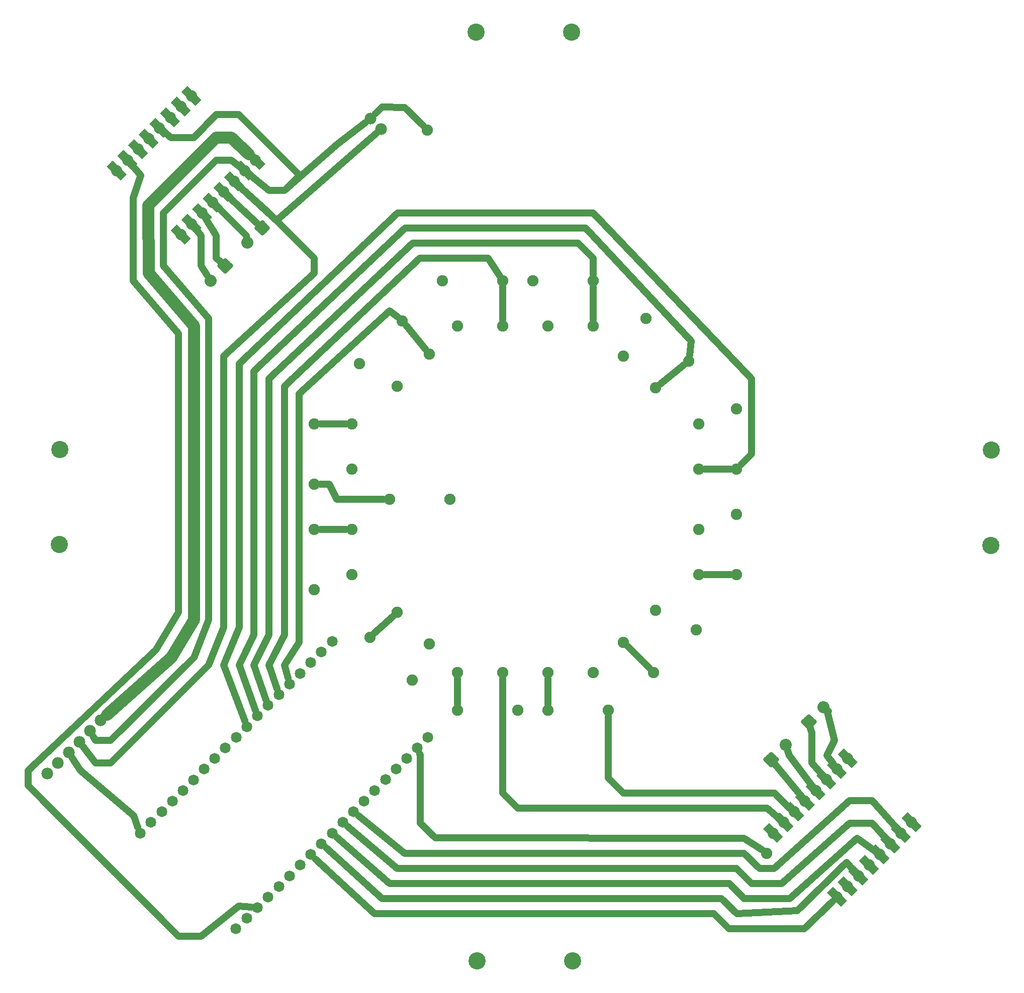
<source format=gtl>
G04 MADE WITH FRITZING*
G04 WWW.FRITZING.ORG*
G04 DOUBLE SIDED*
G04 HOLES PLATED*
G04 CONTOUR ON CENTER OF CONTOUR VECTOR*
%ASAXBY*%
%FSLAX23Y23*%
%MOIN*%
%OFA0B0*%
%SFA1.0B1.0*%
%ADD10C,0.114173*%
%ADD11C,0.074000*%
%ADD12C,0.075433*%
%ADD13C,0.078000*%
%ADD14C,0.075000*%
%ADD15C,0.071858*%
%ADD16C,0.080000*%
%ADD17C,0.048000*%
%ADD18C,0.020000*%
%ADD19R,0.001000X0.001000*%
%LNCOPPER1*%
G90*
G70*
G54D10*
X4245Y7009D03*
X3611Y7012D03*
X846Y3610D03*
X850Y4240D03*
X4252Y848D03*
X3618Y848D03*
X7023Y3605D03*
X7026Y4236D03*
G54D11*
X6075Y2190D03*
X6004Y2120D03*
X5934Y2049D03*
X5863Y1978D03*
X5792Y1907D03*
X5722Y1837D03*
X5651Y1766D03*
X5580Y1695D03*
X6004Y1271D03*
X6075Y1342D03*
X6146Y1412D03*
X6217Y1483D03*
X6287Y1554D03*
X6358Y1625D03*
X6429Y1695D03*
X6499Y1766D03*
X6075Y2190D03*
X6004Y2120D03*
X5934Y2049D03*
X5863Y1978D03*
X5792Y1907D03*
X5722Y1837D03*
X5651Y1766D03*
X5580Y1695D03*
X6004Y1271D03*
X6075Y1342D03*
X6146Y1412D03*
X6217Y1483D03*
X6287Y1554D03*
X6358Y1625D03*
X6429Y1695D03*
X6499Y1766D03*
G54D12*
X5539Y1561D03*
G54D13*
X1122Y2444D03*
X1051Y2373D03*
X980Y2302D03*
X910Y2232D03*
X839Y2161D03*
X768Y2090D03*
X2911Y6437D03*
X2982Y6366D03*
G54D14*
X2789Y3711D03*
X2789Y3411D03*
X3089Y3161D03*
X3301Y2949D03*
X3489Y2761D03*
X3789Y2761D03*
X4089Y2761D03*
X4389Y2761D03*
X4589Y2961D03*
X4801Y3173D03*
X2789Y4111D03*
X2789Y4411D03*
X5089Y3711D03*
X5089Y3411D03*
X5089Y4411D03*
X5089Y4111D03*
X4589Y4861D03*
X4801Y4649D03*
X4089Y5061D03*
X4389Y5061D03*
X3089Y4661D03*
X3301Y4873D03*
X3489Y5061D03*
X3789Y5061D03*
X2539Y3311D03*
X2539Y3711D03*
X4489Y2511D03*
X4089Y2511D03*
X3889Y2511D03*
X3489Y2511D03*
X3189Y2711D03*
X2906Y2994D03*
X4789Y2761D03*
X5072Y3044D03*
X5339Y3811D03*
X5339Y3411D03*
X5339Y4511D03*
X5339Y4111D03*
X4739Y5111D03*
X5022Y4828D03*
X3989Y5361D03*
X4389Y5361D03*
X3389Y5361D03*
X3789Y5361D03*
X2539Y4411D03*
X2539Y4011D03*
X2839Y4811D03*
X3122Y5094D03*
X3439Y3911D03*
X3039Y3911D03*
G54D15*
X2656Y2967D03*
X2585Y2896D03*
X2515Y2826D03*
X2444Y2755D03*
X2374Y2685D03*
X2303Y2614D03*
X2232Y2543D03*
X2162Y2473D03*
X2091Y2402D03*
X2020Y2331D03*
X1949Y2260D03*
X1878Y2189D03*
X1808Y2119D03*
X1737Y2048D03*
X1667Y1978D03*
X1596Y1907D03*
X1526Y1837D03*
X1455Y1766D03*
X1384Y1695D03*
X2019Y1059D03*
X2090Y1130D03*
X2161Y1201D03*
X2232Y1271D03*
X2303Y1342D03*
X2373Y1412D03*
X2444Y1483D03*
X2514Y1553D03*
X2585Y1624D03*
X2656Y1695D03*
X2727Y1766D03*
X2798Y1837D03*
X2868Y1907D03*
X2939Y1978D03*
X3010Y2049D03*
X3080Y2119D03*
X3151Y2190D03*
X3221Y2261D03*
X3292Y2332D03*
G54D16*
X5817Y2433D03*
X5915Y2530D03*
X5567Y2183D03*
X5665Y2280D03*
X1947Y5459D03*
X1850Y5362D03*
X2193Y5712D03*
X2095Y5615D03*
G54D12*
X3289Y6361D03*
G54D11*
X1653Y5667D03*
X1724Y5738D03*
X1795Y5809D03*
X1865Y5879D03*
X1936Y5950D03*
X2007Y6021D03*
X2078Y6091D03*
X2148Y6162D03*
X1724Y6586D03*
X1653Y6516D03*
X1583Y6445D03*
X1512Y6374D03*
X1441Y6304D03*
X1370Y6233D03*
X1300Y6162D03*
X1229Y6091D03*
X1653Y5667D03*
X1724Y5738D03*
X1795Y5809D03*
X1865Y5879D03*
X1936Y5950D03*
X2007Y6021D03*
X2078Y6091D03*
X2148Y6162D03*
X1724Y6586D03*
X1653Y6516D03*
X1583Y6445D03*
X1512Y6374D03*
X1441Y6304D03*
X1370Y6233D03*
X1300Y6162D03*
X1229Y6091D03*
G54D17*
X1340Y1811D02*
X989Y2111D01*
D02*
X989Y2111D02*
X932Y2197D01*
D02*
X1369Y1734D02*
X1340Y1811D01*
D02*
X5594Y2150D02*
X5766Y1940D01*
D02*
X5838Y2012D02*
X5689Y2212D01*
D02*
X5689Y2212D02*
X5679Y2240D01*
D02*
X5388Y1560D02*
X3139Y1560D01*
D02*
X5490Y1461D02*
X5388Y1560D01*
D02*
X3139Y1560D02*
X2830Y1811D01*
D02*
X5588Y1461D02*
X5490Y1461D01*
D02*
X6089Y1909D02*
X5588Y1461D01*
D02*
X6239Y1909D02*
X6089Y1909D01*
D02*
X6401Y1727D02*
X6239Y1909D01*
D02*
X5590Y1960D02*
X5688Y1862D01*
D02*
X4589Y1960D02*
X5590Y1960D01*
D02*
X4488Y2061D02*
X4589Y1960D01*
D02*
X5688Y1862D02*
X5688Y1862D01*
D02*
X4489Y2471D02*
X4488Y2061D01*
D02*
X5540Y1860D02*
X5619Y1793D01*
D02*
X3889Y1860D02*
X5540Y1860D01*
D02*
X3789Y1960D02*
X3889Y1860D01*
D02*
X3789Y2721D02*
X3789Y1960D01*
D02*
X5506Y1583D02*
X5389Y1661D01*
D02*
X3240Y2211D02*
X3236Y2222D01*
D02*
X3240Y1759D02*
X3240Y2211D01*
D02*
X3341Y1663D02*
X3240Y1759D01*
D02*
X5389Y1661D02*
X3341Y1663D01*
D02*
X2939Y1162D02*
X2545Y1525D01*
D02*
X5189Y1162D02*
X2939Y1162D01*
D02*
X5287Y1062D02*
X5189Y1162D01*
D02*
X5788Y1062D02*
X5287Y1062D01*
D02*
X5974Y1242D02*
X5788Y1062D01*
D02*
X2988Y1260D02*
X5238Y1260D01*
D02*
X5238Y1260D02*
X5340Y1160D01*
D02*
X5340Y1160D02*
X5742Y1179D01*
D02*
X5742Y1179D02*
X6069Y1502D01*
D02*
X6069Y1502D02*
X6118Y1444D01*
D02*
X2616Y1597D02*
X2988Y1260D01*
D02*
X5290Y1361D02*
X5389Y1262D01*
D02*
X5690Y1262D02*
X6138Y1661D01*
D02*
X5389Y1262D02*
X5690Y1262D01*
D02*
X6138Y1661D02*
X6253Y1578D01*
D02*
X3039Y1361D02*
X5290Y1361D01*
D02*
X2688Y1668D02*
X3039Y1361D01*
D02*
X5438Y1360D02*
X5339Y1461D01*
D02*
X5339Y1461D02*
X3089Y1461D01*
D02*
X3089Y1461D02*
X2758Y1739D01*
D02*
X5637Y1360D02*
X5438Y1360D01*
D02*
X6239Y1762D02*
X6089Y1762D01*
D02*
X6089Y1762D02*
X5637Y1360D01*
D02*
X6330Y1657D02*
X6239Y1762D01*
D02*
X2340Y5960D02*
X2440Y6061D01*
D02*
X2239Y5960D02*
X2340Y5960D01*
D02*
X1887Y6463D02*
X1741Y6312D01*
D02*
X1741Y6312D02*
X1587Y6311D01*
D02*
X2340Y5960D02*
X2239Y5960D01*
D02*
X2690Y6267D02*
X2340Y5960D01*
D02*
X2289Y5759D02*
X2038Y5992D01*
D02*
X2951Y6339D02*
X2289Y5759D01*
D02*
X2239Y5960D02*
X2110Y6065D01*
D02*
X2879Y6412D02*
X2690Y6267D01*
D02*
X2038Y6463D02*
X1887Y6463D01*
D02*
X2440Y6061D02*
X2038Y6463D01*
D02*
X1587Y6311D02*
X1544Y6347D01*
D02*
X2110Y6065D02*
X2239Y5960D01*
D02*
X1087Y2160D02*
X1005Y2269D01*
D02*
X1188Y2160D02*
X1087Y2160D01*
D02*
X1839Y2812D02*
X1188Y2160D01*
D02*
X1938Y4861D02*
X1938Y3061D01*
D02*
X1938Y3061D02*
X1839Y2812D01*
D02*
X2537Y5410D02*
X1938Y4861D01*
D02*
X2537Y5509D02*
X2537Y5410D01*
D02*
X2239Y5809D02*
X2537Y5509D01*
D02*
X2038Y5992D02*
X2239Y5809D01*
D02*
X1988Y6162D02*
X2044Y6117D01*
D02*
X1889Y6162D02*
X1988Y6162D01*
D02*
X1538Y5811D02*
X1889Y6162D01*
D02*
X1539Y5461D02*
X1538Y5811D01*
D02*
X1839Y5110D02*
X1539Y5461D01*
D02*
X1839Y3112D02*
X1839Y5110D01*
D02*
X1740Y2860D02*
X1839Y3112D01*
D02*
X1188Y2311D02*
X1740Y2860D01*
D02*
X1087Y2311D02*
X1188Y2311D01*
D02*
X1072Y2337D02*
X1087Y2311D01*
G54D16*
D02*
X1740Y5062D02*
X1740Y3112D01*
D02*
X1440Y5410D02*
X1740Y5062D01*
D02*
X1740Y3112D02*
X1590Y2860D01*
D02*
X1439Y5860D02*
X1440Y5410D01*
D02*
X1590Y2860D02*
X1165Y2482D01*
D02*
X1889Y6311D02*
X1439Y5860D01*
D02*
X2105Y6202D02*
X1988Y6311D01*
D02*
X1988Y6311D02*
X1889Y6311D01*
G54D17*
D02*
X4991Y4803D02*
X4832Y4674D01*
D02*
X4389Y5321D02*
X4389Y5101D01*
D02*
X3789Y5321D02*
X3789Y5101D01*
D02*
X3147Y5063D02*
X3276Y4904D01*
D02*
X2579Y4411D02*
X2749Y4411D01*
D02*
X2579Y3711D02*
X2749Y3711D01*
D02*
X2935Y3021D02*
X3060Y3134D01*
D02*
X3489Y2551D02*
X3489Y2721D01*
D02*
X4089Y2551D02*
X4089Y2721D01*
D02*
X4761Y2789D02*
X4617Y2933D01*
D02*
X5299Y3411D02*
X5129Y3411D01*
D02*
X5299Y4111D02*
X5129Y4111D01*
D02*
X5839Y2162D02*
X5907Y2081D01*
D02*
X5839Y2262D02*
X5839Y2162D01*
D02*
X5829Y2392D02*
X5839Y2360D01*
D02*
X5839Y2360D02*
X5839Y2262D01*
D02*
X5938Y2210D02*
X5980Y2154D01*
D02*
X5939Y2511D02*
X5987Y2312D01*
D02*
X5987Y2312D02*
X5938Y2210D01*
D02*
X5948Y2504D02*
X5939Y2511D01*
D02*
X2088Y5661D02*
X1896Y5850D01*
D02*
X1789Y5660D02*
X1751Y5706D01*
D02*
X1889Y5660D02*
X1817Y5773D01*
D02*
X2162Y5741D02*
X1967Y5921D01*
D02*
X2089Y5657D02*
X2088Y5661D01*
D02*
X1888Y5511D02*
X1889Y5660D01*
D02*
X1916Y5487D02*
X1888Y5511D01*
D02*
X1828Y5398D02*
X1789Y5461D01*
D02*
X1789Y5461D02*
X1789Y5660D01*
D02*
X2038Y1209D02*
X1789Y1011D01*
D02*
X1789Y1011D02*
X1638Y1011D01*
D02*
X1638Y5011D02*
X1338Y5362D01*
D02*
X640Y2011D02*
X640Y2111D01*
D02*
X1638Y3160D02*
X1638Y5011D01*
D02*
X1338Y5362D02*
X1339Y5910D01*
D02*
X1638Y1011D02*
X640Y2011D01*
D02*
X1389Y6060D02*
X1328Y6130D01*
D02*
X1389Y6062D02*
X1389Y6060D01*
D02*
X2120Y1204D02*
X2038Y1209D01*
D02*
X640Y2111D02*
X1488Y2911D01*
D02*
X1339Y5910D02*
X1389Y6062D01*
D02*
X1488Y2911D02*
X1638Y3160D01*
D02*
X2639Y4010D02*
X2579Y4011D01*
D02*
X2689Y3910D02*
X2639Y4010D01*
D02*
X2999Y3911D02*
X2689Y3910D01*
D02*
X3261Y6389D02*
X3139Y6511D01*
D02*
X2988Y6513D02*
X2941Y6466D01*
D02*
X3139Y6511D02*
X2988Y6513D01*
D02*
X2238Y2812D02*
X2340Y3010D01*
D02*
X2340Y4660D02*
X3239Y5509D01*
D02*
X3239Y5509D02*
X3690Y5509D01*
D02*
X2290Y2653D02*
X2238Y2812D01*
D02*
X2340Y3010D02*
X2340Y4660D01*
D02*
X3690Y5509D02*
X3767Y5394D01*
D02*
X4289Y5612D02*
X3190Y5612D01*
D02*
X4388Y5509D02*
X4289Y5612D01*
D02*
X2139Y2812D02*
X2218Y2582D01*
D02*
X2238Y3010D02*
X2139Y2812D01*
D02*
X4389Y5401D02*
X4388Y5509D01*
D02*
X3190Y5612D02*
X2238Y4711D01*
D02*
X2238Y4711D02*
X2238Y3010D01*
D02*
X3140Y5711D02*
X4338Y5711D01*
D02*
X5037Y4960D02*
X5026Y4868D01*
D02*
X2040Y2812D02*
X2139Y3010D01*
D02*
X4338Y5711D02*
X5037Y4960D01*
D02*
X2139Y3010D02*
X2139Y4762D01*
D02*
X2148Y2512D02*
X2040Y2812D01*
D02*
X2139Y4762D02*
X3140Y5711D01*
D02*
X5438Y4710D02*
X5438Y4209D01*
D02*
X5438Y4209D02*
X5367Y4139D01*
D02*
X4388Y5811D02*
X5438Y4710D01*
D02*
X1938Y2812D02*
X2040Y3061D01*
D02*
X2076Y2441D02*
X1938Y2812D01*
D02*
X3090Y5811D02*
X4388Y5811D01*
D02*
X2040Y3061D02*
X2040Y4810D01*
D02*
X2040Y4810D02*
X3090Y5811D01*
D02*
X2439Y2962D02*
X2340Y2812D01*
D02*
X2340Y2812D02*
X2363Y2725D01*
D02*
X2439Y4612D02*
X2439Y2962D01*
D02*
X3039Y5161D02*
X2439Y4612D01*
D02*
X3091Y5119D02*
X3039Y5161D01*
G54D18*
X5775Y2433D02*
X5817Y2475D01*
X5860Y2433D01*
X5817Y2390D01*
X5775Y2433D01*
D02*
X5525Y2183D02*
X5567Y2225D01*
X5610Y2183D01*
X5567Y2140D01*
X5525Y2183D01*
D02*
X1990Y5459D02*
X1947Y5417D01*
X1905Y5459D01*
X1947Y5501D01*
X1990Y5459D01*
D02*
X2235Y5712D02*
X2193Y5670D01*
X2150Y5712D01*
X2193Y5755D01*
X2235Y5712D01*
D02*
G54D19*
X1696Y6652D02*
X1698Y6652D01*
X1695Y6651D02*
X1699Y6651D01*
X1694Y6650D02*
X1700Y6650D01*
X1693Y6649D02*
X1701Y6649D01*
X1692Y6648D02*
X1702Y6648D01*
X1691Y6647D02*
X1703Y6647D01*
X1690Y6646D02*
X1704Y6646D01*
X1689Y6645D02*
X1705Y6645D01*
X1688Y6644D02*
X1706Y6644D01*
X1687Y6643D02*
X1707Y6643D01*
X1686Y6642D02*
X1708Y6642D01*
X1685Y6641D02*
X1709Y6641D01*
X1684Y6640D02*
X1710Y6640D01*
X1683Y6639D02*
X1711Y6639D01*
X1682Y6638D02*
X1712Y6638D01*
X1681Y6637D02*
X1713Y6637D01*
X1680Y6636D02*
X1714Y6636D01*
X1679Y6635D02*
X1715Y6635D01*
X1678Y6634D02*
X1716Y6634D01*
X1677Y6633D02*
X1717Y6633D01*
X1676Y6632D02*
X1718Y6632D01*
X1675Y6631D02*
X1719Y6631D01*
X1674Y6630D02*
X1720Y6630D01*
X1673Y6629D02*
X1721Y6629D01*
X1672Y6628D02*
X1722Y6628D01*
X1671Y6627D02*
X1723Y6627D01*
X1670Y6626D02*
X1724Y6626D01*
X1669Y6625D02*
X1725Y6625D01*
X1668Y6624D02*
X1726Y6624D01*
X1667Y6623D02*
X1727Y6623D01*
X1666Y6622D02*
X1728Y6622D01*
X1665Y6621D02*
X1729Y6621D01*
X1664Y6620D02*
X1730Y6620D01*
X1663Y6619D02*
X1731Y6619D01*
X1662Y6618D02*
X1732Y6618D01*
X1661Y6617D02*
X1733Y6617D01*
X1660Y6616D02*
X1734Y6616D01*
X1659Y6615D02*
X1719Y6615D01*
X1728Y6615D02*
X1735Y6615D01*
X1658Y6614D02*
X1714Y6614D01*
X1733Y6614D02*
X1736Y6614D01*
X1658Y6613D02*
X1712Y6613D01*
X1735Y6613D02*
X1737Y6613D01*
X1659Y6612D02*
X1710Y6612D01*
X1737Y6612D02*
X1738Y6612D01*
X1660Y6611D02*
X1708Y6611D01*
X1739Y6611D02*
X1739Y6611D01*
X1661Y6610D02*
X1706Y6610D01*
X1662Y6609D02*
X1705Y6609D01*
X1663Y6608D02*
X1704Y6608D01*
X1664Y6607D02*
X1703Y6607D01*
X1665Y6606D02*
X1702Y6606D01*
X1666Y6605D02*
X1701Y6605D01*
X1667Y6604D02*
X1700Y6604D01*
X1668Y6603D02*
X1700Y6603D01*
X1669Y6602D02*
X1699Y6602D01*
X1748Y6602D02*
X1748Y6602D01*
X1670Y6601D02*
X1698Y6601D01*
X1749Y6601D02*
X1749Y6601D01*
X1671Y6600D02*
X1698Y6600D01*
X1749Y6600D02*
X1750Y6600D01*
X1672Y6599D02*
X1697Y6599D01*
X1750Y6599D02*
X1751Y6599D01*
X1673Y6598D02*
X1697Y6598D01*
X1750Y6598D02*
X1752Y6598D01*
X1674Y6597D02*
X1696Y6597D01*
X1751Y6597D02*
X1753Y6597D01*
X1675Y6596D02*
X1696Y6596D01*
X1751Y6596D02*
X1754Y6596D01*
X1676Y6595D02*
X1696Y6595D01*
X1751Y6595D02*
X1755Y6595D01*
X1677Y6594D02*
X1695Y6594D01*
X1752Y6594D02*
X1756Y6594D01*
X1678Y6593D02*
X1695Y6593D01*
X1752Y6593D02*
X1757Y6593D01*
X1679Y6592D02*
X1695Y6592D01*
X1752Y6592D02*
X1758Y6592D01*
X1680Y6591D02*
X1695Y6591D01*
X1752Y6591D02*
X1759Y6591D01*
X1681Y6590D02*
X1695Y6590D01*
X1752Y6590D02*
X1760Y6590D01*
X1682Y6589D02*
X1695Y6589D01*
X1752Y6589D02*
X1761Y6589D01*
X1683Y6588D02*
X1695Y6588D01*
X1752Y6588D02*
X1762Y6588D01*
X1684Y6587D02*
X1695Y6587D01*
X1752Y6587D02*
X1763Y6587D01*
X1685Y6586D02*
X1695Y6586D01*
X1752Y6586D02*
X1764Y6586D01*
X1686Y6585D02*
X1695Y6585D01*
X1752Y6585D02*
X1765Y6585D01*
X1687Y6584D02*
X1695Y6584D01*
X1752Y6584D02*
X1766Y6584D01*
X1688Y6583D02*
X1695Y6583D01*
X1752Y6583D02*
X1767Y6583D01*
X1626Y6582D02*
X1627Y6582D01*
X1689Y6582D02*
X1695Y6582D01*
X1752Y6582D02*
X1768Y6582D01*
X1625Y6581D02*
X1628Y6581D01*
X1690Y6581D02*
X1695Y6581D01*
X1752Y6581D02*
X1769Y6581D01*
X1624Y6580D02*
X1629Y6580D01*
X1691Y6580D02*
X1695Y6580D01*
X1752Y6580D02*
X1770Y6580D01*
X1623Y6579D02*
X1630Y6579D01*
X1692Y6579D02*
X1696Y6579D01*
X1751Y6579D02*
X1771Y6579D01*
X1622Y6578D02*
X1631Y6578D01*
X1693Y6578D02*
X1696Y6578D01*
X1751Y6578D02*
X1772Y6578D01*
X1621Y6577D02*
X1632Y6577D01*
X1694Y6577D02*
X1696Y6577D01*
X1751Y6577D02*
X1773Y6577D01*
X1620Y6576D02*
X1633Y6576D01*
X1695Y6576D02*
X1697Y6576D01*
X1750Y6576D02*
X1774Y6576D01*
X1619Y6575D02*
X1634Y6575D01*
X1696Y6575D02*
X1697Y6575D01*
X1750Y6575D02*
X1775Y6575D01*
X1618Y6574D02*
X1635Y6574D01*
X1697Y6574D02*
X1698Y6574D01*
X1749Y6574D02*
X1776Y6574D01*
X1617Y6573D02*
X1636Y6573D01*
X1698Y6573D02*
X1698Y6573D01*
X1749Y6573D02*
X1777Y6573D01*
X1616Y6572D02*
X1637Y6572D01*
X1699Y6572D02*
X1699Y6572D01*
X1748Y6572D02*
X1778Y6572D01*
X1615Y6571D02*
X1638Y6571D01*
X1748Y6571D02*
X1779Y6571D01*
X1614Y6570D02*
X1639Y6570D01*
X1747Y6570D02*
X1780Y6570D01*
X1613Y6569D02*
X1640Y6569D01*
X1746Y6569D02*
X1781Y6569D01*
X1612Y6568D02*
X1641Y6568D01*
X1745Y6568D02*
X1782Y6568D01*
X1611Y6567D02*
X1642Y6567D01*
X1744Y6567D02*
X1783Y6567D01*
X1610Y6566D02*
X1643Y6566D01*
X1743Y6566D02*
X1784Y6566D01*
X1609Y6565D02*
X1644Y6565D01*
X1742Y6565D02*
X1785Y6565D01*
X1608Y6564D02*
X1645Y6564D01*
X1741Y6564D02*
X1786Y6564D01*
X1607Y6563D02*
X1646Y6563D01*
X1740Y6563D02*
X1787Y6563D01*
X1606Y6562D02*
X1647Y6562D01*
X1709Y6562D02*
X1709Y6562D01*
X1738Y6562D02*
X1788Y6562D01*
X1605Y6561D02*
X1648Y6561D01*
X1710Y6561D02*
X1711Y6561D01*
X1736Y6561D02*
X1789Y6561D01*
X1604Y6560D02*
X1649Y6560D01*
X1711Y6560D02*
X1714Y6560D01*
X1733Y6560D02*
X1789Y6560D01*
X1603Y6559D02*
X1650Y6559D01*
X1712Y6559D02*
X1717Y6559D01*
X1730Y6559D02*
X1788Y6559D01*
X1602Y6558D02*
X1651Y6558D01*
X1713Y6558D02*
X1787Y6558D01*
X1601Y6557D02*
X1652Y6557D01*
X1714Y6557D02*
X1786Y6557D01*
X1600Y6556D02*
X1653Y6556D01*
X1715Y6556D02*
X1785Y6556D01*
X1599Y6555D02*
X1654Y6555D01*
X1716Y6555D02*
X1784Y6555D01*
X1598Y6554D02*
X1655Y6554D01*
X1717Y6554D02*
X1783Y6554D01*
X1597Y6553D02*
X1656Y6553D01*
X1718Y6553D02*
X1782Y6553D01*
X1596Y6552D02*
X1657Y6552D01*
X1719Y6552D02*
X1781Y6552D01*
X1595Y6551D02*
X1658Y6551D01*
X1720Y6551D02*
X1780Y6551D01*
X1594Y6550D02*
X1659Y6550D01*
X1721Y6550D02*
X1779Y6550D01*
X1593Y6549D02*
X1660Y6549D01*
X1722Y6549D02*
X1778Y6549D01*
X1592Y6548D02*
X1661Y6548D01*
X1723Y6548D02*
X1777Y6548D01*
X1591Y6547D02*
X1662Y6547D01*
X1724Y6547D02*
X1776Y6547D01*
X1590Y6546D02*
X1663Y6546D01*
X1725Y6546D02*
X1775Y6546D01*
X1589Y6545D02*
X1664Y6545D01*
X1726Y6545D02*
X1774Y6545D01*
X1588Y6544D02*
X1646Y6544D01*
X1659Y6544D02*
X1665Y6544D01*
X1727Y6544D02*
X1773Y6544D01*
X1587Y6543D02*
X1643Y6543D01*
X1663Y6543D02*
X1666Y6543D01*
X1728Y6543D02*
X1772Y6543D01*
X1587Y6542D02*
X1640Y6542D01*
X1665Y6542D02*
X1667Y6542D01*
X1729Y6542D02*
X1771Y6542D01*
X1588Y6541D02*
X1638Y6541D01*
X1667Y6541D02*
X1668Y6541D01*
X1730Y6541D02*
X1770Y6541D01*
X1589Y6540D02*
X1637Y6540D01*
X1669Y6540D02*
X1669Y6540D01*
X1731Y6540D02*
X1769Y6540D01*
X1590Y6539D02*
X1635Y6539D01*
X1732Y6539D02*
X1768Y6539D01*
X1591Y6538D02*
X1634Y6538D01*
X1733Y6538D02*
X1767Y6538D01*
X1592Y6537D02*
X1633Y6537D01*
X1734Y6537D02*
X1766Y6537D01*
X1593Y6536D02*
X1632Y6536D01*
X1735Y6536D02*
X1765Y6536D01*
X1594Y6535D02*
X1631Y6535D01*
X1736Y6535D02*
X1764Y6535D01*
X1595Y6534D02*
X1630Y6534D01*
X1737Y6534D02*
X1763Y6534D01*
X1596Y6533D02*
X1629Y6533D01*
X1738Y6533D02*
X1762Y6533D01*
X1597Y6532D02*
X1629Y6532D01*
X1677Y6532D02*
X1677Y6532D01*
X1739Y6532D02*
X1761Y6532D01*
X1598Y6531D02*
X1628Y6531D01*
X1678Y6531D02*
X1678Y6531D01*
X1740Y6531D02*
X1760Y6531D01*
X1599Y6530D02*
X1627Y6530D01*
X1678Y6530D02*
X1679Y6530D01*
X1741Y6530D02*
X1759Y6530D01*
X1600Y6529D02*
X1627Y6529D01*
X1679Y6529D02*
X1680Y6529D01*
X1742Y6529D02*
X1758Y6529D01*
X1601Y6528D02*
X1626Y6528D01*
X1679Y6528D02*
X1681Y6528D01*
X1743Y6528D02*
X1757Y6528D01*
X1602Y6527D02*
X1626Y6527D01*
X1680Y6527D02*
X1682Y6527D01*
X1744Y6527D02*
X1756Y6527D01*
X1603Y6526D02*
X1626Y6526D01*
X1680Y6526D02*
X1683Y6526D01*
X1745Y6526D02*
X1755Y6526D01*
X1604Y6525D02*
X1625Y6525D01*
X1680Y6525D02*
X1684Y6525D01*
X1746Y6525D02*
X1754Y6525D01*
X1605Y6524D02*
X1625Y6524D01*
X1681Y6524D02*
X1685Y6524D01*
X1747Y6524D02*
X1753Y6524D01*
X1606Y6523D02*
X1625Y6523D01*
X1681Y6523D02*
X1686Y6523D01*
X1748Y6523D02*
X1752Y6523D01*
X1607Y6522D02*
X1624Y6522D01*
X1681Y6522D02*
X1687Y6522D01*
X1749Y6522D02*
X1751Y6522D01*
X1608Y6521D02*
X1624Y6521D01*
X1681Y6521D02*
X1688Y6521D01*
X1750Y6521D02*
X1750Y6521D01*
X1609Y6520D02*
X1624Y6520D01*
X1681Y6520D02*
X1689Y6520D01*
X1610Y6519D02*
X1624Y6519D01*
X1682Y6519D02*
X1690Y6519D01*
X1611Y6518D02*
X1624Y6518D01*
X1682Y6518D02*
X1691Y6518D01*
X1612Y6517D02*
X1624Y6517D01*
X1682Y6517D02*
X1692Y6517D01*
X1613Y6516D02*
X1624Y6516D01*
X1682Y6516D02*
X1693Y6516D01*
X1614Y6515D02*
X1624Y6515D01*
X1682Y6515D02*
X1694Y6515D01*
X1615Y6514D02*
X1624Y6514D01*
X1682Y6514D02*
X1695Y6514D01*
X1616Y6513D02*
X1624Y6513D01*
X1681Y6513D02*
X1696Y6513D01*
X1617Y6512D02*
X1624Y6512D01*
X1681Y6512D02*
X1697Y6512D01*
X1555Y6511D02*
X1556Y6511D01*
X1618Y6511D02*
X1624Y6511D01*
X1681Y6511D02*
X1698Y6511D01*
X1554Y6510D02*
X1557Y6510D01*
X1619Y6510D02*
X1624Y6510D01*
X1681Y6510D02*
X1699Y6510D01*
X1553Y6509D02*
X1558Y6509D01*
X1620Y6509D02*
X1625Y6509D01*
X1681Y6509D02*
X1700Y6509D01*
X1552Y6508D02*
X1559Y6508D01*
X1621Y6508D02*
X1625Y6508D01*
X1681Y6508D02*
X1701Y6508D01*
X1551Y6507D02*
X1560Y6507D01*
X1622Y6507D02*
X1625Y6507D01*
X1680Y6507D02*
X1702Y6507D01*
X1550Y6506D02*
X1561Y6506D01*
X1623Y6506D02*
X1626Y6506D01*
X1680Y6506D02*
X1703Y6506D01*
X1549Y6505D02*
X1562Y6505D01*
X1624Y6505D02*
X1626Y6505D01*
X1680Y6505D02*
X1704Y6505D01*
X1548Y6504D02*
X1563Y6504D01*
X1625Y6504D02*
X1627Y6504D01*
X1679Y6504D02*
X1705Y6504D01*
X1547Y6503D02*
X1564Y6503D01*
X1626Y6503D02*
X1627Y6503D01*
X1679Y6503D02*
X1706Y6503D01*
X1546Y6502D02*
X1565Y6502D01*
X1627Y6502D02*
X1628Y6502D01*
X1678Y6502D02*
X1707Y6502D01*
X1545Y6501D02*
X1566Y6501D01*
X1628Y6501D02*
X1628Y6501D01*
X1677Y6501D02*
X1708Y6501D01*
X1544Y6500D02*
X1567Y6500D01*
X1629Y6500D02*
X1629Y6500D01*
X1677Y6500D02*
X1709Y6500D01*
X1543Y6499D02*
X1568Y6499D01*
X1676Y6499D02*
X1710Y6499D01*
X1542Y6498D02*
X1569Y6498D01*
X1675Y6498D02*
X1711Y6498D01*
X1541Y6497D02*
X1570Y6497D01*
X1674Y6497D02*
X1712Y6497D01*
X1540Y6496D02*
X1571Y6496D01*
X1673Y6496D02*
X1713Y6496D01*
X1539Y6495D02*
X1572Y6495D01*
X1672Y6495D02*
X1714Y6495D01*
X1538Y6494D02*
X1573Y6494D01*
X1671Y6494D02*
X1715Y6494D01*
X1537Y6493D02*
X1574Y6493D01*
X1670Y6493D02*
X1716Y6493D01*
X1536Y6492D02*
X1575Y6492D01*
X1637Y6492D02*
X1637Y6492D01*
X1668Y6492D02*
X1717Y6492D01*
X1535Y6491D02*
X1576Y6491D01*
X1638Y6491D02*
X1639Y6491D01*
X1667Y6491D02*
X1718Y6491D01*
X1534Y6490D02*
X1577Y6490D01*
X1639Y6490D02*
X1641Y6490D01*
X1665Y6490D02*
X1719Y6490D01*
X1533Y6489D02*
X1578Y6489D01*
X1640Y6489D02*
X1644Y6489D01*
X1662Y6489D02*
X1718Y6489D01*
X1532Y6488D02*
X1579Y6488D01*
X1641Y6488D02*
X1649Y6488D01*
X1657Y6488D02*
X1717Y6488D01*
X1531Y6487D02*
X1580Y6487D01*
X1642Y6487D02*
X1716Y6487D01*
X1530Y6486D02*
X1581Y6486D01*
X1643Y6486D02*
X1715Y6486D01*
X1529Y6485D02*
X1582Y6485D01*
X1644Y6485D02*
X1714Y6485D01*
X1528Y6484D02*
X1583Y6484D01*
X1645Y6484D02*
X1713Y6484D01*
X1527Y6483D02*
X1584Y6483D01*
X1646Y6483D02*
X1712Y6483D01*
X1526Y6482D02*
X1585Y6482D01*
X1647Y6482D02*
X1711Y6482D01*
X1525Y6481D02*
X1586Y6481D01*
X1648Y6481D02*
X1710Y6481D01*
X1524Y6480D02*
X1587Y6480D01*
X1649Y6480D02*
X1709Y6480D01*
X1523Y6479D02*
X1588Y6479D01*
X1650Y6479D02*
X1708Y6479D01*
X1522Y6478D02*
X1589Y6478D01*
X1651Y6478D02*
X1707Y6478D01*
X1521Y6477D02*
X1590Y6477D01*
X1652Y6477D02*
X1706Y6477D01*
X1520Y6476D02*
X1591Y6476D01*
X1653Y6476D02*
X1705Y6476D01*
X1519Y6475D02*
X1592Y6475D01*
X1654Y6475D02*
X1704Y6475D01*
X1518Y6474D02*
X1593Y6474D01*
X1655Y6474D02*
X1703Y6474D01*
X1517Y6473D02*
X1574Y6473D01*
X1590Y6473D02*
X1594Y6473D01*
X1656Y6473D02*
X1702Y6473D01*
X1516Y6472D02*
X1571Y6472D01*
X1593Y6472D02*
X1595Y6472D01*
X1657Y6472D02*
X1701Y6472D01*
X1517Y6471D02*
X1569Y6471D01*
X1595Y6471D02*
X1596Y6471D01*
X1658Y6471D02*
X1700Y6471D01*
X1518Y6470D02*
X1567Y6470D01*
X1597Y6470D02*
X1597Y6470D01*
X1659Y6470D02*
X1699Y6470D01*
X1519Y6469D02*
X1566Y6469D01*
X1660Y6469D02*
X1698Y6469D01*
X1520Y6468D02*
X1564Y6468D01*
X1661Y6468D02*
X1697Y6468D01*
X1521Y6467D02*
X1563Y6467D01*
X1662Y6467D02*
X1696Y6467D01*
X1522Y6466D02*
X1562Y6466D01*
X1663Y6466D02*
X1695Y6466D01*
X1523Y6465D02*
X1561Y6465D01*
X1664Y6465D02*
X1694Y6465D01*
X1524Y6464D02*
X1560Y6464D01*
X1665Y6464D02*
X1693Y6464D01*
X1525Y6463D02*
X1559Y6463D01*
X1666Y6463D02*
X1692Y6463D01*
X1526Y6462D02*
X1558Y6462D01*
X1667Y6462D02*
X1691Y6462D01*
X1527Y6461D02*
X1558Y6461D01*
X1606Y6461D02*
X1606Y6461D01*
X1668Y6461D02*
X1690Y6461D01*
X1528Y6460D02*
X1557Y6460D01*
X1607Y6460D02*
X1607Y6460D01*
X1669Y6460D02*
X1689Y6460D01*
X1529Y6459D02*
X1557Y6459D01*
X1608Y6459D02*
X1608Y6459D01*
X1670Y6459D02*
X1688Y6459D01*
X1530Y6458D02*
X1556Y6458D01*
X1608Y6458D02*
X1609Y6458D01*
X1671Y6458D02*
X1687Y6458D01*
X1531Y6457D02*
X1556Y6457D01*
X1609Y6457D02*
X1610Y6457D01*
X1672Y6457D02*
X1686Y6457D01*
X1532Y6456D02*
X1555Y6456D01*
X1609Y6456D02*
X1611Y6456D01*
X1673Y6456D02*
X1685Y6456D01*
X1533Y6455D02*
X1555Y6455D01*
X1609Y6455D02*
X1612Y6455D01*
X1674Y6455D02*
X1684Y6455D01*
X1534Y6454D02*
X1554Y6454D01*
X1610Y6454D02*
X1613Y6454D01*
X1675Y6454D02*
X1683Y6454D01*
X1535Y6453D02*
X1554Y6453D01*
X1610Y6453D02*
X1614Y6453D01*
X1676Y6453D02*
X1682Y6453D01*
X1536Y6452D02*
X1554Y6452D01*
X1610Y6452D02*
X1615Y6452D01*
X1677Y6452D02*
X1681Y6452D01*
X1537Y6451D02*
X1554Y6451D01*
X1611Y6451D02*
X1616Y6451D01*
X1678Y6451D02*
X1680Y6451D01*
X1538Y6450D02*
X1554Y6450D01*
X1611Y6450D02*
X1617Y6450D01*
X1679Y6450D02*
X1679Y6450D01*
X1539Y6449D02*
X1553Y6449D01*
X1611Y6449D02*
X1618Y6449D01*
X1540Y6448D02*
X1553Y6448D01*
X1611Y6448D02*
X1619Y6448D01*
X1541Y6447D02*
X1553Y6447D01*
X1611Y6447D02*
X1620Y6447D01*
X1542Y6446D02*
X1553Y6446D01*
X1611Y6446D02*
X1621Y6446D01*
X1543Y6445D02*
X1553Y6445D01*
X1611Y6445D02*
X1622Y6445D01*
X1544Y6444D02*
X1553Y6444D01*
X1611Y6444D02*
X1623Y6444D01*
X1545Y6443D02*
X1553Y6443D01*
X1611Y6443D02*
X1624Y6443D01*
X1546Y6442D02*
X1553Y6442D01*
X1611Y6442D02*
X1625Y6442D01*
X1547Y6441D02*
X1554Y6441D01*
X1611Y6441D02*
X1626Y6441D01*
X1484Y6440D02*
X1486Y6440D01*
X1548Y6440D02*
X1554Y6440D01*
X1611Y6440D02*
X1627Y6440D01*
X1483Y6439D02*
X1487Y6439D01*
X1549Y6439D02*
X1554Y6439D01*
X1610Y6439D02*
X1628Y6439D01*
X1482Y6438D02*
X1488Y6438D01*
X1550Y6438D02*
X1554Y6438D01*
X1610Y6438D02*
X1629Y6438D01*
X1481Y6437D02*
X1489Y6437D01*
X1551Y6437D02*
X1554Y6437D01*
X1610Y6437D02*
X1630Y6437D01*
X1480Y6436D02*
X1490Y6436D01*
X1552Y6436D02*
X1555Y6436D01*
X1609Y6436D02*
X1631Y6436D01*
X1479Y6435D02*
X1491Y6435D01*
X1553Y6435D02*
X1555Y6435D01*
X1609Y6435D02*
X1632Y6435D01*
X1478Y6434D02*
X1492Y6434D01*
X1554Y6434D02*
X1555Y6434D01*
X1609Y6434D02*
X1633Y6434D01*
X1477Y6433D02*
X1493Y6433D01*
X1555Y6433D02*
X1556Y6433D01*
X1608Y6433D02*
X1634Y6433D01*
X1476Y6432D02*
X1494Y6432D01*
X1556Y6432D02*
X1556Y6432D01*
X1608Y6432D02*
X1635Y6432D01*
X1475Y6431D02*
X1495Y6431D01*
X1557Y6431D02*
X1557Y6431D01*
X1607Y6431D02*
X1636Y6431D01*
X1474Y6430D02*
X1496Y6430D01*
X1558Y6430D02*
X1558Y6430D01*
X1607Y6430D02*
X1637Y6430D01*
X1473Y6429D02*
X1497Y6429D01*
X1606Y6429D02*
X1638Y6429D01*
X1472Y6428D02*
X1498Y6428D01*
X1605Y6428D02*
X1639Y6428D01*
X1471Y6427D02*
X1499Y6427D01*
X1604Y6427D02*
X1640Y6427D01*
X1470Y6426D02*
X1500Y6426D01*
X1603Y6426D02*
X1641Y6426D01*
X1469Y6425D02*
X1501Y6425D01*
X1602Y6425D02*
X1642Y6425D01*
X1468Y6424D02*
X1502Y6424D01*
X1601Y6424D02*
X1643Y6424D01*
X1467Y6423D02*
X1503Y6423D01*
X1600Y6423D02*
X1644Y6423D01*
X1466Y6422D02*
X1504Y6422D01*
X1599Y6422D02*
X1645Y6422D01*
X1465Y6421D02*
X1505Y6421D01*
X1567Y6421D02*
X1567Y6421D01*
X1597Y6421D02*
X1646Y6421D01*
X1464Y6420D02*
X1506Y6420D01*
X1568Y6420D02*
X1569Y6420D01*
X1595Y6420D02*
X1647Y6420D01*
X1463Y6419D02*
X1507Y6419D01*
X1569Y6419D02*
X1571Y6419D01*
X1593Y6419D02*
X1648Y6419D01*
X1462Y6418D02*
X1508Y6418D01*
X1570Y6418D02*
X1574Y6418D01*
X1590Y6418D02*
X1647Y6418D01*
X1461Y6417D02*
X1509Y6417D01*
X1571Y6417D02*
X1581Y6417D01*
X1583Y6417D02*
X1646Y6417D01*
X1460Y6416D02*
X1510Y6416D01*
X1572Y6416D02*
X1645Y6416D01*
X1459Y6415D02*
X1511Y6415D01*
X1573Y6415D02*
X1644Y6415D01*
X1458Y6414D02*
X1512Y6414D01*
X1574Y6414D02*
X1643Y6414D01*
X1457Y6413D02*
X1513Y6413D01*
X1575Y6413D02*
X1642Y6413D01*
X1456Y6412D02*
X1514Y6412D01*
X1576Y6412D02*
X1641Y6412D01*
X1455Y6411D02*
X1515Y6411D01*
X1577Y6411D02*
X1640Y6411D01*
X1454Y6410D02*
X1516Y6410D01*
X1578Y6410D02*
X1639Y6410D01*
X1453Y6409D02*
X1517Y6409D01*
X1579Y6409D02*
X1638Y6409D01*
X1452Y6408D02*
X1518Y6408D01*
X1580Y6408D02*
X1637Y6408D01*
X1451Y6407D02*
X1519Y6407D01*
X1581Y6407D02*
X1636Y6407D01*
X1450Y6406D02*
X1520Y6406D01*
X1582Y6406D02*
X1635Y6406D01*
X1449Y6405D02*
X1521Y6405D01*
X1583Y6405D02*
X1634Y6405D01*
X1448Y6404D02*
X1522Y6404D01*
X1584Y6404D02*
X1633Y6404D01*
X1447Y6403D02*
X1509Y6403D01*
X1514Y6403D02*
X1523Y6403D01*
X1585Y6403D02*
X1632Y6403D01*
X1446Y6402D02*
X1503Y6402D01*
X1520Y6402D02*
X1524Y6402D01*
X1586Y6402D02*
X1631Y6402D01*
X1446Y6401D02*
X1500Y6401D01*
X1523Y6401D02*
X1525Y6401D01*
X1587Y6401D02*
X1630Y6401D01*
X1446Y6400D02*
X1498Y6400D01*
X1525Y6400D02*
X1526Y6400D01*
X1588Y6400D02*
X1629Y6400D01*
X1447Y6399D02*
X1496Y6399D01*
X1527Y6399D02*
X1527Y6399D01*
X1589Y6399D02*
X1628Y6399D01*
X1448Y6398D02*
X1494Y6398D01*
X1590Y6398D02*
X1627Y6398D01*
X1449Y6397D02*
X1493Y6397D01*
X1591Y6397D02*
X1626Y6397D01*
X1450Y6396D02*
X1492Y6396D01*
X1592Y6396D02*
X1625Y6396D01*
X1451Y6395D02*
X1491Y6395D01*
X1593Y6395D02*
X1624Y6395D01*
X1452Y6394D02*
X1490Y6394D01*
X1594Y6394D02*
X1623Y6394D01*
X1453Y6393D02*
X1489Y6393D01*
X1595Y6393D02*
X1622Y6393D01*
X1454Y6392D02*
X1488Y6392D01*
X1596Y6392D02*
X1621Y6392D01*
X1455Y6391D02*
X1488Y6391D01*
X1535Y6391D02*
X1535Y6391D01*
X1597Y6391D02*
X1620Y6391D01*
X1456Y6390D02*
X1487Y6390D01*
X1536Y6390D02*
X1536Y6390D01*
X1598Y6390D02*
X1619Y6390D01*
X1457Y6389D02*
X1486Y6389D01*
X1537Y6389D02*
X1537Y6389D01*
X1599Y6389D02*
X1618Y6389D01*
X1458Y6388D02*
X1486Y6388D01*
X1537Y6388D02*
X1538Y6388D01*
X1600Y6388D02*
X1617Y6388D01*
X1459Y6387D02*
X1485Y6387D01*
X1538Y6387D02*
X1539Y6387D01*
X1601Y6387D02*
X1616Y6387D01*
X1460Y6386D02*
X1485Y6386D01*
X1538Y6386D02*
X1540Y6386D01*
X1602Y6386D02*
X1615Y6386D01*
X1461Y6385D02*
X1484Y6385D01*
X1538Y6385D02*
X1541Y6385D01*
X1603Y6385D02*
X1614Y6385D01*
X1462Y6384D02*
X1484Y6384D01*
X1539Y6384D02*
X1542Y6384D01*
X1604Y6384D02*
X1613Y6384D01*
X1463Y6383D02*
X1484Y6383D01*
X1539Y6383D02*
X1543Y6383D01*
X1605Y6383D02*
X1612Y6383D01*
X1464Y6382D02*
X1483Y6382D01*
X1539Y6382D02*
X1544Y6382D01*
X1606Y6382D02*
X1611Y6382D01*
X1465Y6381D02*
X1483Y6381D01*
X1540Y6381D02*
X1545Y6381D01*
X1607Y6381D02*
X1610Y6381D01*
X1466Y6380D02*
X1483Y6380D01*
X1540Y6380D02*
X1546Y6380D01*
X1608Y6380D02*
X1609Y6380D01*
X1467Y6379D02*
X1483Y6379D01*
X1540Y6379D02*
X1547Y6379D01*
X1468Y6378D02*
X1483Y6378D01*
X1540Y6378D02*
X1548Y6378D01*
X1469Y6377D02*
X1483Y6377D01*
X1540Y6377D02*
X1549Y6377D01*
X1470Y6376D02*
X1482Y6376D01*
X1540Y6376D02*
X1550Y6376D01*
X1471Y6375D02*
X1482Y6375D01*
X1540Y6375D02*
X1551Y6375D01*
X1472Y6374D02*
X1482Y6374D01*
X1540Y6374D02*
X1552Y6374D01*
X1473Y6373D02*
X1483Y6373D01*
X1540Y6373D02*
X1553Y6373D01*
X1474Y6372D02*
X1483Y6372D01*
X1540Y6372D02*
X1554Y6372D01*
X1475Y6371D02*
X1483Y6371D01*
X1540Y6371D02*
X1555Y6371D01*
X1414Y6370D02*
X1414Y6370D01*
X1476Y6370D02*
X1483Y6370D01*
X1540Y6370D02*
X1556Y6370D01*
X1413Y6369D02*
X1415Y6369D01*
X1477Y6369D02*
X1483Y6369D01*
X1540Y6369D02*
X1557Y6369D01*
X1412Y6368D02*
X1416Y6368D01*
X1478Y6368D02*
X1483Y6368D01*
X1540Y6368D02*
X1558Y6368D01*
X1411Y6367D02*
X1417Y6367D01*
X1479Y6367D02*
X1483Y6367D01*
X1539Y6367D02*
X1559Y6367D01*
X1410Y6366D02*
X1418Y6366D01*
X1480Y6366D02*
X1484Y6366D01*
X1539Y6366D02*
X1560Y6366D01*
X1409Y6365D02*
X1419Y6365D01*
X1481Y6365D02*
X1484Y6365D01*
X1539Y6365D02*
X1561Y6365D01*
X1408Y6364D02*
X1420Y6364D01*
X1482Y6364D02*
X1484Y6364D01*
X1538Y6364D02*
X1562Y6364D01*
X1407Y6363D02*
X1421Y6363D01*
X1483Y6363D02*
X1485Y6363D01*
X1538Y6363D02*
X1563Y6363D01*
X1406Y6362D02*
X1422Y6362D01*
X1484Y6362D02*
X1485Y6362D01*
X1537Y6362D02*
X1564Y6362D01*
X1405Y6361D02*
X1423Y6361D01*
X1485Y6361D02*
X1486Y6361D01*
X1537Y6361D02*
X1565Y6361D01*
X1404Y6360D02*
X1424Y6360D01*
X1486Y6360D02*
X1487Y6360D01*
X1536Y6360D02*
X1566Y6360D01*
X1403Y6359D02*
X1425Y6359D01*
X1487Y6359D02*
X1487Y6359D01*
X1536Y6359D02*
X1567Y6359D01*
X1402Y6358D02*
X1426Y6358D01*
X1535Y6358D02*
X1568Y6358D01*
X1401Y6357D02*
X1427Y6357D01*
X1534Y6357D02*
X1569Y6357D01*
X1400Y6356D02*
X1428Y6356D01*
X1533Y6356D02*
X1570Y6356D01*
X1399Y6355D02*
X1429Y6355D01*
X1532Y6355D02*
X1571Y6355D01*
X1398Y6354D02*
X1430Y6354D01*
X1531Y6354D02*
X1572Y6354D01*
X1397Y6353D02*
X1431Y6353D01*
X1530Y6353D02*
X1573Y6353D01*
X1396Y6352D02*
X1432Y6352D01*
X1529Y6352D02*
X1574Y6352D01*
X1395Y6351D02*
X1433Y6351D01*
X1495Y6351D02*
X1495Y6351D01*
X1528Y6351D02*
X1575Y6351D01*
X1394Y6350D02*
X1434Y6350D01*
X1496Y6350D02*
X1497Y6350D01*
X1526Y6350D02*
X1576Y6350D01*
X1393Y6349D02*
X1435Y6349D01*
X1497Y6349D02*
X1499Y6349D01*
X1524Y6349D02*
X1577Y6349D01*
X1392Y6348D02*
X1436Y6348D01*
X1498Y6348D02*
X1501Y6348D01*
X1522Y6348D02*
X1577Y6348D01*
X1391Y6347D02*
X1437Y6347D01*
X1499Y6347D02*
X1504Y6347D01*
X1518Y6347D02*
X1576Y6347D01*
X1390Y6346D02*
X1438Y6346D01*
X1500Y6346D02*
X1575Y6346D01*
X1389Y6345D02*
X1439Y6345D01*
X1501Y6345D02*
X1574Y6345D01*
X1388Y6344D02*
X1440Y6344D01*
X1502Y6344D02*
X1573Y6344D01*
X1387Y6343D02*
X1441Y6343D01*
X1503Y6343D02*
X1572Y6343D01*
X1386Y6342D02*
X1442Y6342D01*
X1504Y6342D02*
X1571Y6342D01*
X1385Y6341D02*
X1443Y6341D01*
X1505Y6341D02*
X1570Y6341D01*
X1384Y6340D02*
X1444Y6340D01*
X1506Y6340D02*
X1569Y6340D01*
X1383Y6339D02*
X1445Y6339D01*
X1507Y6339D02*
X1568Y6339D01*
X1382Y6338D02*
X1446Y6338D01*
X1508Y6338D02*
X1567Y6338D01*
X1381Y6337D02*
X1447Y6337D01*
X1509Y6337D02*
X1566Y6337D01*
X1380Y6336D02*
X1448Y6336D01*
X1510Y6336D02*
X1565Y6336D01*
X1379Y6335D02*
X1449Y6335D01*
X1511Y6335D02*
X1564Y6335D01*
X1378Y6334D02*
X1450Y6334D01*
X1512Y6334D02*
X1563Y6334D01*
X1377Y6333D02*
X1451Y6333D01*
X1513Y6333D02*
X1562Y6333D01*
X1376Y6332D02*
X1435Y6332D01*
X1446Y6332D02*
X1452Y6332D01*
X1514Y6332D02*
X1561Y6332D01*
X1375Y6331D02*
X1431Y6331D01*
X1450Y6331D02*
X1453Y6331D01*
X1515Y6331D02*
X1560Y6331D01*
X1375Y6330D02*
X1429Y6330D01*
X1453Y6330D02*
X1454Y6330D01*
X1516Y6330D02*
X1559Y6330D01*
X1376Y6329D02*
X1426Y6329D01*
X1455Y6329D02*
X1455Y6329D01*
X1517Y6329D02*
X1558Y6329D01*
X1377Y6328D02*
X1425Y6328D01*
X1518Y6328D02*
X1557Y6328D01*
X1378Y6327D02*
X1423Y6327D01*
X1519Y6327D02*
X1556Y6327D01*
X1379Y6326D02*
X1422Y6326D01*
X1520Y6326D02*
X1555Y6326D01*
X1380Y6325D02*
X1421Y6325D01*
X1521Y6325D02*
X1554Y6325D01*
X1381Y6324D02*
X1420Y6324D01*
X1522Y6324D02*
X1553Y6324D01*
X1382Y6323D02*
X1419Y6323D01*
X1523Y6323D02*
X1552Y6323D01*
X1383Y6322D02*
X1418Y6322D01*
X1524Y6322D02*
X1551Y6322D01*
X1384Y6321D02*
X1417Y6321D01*
X1525Y6321D02*
X1550Y6321D01*
X1385Y6320D02*
X1417Y6320D01*
X1526Y6320D02*
X1549Y6320D01*
X1386Y6319D02*
X1416Y6319D01*
X1465Y6319D02*
X1465Y6319D01*
X1527Y6319D02*
X1548Y6319D01*
X1387Y6318D02*
X1415Y6318D01*
X1466Y6318D02*
X1466Y6318D01*
X1528Y6318D02*
X1547Y6318D01*
X1388Y6317D02*
X1415Y6317D01*
X1467Y6317D02*
X1467Y6317D01*
X1529Y6317D02*
X1546Y6317D01*
X1389Y6316D02*
X1414Y6316D01*
X1467Y6316D02*
X1468Y6316D01*
X1530Y6316D02*
X1545Y6316D01*
X1390Y6315D02*
X1414Y6315D01*
X1467Y6315D02*
X1469Y6315D01*
X1531Y6315D02*
X1544Y6315D01*
X1391Y6314D02*
X1413Y6314D01*
X1468Y6314D02*
X1470Y6314D01*
X1532Y6314D02*
X1543Y6314D01*
X1392Y6313D02*
X1413Y6313D01*
X1468Y6313D02*
X1471Y6313D01*
X1533Y6313D02*
X1542Y6313D01*
X1393Y6312D02*
X1413Y6312D01*
X1469Y6312D02*
X1472Y6312D01*
X1534Y6312D02*
X1541Y6312D01*
X1394Y6311D02*
X1413Y6311D01*
X1469Y6311D02*
X1473Y6311D01*
X1535Y6311D02*
X1540Y6311D01*
X1395Y6310D02*
X1412Y6310D01*
X1469Y6310D02*
X1474Y6310D01*
X1536Y6310D02*
X1539Y6310D01*
X1396Y6309D02*
X1412Y6309D01*
X1469Y6309D02*
X1475Y6309D01*
X1537Y6309D02*
X1538Y6309D01*
X1397Y6308D02*
X1412Y6308D01*
X1469Y6308D02*
X1476Y6308D01*
X1398Y6307D02*
X1412Y6307D01*
X1469Y6307D02*
X1477Y6307D01*
X1399Y6306D02*
X1412Y6306D01*
X1469Y6306D02*
X1478Y6306D01*
X1400Y6305D02*
X1412Y6305D01*
X1470Y6305D02*
X1479Y6305D01*
X1401Y6304D02*
X1412Y6304D01*
X1470Y6304D02*
X1480Y6304D01*
X1402Y6303D02*
X1412Y6303D01*
X1470Y6303D02*
X1481Y6303D01*
X1403Y6302D02*
X1412Y6302D01*
X1469Y6302D02*
X1482Y6302D01*
X1404Y6301D02*
X1412Y6301D01*
X1469Y6301D02*
X1483Y6301D01*
X1405Y6300D02*
X1412Y6300D01*
X1469Y6300D02*
X1484Y6300D01*
X1343Y6299D02*
X1344Y6299D01*
X1406Y6299D02*
X1412Y6299D01*
X1469Y6299D02*
X1485Y6299D01*
X1342Y6298D02*
X1345Y6298D01*
X1407Y6298D02*
X1412Y6298D01*
X1469Y6298D02*
X1486Y6298D01*
X1341Y6297D02*
X1346Y6297D01*
X1408Y6297D02*
X1413Y6297D01*
X1469Y6297D02*
X1487Y6297D01*
X1340Y6296D02*
X1347Y6296D01*
X1409Y6296D02*
X1413Y6296D01*
X1469Y6296D02*
X1488Y6296D01*
X1339Y6295D02*
X1348Y6295D01*
X1410Y6295D02*
X1413Y6295D01*
X1468Y6295D02*
X1489Y6295D01*
X1338Y6294D02*
X1349Y6294D01*
X1411Y6294D02*
X1413Y6294D01*
X1468Y6294D02*
X1490Y6294D01*
X1337Y6293D02*
X1350Y6293D01*
X1412Y6293D02*
X1414Y6293D01*
X1467Y6293D02*
X1491Y6293D01*
X1336Y6292D02*
X1351Y6292D01*
X1413Y6292D02*
X1414Y6292D01*
X1467Y6292D02*
X1492Y6292D01*
X1335Y6291D02*
X1352Y6291D01*
X1414Y6291D02*
X1415Y6291D01*
X1467Y6291D02*
X1493Y6291D01*
X1334Y6290D02*
X1353Y6290D01*
X1415Y6290D02*
X1415Y6290D01*
X1466Y6290D02*
X1494Y6290D01*
X1333Y6289D02*
X1354Y6289D01*
X1416Y6289D02*
X1416Y6289D01*
X1465Y6289D02*
X1495Y6289D01*
X1332Y6288D02*
X1355Y6288D01*
X1417Y6288D02*
X1417Y6288D01*
X1465Y6288D02*
X1496Y6288D01*
X1331Y6287D02*
X1356Y6287D01*
X1464Y6287D02*
X1497Y6287D01*
X1330Y6286D02*
X1357Y6286D01*
X1463Y6286D02*
X1498Y6286D01*
X1329Y6285D02*
X1358Y6285D01*
X1462Y6285D02*
X1499Y6285D01*
X1328Y6284D02*
X1359Y6284D01*
X1461Y6284D02*
X1500Y6284D01*
X1327Y6283D02*
X1360Y6283D01*
X1460Y6283D02*
X1501Y6283D01*
X1326Y6282D02*
X1361Y6282D01*
X1459Y6282D02*
X1502Y6282D01*
X1325Y6281D02*
X1362Y6281D01*
X1458Y6281D02*
X1503Y6281D01*
X1324Y6280D02*
X1363Y6280D01*
X1425Y6280D02*
X1425Y6280D01*
X1456Y6280D02*
X1504Y6280D01*
X1323Y6279D02*
X1364Y6279D01*
X1426Y6279D02*
X1427Y6279D01*
X1455Y6279D02*
X1505Y6279D01*
X1322Y6278D02*
X1365Y6278D01*
X1427Y6278D02*
X1429Y6278D01*
X1453Y6278D02*
X1506Y6278D01*
X1321Y6277D02*
X1366Y6277D01*
X1428Y6277D02*
X1431Y6277D01*
X1450Y6277D02*
X1506Y6277D01*
X1320Y6276D02*
X1367Y6276D01*
X1429Y6276D02*
X1435Y6276D01*
X1446Y6276D02*
X1505Y6276D01*
X1319Y6275D02*
X1368Y6275D01*
X1430Y6275D02*
X1504Y6275D01*
X1318Y6274D02*
X1369Y6274D01*
X1431Y6274D02*
X1503Y6274D01*
X1317Y6273D02*
X1370Y6273D01*
X1432Y6273D02*
X1502Y6273D01*
X1316Y6272D02*
X1371Y6272D01*
X1433Y6272D02*
X1501Y6272D01*
X1315Y6271D02*
X1372Y6271D01*
X1434Y6271D02*
X1500Y6271D01*
X1314Y6270D02*
X1373Y6270D01*
X1435Y6270D02*
X1499Y6270D01*
X1313Y6269D02*
X1374Y6269D01*
X1436Y6269D02*
X1498Y6269D01*
X1312Y6268D02*
X1375Y6268D01*
X1437Y6268D02*
X1497Y6268D01*
X1311Y6267D02*
X1376Y6267D01*
X1438Y6267D02*
X1496Y6267D01*
X1310Y6266D02*
X1377Y6266D01*
X1439Y6266D02*
X1495Y6266D01*
X1309Y6265D02*
X1378Y6265D01*
X1440Y6265D02*
X1494Y6265D01*
X1308Y6264D02*
X1379Y6264D01*
X1441Y6264D02*
X1493Y6264D01*
X1307Y6263D02*
X1380Y6263D01*
X1442Y6263D02*
X1492Y6263D01*
X1306Y6262D02*
X1381Y6262D01*
X1443Y6262D02*
X1491Y6262D01*
X1305Y6261D02*
X1363Y6261D01*
X1377Y6261D02*
X1382Y6261D01*
X1444Y6261D02*
X1490Y6261D01*
X1304Y6260D02*
X1360Y6260D01*
X1380Y6260D02*
X1383Y6260D01*
X1445Y6260D02*
X1489Y6260D01*
X1304Y6259D02*
X1357Y6259D01*
X1383Y6259D02*
X1384Y6259D01*
X1446Y6259D02*
X1488Y6259D01*
X1305Y6258D02*
X1355Y6258D01*
X1385Y6258D02*
X1385Y6258D01*
X1447Y6258D02*
X1487Y6258D01*
X1306Y6257D02*
X1354Y6257D01*
X1386Y6257D02*
X1386Y6257D01*
X1448Y6257D02*
X1486Y6257D01*
X1307Y6256D02*
X1352Y6256D01*
X1449Y6256D02*
X1485Y6256D01*
X1308Y6255D02*
X1351Y6255D01*
X1450Y6255D02*
X1484Y6255D01*
X1309Y6254D02*
X1350Y6254D01*
X1451Y6254D02*
X1483Y6254D01*
X1310Y6253D02*
X1349Y6253D01*
X1452Y6253D02*
X1482Y6253D01*
X1311Y6252D02*
X1348Y6252D01*
X1453Y6252D02*
X1481Y6252D01*
X1312Y6251D02*
X1347Y6251D01*
X1454Y6251D02*
X1480Y6251D01*
X1313Y6250D02*
X1346Y6250D01*
X1455Y6250D02*
X1479Y6250D01*
X1314Y6249D02*
X1346Y6249D01*
X1394Y6249D02*
X1394Y6249D01*
X1456Y6249D02*
X1478Y6249D01*
X1315Y6248D02*
X1345Y6248D01*
X1395Y6248D02*
X1395Y6248D01*
X1457Y6248D02*
X1477Y6248D01*
X1316Y6247D02*
X1344Y6247D01*
X1395Y6247D02*
X1396Y6247D01*
X1458Y6247D02*
X1476Y6247D01*
X1317Y6246D02*
X1344Y6246D01*
X1396Y6246D02*
X1397Y6246D01*
X1459Y6246D02*
X1475Y6246D01*
X1318Y6245D02*
X1344Y6245D01*
X1396Y6245D02*
X1398Y6245D01*
X1460Y6245D02*
X1474Y6245D01*
X1319Y6244D02*
X1343Y6244D01*
X1397Y6244D02*
X1399Y6244D01*
X1461Y6244D02*
X1473Y6244D01*
X1320Y6243D02*
X1343Y6243D01*
X1397Y6243D02*
X1400Y6243D01*
X1462Y6243D02*
X1472Y6243D01*
X1321Y6242D02*
X1342Y6242D01*
X1398Y6242D02*
X1401Y6242D01*
X1463Y6242D02*
X1471Y6242D01*
X1322Y6241D02*
X1342Y6241D01*
X1398Y6241D02*
X1402Y6241D01*
X1464Y6241D02*
X1470Y6241D01*
X1323Y6240D02*
X1342Y6240D01*
X1398Y6240D02*
X1403Y6240D01*
X1465Y6240D02*
X1469Y6240D01*
X1324Y6239D02*
X1342Y6239D01*
X1398Y6239D02*
X1404Y6239D01*
X1466Y6239D02*
X1468Y6239D01*
X1325Y6238D02*
X1341Y6238D01*
X1399Y6238D02*
X1405Y6238D01*
X1467Y6238D02*
X1467Y6238D01*
X1326Y6237D02*
X1341Y6237D01*
X1399Y6237D02*
X1406Y6237D01*
X1327Y6236D02*
X1341Y6236D01*
X1399Y6236D02*
X1407Y6236D01*
X1328Y6235D02*
X1341Y6235D01*
X1399Y6235D02*
X1408Y6235D01*
X1329Y6234D02*
X1341Y6234D01*
X1399Y6234D02*
X1409Y6234D01*
X1330Y6233D02*
X1341Y6233D01*
X1399Y6233D02*
X1410Y6233D01*
X1331Y6232D02*
X1341Y6232D01*
X1399Y6232D02*
X1411Y6232D01*
X1332Y6231D02*
X1341Y6231D01*
X1399Y6231D02*
X1412Y6231D01*
X1333Y6230D02*
X1341Y6230D01*
X1399Y6230D02*
X1413Y6230D01*
X1334Y6229D02*
X1341Y6229D01*
X1399Y6229D02*
X1414Y6229D01*
X1272Y6228D02*
X1274Y6228D01*
X1335Y6228D02*
X1341Y6228D01*
X1398Y6228D02*
X1415Y6228D01*
X2121Y6228D02*
X2122Y6228D01*
X1271Y6227D02*
X1275Y6227D01*
X1336Y6227D02*
X1342Y6227D01*
X1398Y6227D02*
X1416Y6227D01*
X2120Y6227D02*
X2123Y6227D01*
X1270Y6226D02*
X1276Y6226D01*
X1337Y6226D02*
X1342Y6226D01*
X1398Y6226D02*
X1417Y6226D01*
X2119Y6226D02*
X2124Y6226D01*
X1269Y6225D02*
X1277Y6225D01*
X1338Y6225D02*
X1342Y6225D01*
X1398Y6225D02*
X1418Y6225D01*
X2118Y6225D02*
X2125Y6225D01*
X1268Y6224D02*
X1278Y6224D01*
X1339Y6224D02*
X1343Y6224D01*
X1397Y6224D02*
X1419Y6224D01*
X2117Y6224D02*
X2126Y6224D01*
X1267Y6223D02*
X1279Y6223D01*
X1340Y6223D02*
X1343Y6223D01*
X1397Y6223D02*
X1420Y6223D01*
X2116Y6223D02*
X2127Y6223D01*
X1266Y6222D02*
X1280Y6222D01*
X1341Y6222D02*
X1343Y6222D01*
X1397Y6222D02*
X1421Y6222D01*
X2115Y6222D02*
X2128Y6222D01*
X1265Y6221D02*
X1281Y6221D01*
X1342Y6221D02*
X1344Y6221D01*
X1396Y6221D02*
X1422Y6221D01*
X2114Y6221D02*
X2129Y6221D01*
X1264Y6220D02*
X1282Y6220D01*
X1343Y6220D02*
X1344Y6220D01*
X1396Y6220D02*
X1423Y6220D01*
X2113Y6220D02*
X2130Y6220D01*
X1263Y6219D02*
X1283Y6219D01*
X1344Y6219D02*
X1345Y6219D01*
X1395Y6219D02*
X1424Y6219D01*
X2112Y6219D02*
X2131Y6219D01*
X1262Y6218D02*
X1284Y6218D01*
X1345Y6218D02*
X1345Y6218D01*
X1394Y6218D02*
X1425Y6218D01*
X2111Y6218D02*
X2132Y6218D01*
X1261Y6217D02*
X1285Y6217D01*
X1394Y6217D02*
X1426Y6217D01*
X2110Y6217D02*
X2133Y6217D01*
X1260Y6216D02*
X1286Y6216D01*
X1393Y6216D02*
X1427Y6216D01*
X2109Y6216D02*
X2134Y6216D01*
X1259Y6215D02*
X1287Y6215D01*
X1392Y6215D02*
X1428Y6215D01*
X2108Y6215D02*
X2135Y6215D01*
X1258Y6214D02*
X1288Y6214D01*
X1391Y6214D02*
X1429Y6214D01*
X2107Y6214D02*
X2136Y6214D01*
X1257Y6213D02*
X1289Y6213D01*
X1390Y6213D02*
X1430Y6213D01*
X2106Y6213D02*
X2137Y6213D01*
X1256Y6212D02*
X1290Y6212D01*
X1389Y6212D02*
X1431Y6212D01*
X2105Y6212D02*
X2138Y6212D01*
X1255Y6211D02*
X1291Y6211D01*
X1388Y6211D02*
X1432Y6211D01*
X2104Y6211D02*
X2139Y6211D01*
X1254Y6210D02*
X1292Y6210D01*
X1387Y6210D02*
X1433Y6210D01*
X2103Y6210D02*
X2140Y6210D01*
X1253Y6209D02*
X1293Y6209D01*
X1354Y6209D02*
X1355Y6209D01*
X1385Y6209D02*
X1434Y6209D01*
X2102Y6209D02*
X2141Y6209D01*
X1252Y6208D02*
X1294Y6208D01*
X1355Y6208D02*
X1356Y6208D01*
X1384Y6208D02*
X1435Y6208D01*
X2101Y6208D02*
X2142Y6208D01*
X1251Y6207D02*
X1295Y6207D01*
X1356Y6207D02*
X1358Y6207D01*
X1381Y6207D02*
X1436Y6207D01*
X2100Y6207D02*
X2143Y6207D01*
X1250Y6206D02*
X1296Y6206D01*
X1357Y6206D02*
X1361Y6206D01*
X1379Y6206D02*
X1435Y6206D01*
X2099Y6206D02*
X2144Y6206D01*
X1249Y6205D02*
X1297Y6205D01*
X1358Y6205D02*
X1367Y6205D01*
X1373Y6205D02*
X1434Y6205D01*
X2098Y6205D02*
X2145Y6205D01*
X1248Y6204D02*
X1298Y6204D01*
X1359Y6204D02*
X1433Y6204D01*
X2097Y6204D02*
X2146Y6204D01*
X1247Y6203D02*
X1299Y6203D01*
X1360Y6203D02*
X1432Y6203D01*
X2096Y6203D02*
X2147Y6203D01*
X1246Y6202D02*
X1300Y6202D01*
X1361Y6202D02*
X1431Y6202D01*
X2095Y6202D02*
X2148Y6202D01*
X1245Y6201D02*
X1301Y6201D01*
X1362Y6201D02*
X1430Y6201D01*
X2094Y6201D02*
X2149Y6201D01*
X1244Y6200D02*
X1302Y6200D01*
X1363Y6200D02*
X1429Y6200D01*
X2093Y6200D02*
X2150Y6200D01*
X1243Y6199D02*
X1303Y6199D01*
X1364Y6199D02*
X1428Y6199D01*
X2092Y6199D02*
X2151Y6199D01*
X1242Y6198D02*
X1304Y6198D01*
X1365Y6198D02*
X1427Y6198D01*
X2091Y6198D02*
X2152Y6198D01*
X1241Y6197D02*
X1305Y6197D01*
X1366Y6197D02*
X1426Y6197D01*
X2090Y6197D02*
X2153Y6197D01*
X1240Y6196D02*
X1306Y6196D01*
X1367Y6196D02*
X1425Y6196D01*
X2089Y6196D02*
X2154Y6196D01*
X1239Y6195D02*
X1307Y6195D01*
X1368Y6195D02*
X1424Y6195D01*
X2088Y6195D02*
X2155Y6195D01*
X1238Y6194D02*
X1308Y6194D01*
X1369Y6194D02*
X1423Y6194D01*
X2087Y6194D02*
X2156Y6194D01*
X1237Y6193D02*
X1309Y6193D01*
X1370Y6193D02*
X1422Y6193D01*
X2086Y6193D02*
X2157Y6193D01*
X1236Y6192D02*
X1310Y6192D01*
X1371Y6192D02*
X1421Y6192D01*
X2085Y6192D02*
X2158Y6192D01*
X1235Y6191D02*
X1298Y6191D01*
X1301Y6191D02*
X1311Y6191D01*
X1372Y6191D02*
X1420Y6191D01*
X2084Y6191D02*
X2146Y6191D01*
X2149Y6191D02*
X2159Y6191D01*
X1234Y6190D02*
X1291Y6190D01*
X1307Y6190D02*
X1312Y6190D01*
X1373Y6190D02*
X1419Y6190D01*
X2083Y6190D02*
X2140Y6190D01*
X2156Y6190D02*
X2160Y6190D01*
X1234Y6189D02*
X1288Y6189D01*
X1310Y6189D02*
X1313Y6189D01*
X1374Y6189D02*
X1418Y6189D01*
X2082Y6189D02*
X2137Y6189D01*
X2159Y6189D02*
X2161Y6189D01*
X1234Y6188D02*
X1286Y6188D01*
X1313Y6188D02*
X1314Y6188D01*
X1375Y6188D02*
X1417Y6188D01*
X2083Y6188D02*
X2134Y6188D01*
X2161Y6188D02*
X2162Y6188D01*
X1235Y6187D02*
X1284Y6187D01*
X1314Y6187D02*
X1315Y6187D01*
X1376Y6187D02*
X1416Y6187D01*
X2084Y6187D02*
X2133Y6187D01*
X2163Y6187D02*
X2163Y6187D01*
X1236Y6186D02*
X1283Y6186D01*
X1377Y6186D02*
X1415Y6186D01*
X2085Y6186D02*
X2131Y6186D01*
X1237Y6185D02*
X1281Y6185D01*
X1378Y6185D02*
X1414Y6185D01*
X2086Y6185D02*
X2130Y6185D01*
X1238Y6184D02*
X1280Y6184D01*
X1379Y6184D02*
X1413Y6184D01*
X2087Y6184D02*
X2129Y6184D01*
X1239Y6183D02*
X1279Y6183D01*
X1380Y6183D02*
X1412Y6183D01*
X2088Y6183D02*
X2127Y6183D01*
X1240Y6182D02*
X1278Y6182D01*
X1381Y6182D02*
X1411Y6182D01*
X2089Y6182D02*
X2126Y6182D01*
X1241Y6181D02*
X1277Y6181D01*
X1382Y6181D02*
X1410Y6181D01*
X2090Y6181D02*
X2126Y6181D01*
X1242Y6180D02*
X1276Y6180D01*
X1383Y6180D02*
X1409Y6180D01*
X2091Y6180D02*
X2125Y6180D01*
X1243Y6179D02*
X1275Y6179D01*
X1323Y6179D02*
X1323Y6179D01*
X1384Y6179D02*
X1408Y6179D01*
X2092Y6179D02*
X2124Y6179D01*
X1244Y6178D02*
X1275Y6178D01*
X1324Y6178D02*
X1324Y6178D01*
X1385Y6178D02*
X1407Y6178D01*
X2093Y6178D02*
X2123Y6178D01*
X2172Y6178D02*
X2172Y6178D01*
X1245Y6177D02*
X1274Y6177D01*
X1324Y6177D02*
X1325Y6177D01*
X1386Y6177D02*
X1406Y6177D01*
X2094Y6177D02*
X2123Y6177D01*
X2173Y6177D02*
X2173Y6177D01*
X1246Y6176D02*
X1274Y6176D01*
X1325Y6176D02*
X1326Y6176D01*
X1387Y6176D02*
X1405Y6176D01*
X2095Y6176D02*
X2122Y6176D01*
X2173Y6176D02*
X2174Y6176D01*
X1247Y6175D02*
X1273Y6175D01*
X1325Y6175D02*
X1327Y6175D01*
X1388Y6175D02*
X1404Y6175D01*
X2096Y6175D02*
X2122Y6175D01*
X2174Y6175D02*
X2175Y6175D01*
X1248Y6174D02*
X1273Y6174D01*
X1326Y6174D02*
X1328Y6174D01*
X1389Y6174D02*
X1403Y6174D01*
X2097Y6174D02*
X2121Y6174D01*
X2174Y6174D02*
X2176Y6174D01*
X1249Y6173D02*
X1272Y6173D01*
X1326Y6173D02*
X1329Y6173D01*
X1390Y6173D02*
X1402Y6173D01*
X2098Y6173D02*
X2121Y6173D01*
X2175Y6173D02*
X2177Y6173D01*
X1250Y6172D02*
X1272Y6172D01*
X1327Y6172D02*
X1330Y6172D01*
X1391Y6172D02*
X1401Y6172D01*
X2099Y6172D02*
X2120Y6172D01*
X2175Y6172D02*
X2178Y6172D01*
X1251Y6171D02*
X1272Y6171D01*
X1327Y6171D02*
X1331Y6171D01*
X1392Y6171D02*
X1400Y6171D01*
X2100Y6171D02*
X2120Y6171D01*
X2175Y6171D02*
X2179Y6171D01*
X1252Y6170D02*
X1271Y6170D01*
X1327Y6170D02*
X1332Y6170D01*
X1393Y6170D02*
X1399Y6170D01*
X2101Y6170D02*
X2120Y6170D01*
X2176Y6170D02*
X2180Y6170D01*
X1253Y6169D02*
X1271Y6169D01*
X1327Y6169D02*
X1333Y6169D01*
X1394Y6169D02*
X1398Y6169D01*
X2102Y6169D02*
X2120Y6169D01*
X2176Y6169D02*
X2181Y6169D01*
X1254Y6168D02*
X1271Y6168D01*
X1328Y6168D02*
X1334Y6168D01*
X1395Y6168D02*
X1397Y6168D01*
X2103Y6168D02*
X2119Y6168D01*
X2176Y6168D02*
X2182Y6168D01*
X1255Y6167D02*
X1271Y6167D01*
X1328Y6167D02*
X1335Y6167D01*
X2104Y6167D02*
X2119Y6167D01*
X2176Y6167D02*
X2183Y6167D01*
X1256Y6166D02*
X1271Y6166D01*
X1328Y6166D02*
X1336Y6166D01*
X2105Y6166D02*
X2119Y6166D01*
X2176Y6166D02*
X2184Y6166D01*
X1257Y6165D02*
X1270Y6165D01*
X1328Y6165D02*
X1337Y6165D01*
X2106Y6165D02*
X2119Y6165D01*
X2177Y6165D02*
X2185Y6165D01*
X1258Y6164D02*
X1270Y6164D01*
X1328Y6164D02*
X1338Y6164D01*
X2107Y6164D02*
X2119Y6164D01*
X2177Y6164D02*
X2186Y6164D01*
X1259Y6163D02*
X1270Y6163D01*
X1328Y6163D02*
X1339Y6163D01*
X2108Y6163D02*
X2119Y6163D01*
X2177Y6163D02*
X2187Y6163D01*
X1260Y6162D02*
X1270Y6162D01*
X1328Y6162D02*
X1340Y6162D01*
X2109Y6162D02*
X2119Y6162D01*
X2177Y6162D02*
X2188Y6162D01*
X1261Y6161D02*
X1270Y6161D01*
X1328Y6161D02*
X1341Y6161D01*
X2110Y6161D02*
X2119Y6161D01*
X2177Y6161D02*
X2189Y6161D01*
X1262Y6160D02*
X1270Y6160D01*
X1328Y6160D02*
X1342Y6160D01*
X2111Y6160D02*
X2119Y6160D01*
X2177Y6160D02*
X2190Y6160D01*
X1263Y6159D02*
X1271Y6159D01*
X1328Y6159D02*
X1343Y6159D01*
X2112Y6159D02*
X2119Y6159D01*
X2176Y6159D02*
X2191Y6159D01*
X1202Y6158D02*
X1202Y6158D01*
X1264Y6158D02*
X1271Y6158D01*
X1328Y6158D02*
X1344Y6158D01*
X2051Y6158D02*
X2051Y6158D01*
X2113Y6158D02*
X2119Y6158D01*
X2176Y6158D02*
X2192Y6158D01*
X1201Y6157D02*
X1203Y6157D01*
X1265Y6157D02*
X1271Y6157D01*
X1328Y6157D02*
X1345Y6157D01*
X2050Y6157D02*
X2052Y6157D01*
X2114Y6157D02*
X2119Y6157D01*
X2176Y6157D02*
X2193Y6157D01*
X1200Y6156D02*
X1204Y6156D01*
X1266Y6156D02*
X1271Y6156D01*
X1327Y6156D02*
X1346Y6156D01*
X2049Y6156D02*
X2053Y6156D01*
X2115Y6156D02*
X2120Y6156D01*
X2176Y6156D02*
X2194Y6156D01*
X1199Y6155D02*
X1205Y6155D01*
X1267Y6155D02*
X1271Y6155D01*
X1327Y6155D02*
X1347Y6155D01*
X2048Y6155D02*
X2054Y6155D01*
X2116Y6155D02*
X2120Y6155D01*
X2176Y6155D02*
X2195Y6155D01*
X1198Y6154D02*
X1206Y6154D01*
X1268Y6154D02*
X1272Y6154D01*
X1327Y6154D02*
X1348Y6154D01*
X2047Y6154D02*
X2055Y6154D01*
X2117Y6154D02*
X2120Y6154D01*
X2175Y6154D02*
X2196Y6154D01*
X1197Y6153D02*
X1207Y6153D01*
X1269Y6153D02*
X1272Y6153D01*
X1327Y6153D02*
X1349Y6153D01*
X2046Y6153D02*
X2056Y6153D01*
X2118Y6153D02*
X2120Y6153D01*
X2175Y6153D02*
X2197Y6153D01*
X1196Y6152D02*
X1208Y6152D01*
X1270Y6152D02*
X1272Y6152D01*
X1326Y6152D02*
X1350Y6152D01*
X2045Y6152D02*
X2057Y6152D01*
X2119Y6152D02*
X2121Y6152D01*
X2175Y6152D02*
X2198Y6152D01*
X1195Y6151D02*
X1209Y6151D01*
X1271Y6151D02*
X1273Y6151D01*
X1326Y6151D02*
X1351Y6151D01*
X2044Y6151D02*
X2058Y6151D01*
X2120Y6151D02*
X2121Y6151D01*
X2174Y6151D02*
X2199Y6151D01*
X1194Y6150D02*
X1210Y6150D01*
X1272Y6150D02*
X1273Y6150D01*
X1325Y6150D02*
X1352Y6150D01*
X2043Y6150D02*
X2059Y6150D01*
X2121Y6150D02*
X2122Y6150D01*
X2174Y6150D02*
X2200Y6150D01*
X1193Y6149D02*
X1211Y6149D01*
X1273Y6149D02*
X1274Y6149D01*
X1325Y6149D02*
X1353Y6149D01*
X2042Y6149D02*
X2060Y6149D01*
X2122Y6149D02*
X2122Y6149D01*
X2173Y6149D02*
X2201Y6149D01*
X1192Y6148D02*
X1212Y6148D01*
X1274Y6148D02*
X1274Y6148D01*
X1324Y6148D02*
X1354Y6148D01*
X2041Y6148D02*
X2061Y6148D01*
X2123Y6148D02*
X2123Y6148D01*
X2173Y6148D02*
X2202Y6148D01*
X1191Y6147D02*
X1213Y6147D01*
X1275Y6147D02*
X1275Y6147D01*
X1324Y6147D02*
X1355Y6147D01*
X2040Y6147D02*
X2062Y6147D01*
X2172Y6147D02*
X2203Y6147D01*
X1190Y6146D02*
X1214Y6146D01*
X1323Y6146D02*
X1356Y6146D01*
X2039Y6146D02*
X2063Y6146D01*
X2171Y6146D02*
X2204Y6146D01*
X1189Y6145D02*
X1215Y6145D01*
X1322Y6145D02*
X1357Y6145D01*
X2038Y6145D02*
X2064Y6145D01*
X2171Y6145D02*
X2205Y6145D01*
X1188Y6144D02*
X1216Y6144D01*
X1321Y6144D02*
X1358Y6144D01*
X2037Y6144D02*
X2065Y6144D01*
X2170Y6144D02*
X2206Y6144D01*
X1187Y6143D02*
X1217Y6143D01*
X1320Y6143D02*
X1359Y6143D01*
X2036Y6143D02*
X2066Y6143D01*
X2169Y6143D02*
X2207Y6143D01*
X1186Y6142D02*
X1218Y6142D01*
X1319Y6142D02*
X1360Y6142D01*
X2035Y6142D02*
X2067Y6142D01*
X2168Y6142D02*
X2208Y6142D01*
X1185Y6141D02*
X1219Y6141D01*
X1318Y6141D02*
X1361Y6141D01*
X2034Y6141D02*
X2068Y6141D01*
X2167Y6141D02*
X2209Y6141D01*
X1184Y6140D02*
X1220Y6140D01*
X1317Y6140D02*
X1362Y6140D01*
X2033Y6140D02*
X2069Y6140D01*
X2166Y6140D02*
X2210Y6140D01*
X1183Y6139D02*
X1221Y6139D01*
X1283Y6139D02*
X1283Y6139D01*
X1316Y6139D02*
X1363Y6139D01*
X2032Y6139D02*
X2070Y6139D01*
X2164Y6139D02*
X2211Y6139D01*
X1182Y6138D02*
X1222Y6138D01*
X1284Y6138D02*
X1284Y6138D01*
X1314Y6138D02*
X1364Y6138D01*
X2031Y6138D02*
X2071Y6138D01*
X2133Y6138D02*
X2133Y6138D01*
X2163Y6138D02*
X2212Y6138D01*
X1181Y6137D02*
X1223Y6137D01*
X1285Y6137D02*
X1286Y6137D01*
X1312Y6137D02*
X1365Y6137D01*
X2030Y6137D02*
X2072Y6137D01*
X2134Y6137D02*
X2135Y6137D01*
X2161Y6137D02*
X2213Y6137D01*
X1180Y6136D02*
X1224Y6136D01*
X1286Y6136D02*
X1289Y6136D01*
X1310Y6136D02*
X1365Y6136D01*
X2029Y6136D02*
X2073Y6136D01*
X2135Y6136D02*
X2137Y6136D01*
X2158Y6136D02*
X2213Y6136D01*
X1179Y6135D02*
X1225Y6135D01*
X1287Y6135D02*
X1292Y6135D01*
X1307Y6135D02*
X1364Y6135D01*
X2028Y6135D02*
X2074Y6135D01*
X2136Y6135D02*
X2140Y6135D01*
X2155Y6135D02*
X2212Y6135D01*
X1178Y6134D02*
X1226Y6134D01*
X1288Y6134D02*
X1363Y6134D01*
X2027Y6134D02*
X2075Y6134D01*
X2137Y6134D02*
X2211Y6134D01*
X1177Y6133D02*
X1227Y6133D01*
X1289Y6133D02*
X1362Y6133D01*
X2026Y6133D02*
X2076Y6133D01*
X2138Y6133D02*
X2210Y6133D01*
X1176Y6132D02*
X1228Y6132D01*
X1290Y6132D02*
X1361Y6132D01*
X2025Y6132D02*
X2077Y6132D01*
X2139Y6132D02*
X2209Y6132D01*
X1175Y6131D02*
X1229Y6131D01*
X1291Y6131D02*
X1360Y6131D01*
X2024Y6131D02*
X2078Y6131D01*
X2140Y6131D02*
X2208Y6131D01*
X1174Y6130D02*
X1230Y6130D01*
X1292Y6130D02*
X1359Y6130D01*
X2023Y6130D02*
X2079Y6130D01*
X2141Y6130D02*
X2207Y6130D01*
X1173Y6129D02*
X1231Y6129D01*
X1293Y6129D02*
X1358Y6129D01*
X2022Y6129D02*
X2080Y6129D01*
X2142Y6129D02*
X2206Y6129D01*
X1172Y6128D02*
X1232Y6128D01*
X1294Y6128D02*
X1357Y6128D01*
X2021Y6128D02*
X2081Y6128D01*
X2143Y6128D02*
X2205Y6128D01*
X1171Y6127D02*
X1233Y6127D01*
X1295Y6127D02*
X1356Y6127D01*
X2020Y6127D02*
X2082Y6127D01*
X2144Y6127D02*
X2204Y6127D01*
X1170Y6126D02*
X1234Y6126D01*
X1296Y6126D02*
X1355Y6126D01*
X2019Y6126D02*
X2083Y6126D01*
X2145Y6126D02*
X2203Y6126D01*
X1169Y6125D02*
X1235Y6125D01*
X1297Y6125D02*
X1354Y6125D01*
X2018Y6125D02*
X2084Y6125D01*
X2146Y6125D02*
X2202Y6125D01*
X1168Y6124D02*
X1236Y6124D01*
X1298Y6124D02*
X1353Y6124D01*
X2017Y6124D02*
X2085Y6124D01*
X2147Y6124D02*
X2201Y6124D01*
X1167Y6123D02*
X1237Y6123D01*
X1299Y6123D02*
X1352Y6123D01*
X2016Y6123D02*
X2086Y6123D01*
X2148Y6123D02*
X2200Y6123D01*
X1166Y6122D02*
X1238Y6122D01*
X1300Y6122D02*
X1351Y6122D01*
X2015Y6122D02*
X2087Y6122D01*
X2149Y6122D02*
X2199Y6122D01*
X1165Y6121D02*
X1239Y6121D01*
X1301Y6121D02*
X1350Y6121D01*
X2014Y6121D02*
X2088Y6121D01*
X2150Y6121D02*
X2198Y6121D01*
X1164Y6120D02*
X1224Y6120D01*
X1233Y6120D02*
X1240Y6120D01*
X1302Y6120D02*
X1349Y6120D01*
X2013Y6120D02*
X2073Y6120D01*
X2082Y6120D02*
X2089Y6120D01*
X2151Y6120D02*
X2197Y6120D01*
X1163Y6119D02*
X1219Y6119D01*
X1238Y6119D02*
X1241Y6119D01*
X1303Y6119D02*
X1348Y6119D01*
X2012Y6119D02*
X2068Y6119D01*
X2086Y6119D02*
X2090Y6119D01*
X2152Y6119D02*
X2196Y6119D01*
X1163Y6118D02*
X1217Y6118D01*
X1240Y6118D02*
X1242Y6118D01*
X1304Y6118D02*
X1347Y6118D01*
X2011Y6118D02*
X2065Y6118D01*
X2089Y6118D02*
X2091Y6118D01*
X2153Y6118D02*
X2195Y6118D01*
X1164Y6117D02*
X1215Y6117D01*
X1242Y6117D02*
X1243Y6117D01*
X1305Y6117D02*
X1346Y6117D01*
X2012Y6117D02*
X2063Y6117D01*
X2091Y6117D02*
X2092Y6117D01*
X2154Y6117D02*
X2194Y6117D01*
X1165Y6116D02*
X1213Y6116D01*
X1244Y6116D02*
X1244Y6116D01*
X1306Y6116D02*
X1345Y6116D01*
X2013Y6116D02*
X2061Y6116D01*
X2093Y6116D02*
X2093Y6116D01*
X2155Y6116D02*
X2193Y6116D01*
X1166Y6115D02*
X1211Y6115D01*
X1307Y6115D02*
X1344Y6115D01*
X2014Y6115D02*
X2060Y6115D01*
X2156Y6115D02*
X2192Y6115D01*
X1167Y6114D02*
X1210Y6114D01*
X1308Y6114D02*
X1343Y6114D01*
X2015Y6114D02*
X2059Y6114D01*
X2157Y6114D02*
X2191Y6114D01*
X1168Y6113D02*
X1209Y6113D01*
X1309Y6113D02*
X1342Y6113D01*
X2016Y6113D02*
X2057Y6113D01*
X2158Y6113D02*
X2190Y6113D01*
X1169Y6112D02*
X1208Y6112D01*
X1310Y6112D02*
X1341Y6112D01*
X2017Y6112D02*
X2056Y6112D01*
X2159Y6112D02*
X2189Y6112D01*
X1170Y6111D02*
X1207Y6111D01*
X1311Y6111D02*
X1340Y6111D01*
X2018Y6111D02*
X2055Y6111D01*
X2160Y6111D02*
X2188Y6111D01*
X1171Y6110D02*
X1206Y6110D01*
X1312Y6110D02*
X1339Y6110D01*
X2019Y6110D02*
X2055Y6110D01*
X2161Y6110D02*
X2187Y6110D01*
X1172Y6109D02*
X1205Y6109D01*
X1313Y6109D02*
X1338Y6109D01*
X2020Y6109D02*
X2054Y6109D01*
X2162Y6109D02*
X2186Y6109D01*
X1173Y6108D02*
X1205Y6108D01*
X1314Y6108D02*
X1337Y6108D01*
X2021Y6108D02*
X2053Y6108D01*
X2101Y6108D02*
X2101Y6108D01*
X2163Y6108D02*
X2185Y6108D01*
X1174Y6107D02*
X1204Y6107D01*
X1253Y6107D02*
X1253Y6107D01*
X1315Y6107D02*
X1336Y6107D01*
X2022Y6107D02*
X2052Y6107D01*
X2102Y6107D02*
X2102Y6107D01*
X2164Y6107D02*
X2184Y6107D01*
X1175Y6106D02*
X1203Y6106D01*
X1254Y6106D02*
X1254Y6106D01*
X1316Y6106D02*
X1335Y6106D01*
X2023Y6106D02*
X2052Y6106D01*
X2102Y6106D02*
X2103Y6106D01*
X2165Y6106D02*
X2183Y6106D01*
X1176Y6105D02*
X1203Y6105D01*
X1254Y6105D02*
X1255Y6105D01*
X1317Y6105D02*
X1334Y6105D01*
X2024Y6105D02*
X2051Y6105D01*
X2103Y6105D02*
X2104Y6105D01*
X2166Y6105D02*
X2182Y6105D01*
X1177Y6104D02*
X1202Y6104D01*
X1255Y6104D02*
X1256Y6104D01*
X1318Y6104D02*
X1333Y6104D01*
X2025Y6104D02*
X2051Y6104D01*
X2103Y6104D02*
X2105Y6104D01*
X2167Y6104D02*
X2181Y6104D01*
X1178Y6103D02*
X1202Y6103D01*
X1255Y6103D02*
X1257Y6103D01*
X1319Y6103D02*
X1332Y6103D01*
X2026Y6103D02*
X2050Y6103D01*
X2104Y6103D02*
X2106Y6103D01*
X2168Y6103D02*
X2180Y6103D01*
X1179Y6102D02*
X1201Y6102D01*
X1256Y6102D02*
X1258Y6102D01*
X1320Y6102D02*
X1331Y6102D01*
X2027Y6102D02*
X2050Y6102D01*
X2104Y6102D02*
X2107Y6102D01*
X2169Y6102D02*
X2179Y6102D01*
X1180Y6101D02*
X1201Y6101D01*
X1256Y6101D02*
X1259Y6101D01*
X1321Y6101D02*
X1330Y6101D01*
X2028Y6101D02*
X2050Y6101D01*
X2105Y6101D02*
X2108Y6101D01*
X2170Y6101D02*
X2178Y6101D01*
X1181Y6100D02*
X1201Y6100D01*
X1256Y6100D02*
X1260Y6100D01*
X1322Y6100D02*
X1329Y6100D01*
X2029Y6100D02*
X2049Y6100D01*
X2105Y6100D02*
X2109Y6100D01*
X2171Y6100D02*
X2177Y6100D01*
X1182Y6099D02*
X1200Y6099D01*
X1257Y6099D02*
X1261Y6099D01*
X1323Y6099D02*
X1328Y6099D01*
X2030Y6099D02*
X2049Y6099D01*
X2105Y6099D02*
X2110Y6099D01*
X2172Y6099D02*
X2176Y6099D01*
X1183Y6098D02*
X1200Y6098D01*
X1257Y6098D02*
X1262Y6098D01*
X1324Y6098D02*
X1327Y6098D01*
X2031Y6098D02*
X2049Y6098D01*
X2105Y6098D02*
X2111Y6098D01*
X2173Y6098D02*
X2175Y6098D01*
X1184Y6097D02*
X1200Y6097D01*
X1257Y6097D02*
X1263Y6097D01*
X1325Y6097D02*
X1326Y6097D01*
X2032Y6097D02*
X2049Y6097D01*
X2106Y6097D02*
X2112Y6097D01*
X2174Y6097D02*
X2174Y6097D01*
X1185Y6096D02*
X1200Y6096D01*
X1257Y6096D02*
X1264Y6096D01*
X2033Y6096D02*
X2048Y6096D01*
X2106Y6096D02*
X2113Y6096D01*
X1186Y6095D02*
X1200Y6095D01*
X1257Y6095D02*
X1265Y6095D01*
X2034Y6095D02*
X2048Y6095D01*
X2106Y6095D02*
X2114Y6095D01*
X1187Y6094D02*
X1200Y6094D01*
X1257Y6094D02*
X1266Y6094D01*
X2035Y6094D02*
X2048Y6094D01*
X2106Y6094D02*
X2115Y6094D01*
X1188Y6093D02*
X1200Y6093D01*
X1257Y6093D02*
X1267Y6093D01*
X2036Y6093D02*
X2048Y6093D01*
X2106Y6093D02*
X2116Y6093D01*
X1189Y6092D02*
X1200Y6092D01*
X1258Y6092D02*
X1268Y6092D01*
X2037Y6092D02*
X2048Y6092D01*
X2106Y6092D02*
X2117Y6092D01*
X1190Y6091D02*
X1200Y6091D01*
X1257Y6091D02*
X1269Y6091D01*
X2038Y6091D02*
X2048Y6091D01*
X2106Y6091D02*
X2118Y6091D01*
X1191Y6090D02*
X1200Y6090D01*
X1257Y6090D02*
X1270Y6090D01*
X2039Y6090D02*
X2048Y6090D01*
X2106Y6090D02*
X2119Y6090D01*
X1192Y6089D02*
X1200Y6089D01*
X1257Y6089D02*
X1271Y6089D01*
X2040Y6089D02*
X2048Y6089D01*
X2106Y6089D02*
X2120Y6089D01*
X1193Y6088D02*
X1200Y6088D01*
X1257Y6088D02*
X1272Y6088D01*
X2041Y6088D02*
X2048Y6088D01*
X2106Y6088D02*
X2121Y6088D01*
X1194Y6087D02*
X1200Y6087D01*
X1257Y6087D02*
X1273Y6087D01*
X1980Y6087D02*
X1980Y6087D01*
X2042Y6087D02*
X2049Y6087D01*
X2106Y6087D02*
X2122Y6087D01*
X1195Y6086D02*
X1200Y6086D01*
X1257Y6086D02*
X1274Y6086D01*
X1979Y6086D02*
X1981Y6086D01*
X2043Y6086D02*
X2049Y6086D01*
X2105Y6086D02*
X2123Y6086D01*
X1196Y6085D02*
X1200Y6085D01*
X1257Y6085D02*
X1275Y6085D01*
X1978Y6085D02*
X1982Y6085D01*
X2044Y6085D02*
X2049Y6085D01*
X2105Y6085D02*
X2124Y6085D01*
X1197Y6084D02*
X1201Y6084D01*
X1256Y6084D02*
X1276Y6084D01*
X1977Y6084D02*
X1983Y6084D01*
X2045Y6084D02*
X2049Y6084D01*
X2105Y6084D02*
X2125Y6084D01*
X1198Y6083D02*
X1201Y6083D01*
X1256Y6083D02*
X1277Y6083D01*
X1976Y6083D02*
X1984Y6083D01*
X2046Y6083D02*
X2050Y6083D01*
X2105Y6083D02*
X2126Y6083D01*
X1199Y6082D02*
X1201Y6082D01*
X1256Y6082D02*
X1278Y6082D01*
X1975Y6082D02*
X1985Y6082D01*
X2047Y6082D02*
X2050Y6082D01*
X2104Y6082D02*
X2127Y6082D01*
X1200Y6081D02*
X1202Y6081D01*
X1255Y6081D02*
X1279Y6081D01*
X1974Y6081D02*
X1986Y6081D01*
X2048Y6081D02*
X2050Y6081D01*
X2104Y6081D02*
X2128Y6081D01*
X1201Y6080D02*
X1202Y6080D01*
X1255Y6080D02*
X1280Y6080D01*
X1973Y6080D02*
X1987Y6080D01*
X2049Y6080D02*
X2051Y6080D01*
X2103Y6080D02*
X2129Y6080D01*
X1202Y6079D02*
X1203Y6079D01*
X1254Y6079D02*
X1281Y6079D01*
X1972Y6079D02*
X1988Y6079D01*
X2050Y6079D02*
X2051Y6079D01*
X2103Y6079D02*
X2130Y6079D01*
X1203Y6078D02*
X1203Y6078D01*
X1254Y6078D02*
X1282Y6078D01*
X1971Y6078D02*
X1989Y6078D01*
X2051Y6078D02*
X2052Y6078D01*
X2102Y6078D02*
X2131Y6078D01*
X1204Y6077D02*
X1204Y6077D01*
X1253Y6077D02*
X1283Y6077D01*
X1970Y6077D02*
X1990Y6077D01*
X2052Y6077D02*
X2052Y6077D01*
X2102Y6077D02*
X2132Y6077D01*
X1253Y6076D02*
X1284Y6076D01*
X1969Y6076D02*
X1991Y6076D01*
X2053Y6076D02*
X2053Y6076D01*
X2101Y6076D02*
X2133Y6076D01*
X1252Y6075D02*
X1285Y6075D01*
X1968Y6075D02*
X1992Y6075D01*
X2100Y6075D02*
X2134Y6075D01*
X1251Y6074D02*
X1286Y6074D01*
X1967Y6074D02*
X1993Y6074D01*
X2100Y6074D02*
X2135Y6074D01*
X1250Y6073D02*
X1287Y6073D01*
X1966Y6073D02*
X1994Y6073D01*
X2099Y6073D02*
X2136Y6073D01*
X1249Y6072D02*
X1288Y6072D01*
X1965Y6072D02*
X1995Y6072D01*
X2098Y6072D02*
X2137Y6072D01*
X1248Y6071D02*
X1289Y6071D01*
X1964Y6071D02*
X1996Y6071D01*
X2097Y6071D02*
X2138Y6071D01*
X1247Y6070D02*
X1290Y6070D01*
X1963Y6070D02*
X1997Y6070D01*
X2096Y6070D02*
X2139Y6070D01*
X1246Y6069D02*
X1291Y6069D01*
X1962Y6069D02*
X1998Y6069D01*
X2095Y6069D02*
X2140Y6069D01*
X1245Y6068D02*
X1292Y6068D01*
X1961Y6068D02*
X1999Y6068D01*
X2061Y6068D02*
X2061Y6068D01*
X2093Y6068D02*
X2141Y6068D01*
X1214Y6067D02*
X1214Y6067D01*
X1243Y6067D02*
X1293Y6067D01*
X1960Y6067D02*
X2000Y6067D01*
X2062Y6067D02*
X2063Y6067D01*
X2091Y6067D02*
X2142Y6067D01*
X1215Y6066D02*
X1216Y6066D01*
X1241Y6066D02*
X1294Y6066D01*
X1959Y6066D02*
X2001Y6066D01*
X2063Y6066D02*
X2065Y6066D01*
X2089Y6066D02*
X2143Y6066D01*
X1216Y6065D02*
X1219Y6065D01*
X1238Y6065D02*
X1294Y6065D01*
X1958Y6065D02*
X2002Y6065D01*
X2064Y6065D02*
X2067Y6065D01*
X2087Y6065D02*
X2142Y6065D01*
X1217Y6064D02*
X1222Y6064D01*
X1235Y6064D02*
X1293Y6064D01*
X1957Y6064D02*
X2003Y6064D01*
X2065Y6064D02*
X2071Y6064D01*
X2083Y6064D02*
X2141Y6064D01*
X1218Y6063D02*
X1292Y6063D01*
X1956Y6063D02*
X2004Y6063D01*
X2066Y6063D02*
X2140Y6063D01*
X1219Y6062D02*
X1291Y6062D01*
X1955Y6062D02*
X2005Y6062D01*
X2067Y6062D02*
X2139Y6062D01*
X1220Y6061D02*
X1290Y6061D01*
X1954Y6061D02*
X2006Y6061D01*
X2068Y6061D02*
X2138Y6061D01*
X1221Y6060D02*
X1289Y6060D01*
X1953Y6060D02*
X2007Y6060D01*
X2069Y6060D02*
X2137Y6060D01*
X1222Y6059D02*
X1288Y6059D01*
X1952Y6059D02*
X2008Y6059D01*
X2070Y6059D02*
X2136Y6059D01*
X1223Y6058D02*
X1287Y6058D01*
X1951Y6058D02*
X2009Y6058D01*
X2071Y6058D02*
X2135Y6058D01*
X1224Y6057D02*
X1286Y6057D01*
X1950Y6057D02*
X2010Y6057D01*
X2072Y6057D02*
X2134Y6057D01*
X1225Y6056D02*
X1285Y6056D01*
X1949Y6056D02*
X2011Y6056D01*
X2073Y6056D02*
X2133Y6056D01*
X1226Y6055D02*
X1284Y6055D01*
X1948Y6055D02*
X2012Y6055D01*
X2074Y6055D02*
X2132Y6055D01*
X1227Y6054D02*
X1283Y6054D01*
X1947Y6054D02*
X2013Y6054D01*
X2075Y6054D02*
X2131Y6054D01*
X1228Y6053D02*
X1282Y6053D01*
X1946Y6053D02*
X2014Y6053D01*
X2076Y6053D02*
X2130Y6053D01*
X1229Y6052D02*
X1281Y6052D01*
X1945Y6052D02*
X2015Y6052D01*
X2077Y6052D02*
X2129Y6052D01*
X1230Y6051D02*
X1280Y6051D01*
X1944Y6051D02*
X2016Y6051D01*
X2078Y6051D02*
X2128Y6051D01*
X1231Y6050D02*
X1279Y6050D01*
X1943Y6050D02*
X2017Y6050D01*
X2079Y6050D02*
X2127Y6050D01*
X1232Y6049D02*
X1278Y6049D01*
X1942Y6049D02*
X2000Y6049D01*
X2013Y6049D02*
X2018Y6049D01*
X2080Y6049D02*
X2126Y6049D01*
X1233Y6048D02*
X1277Y6048D01*
X1941Y6048D02*
X1996Y6048D01*
X2016Y6048D02*
X2019Y6048D01*
X2081Y6048D02*
X2125Y6048D01*
X1234Y6047D02*
X1276Y6047D01*
X1941Y6047D02*
X1994Y6047D01*
X2019Y6047D02*
X2020Y6047D01*
X2082Y6047D02*
X2124Y6047D01*
X1235Y6046D02*
X1275Y6046D01*
X1942Y6046D02*
X1992Y6046D01*
X2021Y6046D02*
X2021Y6046D01*
X2083Y6046D02*
X2123Y6046D01*
X1236Y6045D02*
X1274Y6045D01*
X1943Y6045D02*
X1990Y6045D01*
X2022Y6045D02*
X2022Y6045D01*
X2084Y6045D02*
X2122Y6045D01*
X1237Y6044D02*
X1273Y6044D01*
X1944Y6044D02*
X1989Y6044D01*
X2085Y6044D02*
X2121Y6044D01*
X1238Y6043D02*
X1272Y6043D01*
X1945Y6043D02*
X1988Y6043D01*
X2086Y6043D02*
X2120Y6043D01*
X1239Y6042D02*
X1271Y6042D01*
X1946Y6042D02*
X1986Y6042D01*
X2087Y6042D02*
X2119Y6042D01*
X1240Y6041D02*
X1270Y6041D01*
X1947Y6041D02*
X1985Y6041D01*
X2088Y6041D02*
X2118Y6041D01*
X1241Y6040D02*
X1269Y6040D01*
X1948Y6040D02*
X1985Y6040D01*
X2089Y6040D02*
X2117Y6040D01*
X1242Y6039D02*
X1268Y6039D01*
X1949Y6039D02*
X1984Y6039D01*
X2090Y6039D02*
X2116Y6039D01*
X1243Y6038D02*
X1267Y6038D01*
X1950Y6038D02*
X1983Y6038D01*
X2091Y6038D02*
X2115Y6038D01*
X1244Y6037D02*
X1266Y6037D01*
X1951Y6037D02*
X1982Y6037D01*
X2092Y6037D02*
X2114Y6037D01*
X1245Y6036D02*
X1265Y6036D01*
X1952Y6036D02*
X1982Y6036D01*
X2031Y6036D02*
X2031Y6036D01*
X2093Y6036D02*
X2113Y6036D01*
X1246Y6035D02*
X1264Y6035D01*
X1953Y6035D02*
X1981Y6035D01*
X2032Y6035D02*
X2032Y6035D01*
X2094Y6035D02*
X2112Y6035D01*
X1247Y6034D02*
X1263Y6034D01*
X1954Y6034D02*
X1980Y6034D01*
X2032Y6034D02*
X2033Y6034D01*
X2095Y6034D02*
X2111Y6034D01*
X1248Y6033D02*
X1262Y6033D01*
X1955Y6033D02*
X1980Y6033D01*
X2033Y6033D02*
X2034Y6033D01*
X2096Y6033D02*
X2110Y6033D01*
X1249Y6032D02*
X1261Y6032D01*
X1956Y6032D02*
X1979Y6032D01*
X2033Y6032D02*
X2035Y6032D01*
X2097Y6032D02*
X2109Y6032D01*
X1250Y6031D02*
X1260Y6031D01*
X1957Y6031D02*
X1979Y6031D01*
X2034Y6031D02*
X2036Y6031D01*
X2098Y6031D02*
X2108Y6031D01*
X1251Y6030D02*
X1259Y6030D01*
X1958Y6030D02*
X1979Y6030D01*
X2034Y6030D02*
X2037Y6030D01*
X2099Y6030D02*
X2107Y6030D01*
X1252Y6029D02*
X1258Y6029D01*
X1959Y6029D02*
X1978Y6029D01*
X2034Y6029D02*
X2038Y6029D01*
X2100Y6029D02*
X2106Y6029D01*
X1253Y6028D02*
X1257Y6028D01*
X1960Y6028D02*
X1978Y6028D01*
X2034Y6028D02*
X2039Y6028D01*
X2101Y6028D02*
X2105Y6028D01*
X1254Y6027D02*
X1256Y6027D01*
X1961Y6027D02*
X1978Y6027D01*
X2035Y6027D02*
X2040Y6027D01*
X2102Y6027D02*
X2104Y6027D01*
X1255Y6026D02*
X1255Y6026D01*
X1962Y6026D02*
X1978Y6026D01*
X2035Y6026D02*
X2041Y6026D01*
X2103Y6026D02*
X2103Y6026D01*
X1963Y6025D02*
X1978Y6025D01*
X2035Y6025D02*
X2042Y6025D01*
X1964Y6024D02*
X1978Y6024D01*
X2035Y6024D02*
X2043Y6024D01*
X1965Y6023D02*
X1978Y6023D01*
X2035Y6023D02*
X2044Y6023D01*
X1966Y6022D02*
X1977Y6022D01*
X2035Y6022D02*
X2045Y6022D01*
X1967Y6021D02*
X1977Y6021D01*
X2035Y6021D02*
X2046Y6021D01*
X1968Y6020D02*
X1977Y6020D01*
X2035Y6020D02*
X2047Y6020D01*
X1969Y6019D02*
X1978Y6019D01*
X2035Y6019D02*
X2048Y6019D01*
X1970Y6018D02*
X1978Y6018D01*
X2035Y6018D02*
X2049Y6018D01*
X1971Y6017D02*
X1978Y6017D01*
X2035Y6017D02*
X2050Y6017D01*
X1909Y6016D02*
X1910Y6016D01*
X1972Y6016D02*
X1978Y6016D01*
X2035Y6016D02*
X2051Y6016D01*
X1908Y6015D02*
X1911Y6015D01*
X1973Y6015D02*
X1978Y6015D01*
X2035Y6015D02*
X2052Y6015D01*
X1907Y6014D02*
X1912Y6014D01*
X1974Y6014D02*
X1978Y6014D01*
X2034Y6014D02*
X2053Y6014D01*
X1906Y6013D02*
X1913Y6013D01*
X1975Y6013D02*
X1979Y6013D01*
X2034Y6013D02*
X2054Y6013D01*
X1905Y6012D02*
X1914Y6012D01*
X1976Y6012D02*
X1979Y6012D01*
X2034Y6012D02*
X2055Y6012D01*
X1904Y6011D02*
X1915Y6011D01*
X1977Y6011D02*
X1979Y6011D01*
X2033Y6011D02*
X2056Y6011D01*
X1903Y6010D02*
X1916Y6010D01*
X1978Y6010D02*
X1980Y6010D01*
X2033Y6010D02*
X2057Y6010D01*
X1902Y6009D02*
X1917Y6009D01*
X1979Y6009D02*
X1980Y6009D01*
X2033Y6009D02*
X2058Y6009D01*
X1901Y6008D02*
X1918Y6008D01*
X1980Y6008D02*
X1981Y6008D01*
X2032Y6008D02*
X2059Y6008D01*
X1900Y6007D02*
X1919Y6007D01*
X1981Y6007D02*
X1981Y6007D01*
X2032Y6007D02*
X2060Y6007D01*
X1899Y6006D02*
X1920Y6006D01*
X1982Y6006D02*
X1982Y6006D01*
X2031Y6006D02*
X2061Y6006D01*
X1898Y6005D02*
X1921Y6005D01*
X2030Y6005D02*
X2062Y6005D01*
X1897Y6004D02*
X1922Y6004D01*
X2030Y6004D02*
X2063Y6004D01*
X1896Y6003D02*
X1923Y6003D01*
X2029Y6003D02*
X2064Y6003D01*
X1895Y6002D02*
X1924Y6002D01*
X2028Y6002D02*
X2065Y6002D01*
X1894Y6001D02*
X1925Y6001D01*
X2027Y6001D02*
X2066Y6001D01*
X1893Y6000D02*
X1926Y6000D01*
X2026Y6000D02*
X2067Y6000D01*
X1892Y5999D02*
X1927Y5999D01*
X2025Y5999D02*
X2068Y5999D01*
X1891Y5998D02*
X1928Y5998D01*
X2023Y5998D02*
X2069Y5998D01*
X1890Y5997D02*
X1929Y5997D01*
X1991Y5997D02*
X1991Y5997D01*
X2022Y5997D02*
X2070Y5997D01*
X1889Y5996D02*
X1930Y5996D01*
X1992Y5996D02*
X1992Y5996D01*
X2020Y5996D02*
X2071Y5996D01*
X1888Y5995D02*
X1931Y5995D01*
X1993Y5995D02*
X1995Y5995D01*
X2018Y5995D02*
X2072Y5995D01*
X1887Y5994D02*
X1932Y5994D01*
X1994Y5994D02*
X1997Y5994D01*
X2015Y5994D02*
X2071Y5994D01*
X1886Y5993D02*
X1933Y5993D01*
X1995Y5993D02*
X2002Y5993D01*
X2010Y5993D02*
X2070Y5993D01*
X1885Y5992D02*
X1934Y5992D01*
X1996Y5992D02*
X2069Y5992D01*
X1884Y5991D02*
X1935Y5991D01*
X1997Y5991D02*
X2068Y5991D01*
X1883Y5990D02*
X1936Y5990D01*
X1998Y5990D02*
X2067Y5990D01*
X1882Y5989D02*
X1937Y5989D01*
X1999Y5989D02*
X2066Y5989D01*
X1881Y5988D02*
X1938Y5988D01*
X2000Y5988D02*
X2065Y5988D01*
X1880Y5987D02*
X1939Y5987D01*
X2001Y5987D02*
X2064Y5987D01*
X1879Y5986D02*
X1940Y5986D01*
X2002Y5986D02*
X2063Y5986D01*
X1878Y5985D02*
X1941Y5985D01*
X2003Y5985D02*
X2062Y5985D01*
X1877Y5984D02*
X1942Y5984D01*
X2004Y5984D02*
X2061Y5984D01*
X1876Y5983D02*
X1943Y5983D01*
X2005Y5983D02*
X2060Y5983D01*
X1875Y5982D02*
X1944Y5982D01*
X2006Y5982D02*
X2059Y5982D01*
X1874Y5981D02*
X1945Y5981D01*
X2007Y5981D02*
X2058Y5981D01*
X1873Y5980D02*
X1946Y5980D01*
X2008Y5980D02*
X2057Y5980D01*
X1872Y5979D02*
X1947Y5979D01*
X2009Y5979D02*
X2056Y5979D01*
X1871Y5978D02*
X1928Y5978D01*
X1943Y5978D02*
X1948Y5978D01*
X2010Y5978D02*
X2055Y5978D01*
X1870Y5977D02*
X1925Y5977D01*
X1946Y5977D02*
X1949Y5977D01*
X2011Y5977D02*
X2054Y5977D01*
X1870Y5976D02*
X1923Y5976D01*
X1949Y5976D02*
X1950Y5976D01*
X2012Y5976D02*
X2053Y5976D01*
X1871Y5975D02*
X1921Y5975D01*
X1951Y5975D02*
X1951Y5975D01*
X2013Y5975D02*
X2052Y5975D01*
X1872Y5974D02*
X1919Y5974D01*
X1952Y5974D02*
X1952Y5974D01*
X2014Y5974D02*
X2051Y5974D01*
X1873Y5973D02*
X1918Y5973D01*
X2015Y5973D02*
X2050Y5973D01*
X1874Y5972D02*
X1917Y5972D01*
X2016Y5972D02*
X2049Y5972D01*
X1875Y5971D02*
X1915Y5971D01*
X2017Y5971D02*
X2048Y5971D01*
X1876Y5970D02*
X1914Y5970D01*
X2018Y5970D02*
X2047Y5970D01*
X1877Y5969D02*
X1914Y5969D01*
X2019Y5969D02*
X2046Y5969D01*
X1878Y5968D02*
X1913Y5968D01*
X2020Y5968D02*
X2045Y5968D01*
X1879Y5967D02*
X1912Y5967D01*
X2021Y5967D02*
X2044Y5967D01*
X1880Y5966D02*
X1911Y5966D01*
X1960Y5966D02*
X1960Y5966D01*
X2022Y5966D02*
X2043Y5966D01*
X1881Y5965D02*
X1911Y5965D01*
X1961Y5965D02*
X1961Y5965D01*
X2023Y5965D02*
X2042Y5965D01*
X1882Y5964D02*
X1910Y5964D01*
X1961Y5964D02*
X1962Y5964D01*
X2024Y5964D02*
X2041Y5964D01*
X1883Y5963D02*
X1910Y5963D01*
X1962Y5963D02*
X1963Y5963D01*
X2025Y5963D02*
X2040Y5963D01*
X1884Y5962D02*
X1909Y5962D01*
X1962Y5962D02*
X1964Y5962D01*
X2026Y5962D02*
X2039Y5962D01*
X1885Y5961D02*
X1909Y5961D01*
X1963Y5961D02*
X1965Y5961D01*
X2027Y5961D02*
X2038Y5961D01*
X1886Y5960D02*
X1908Y5960D01*
X1963Y5960D02*
X1966Y5960D01*
X2028Y5960D02*
X2037Y5960D01*
X1887Y5959D02*
X1908Y5959D01*
X1963Y5959D02*
X1967Y5959D01*
X2029Y5959D02*
X2036Y5959D01*
X1888Y5958D02*
X1908Y5958D01*
X1964Y5958D02*
X1968Y5958D01*
X2030Y5958D02*
X2035Y5958D01*
X1889Y5957D02*
X1907Y5957D01*
X1964Y5957D02*
X1969Y5957D01*
X2031Y5957D02*
X2034Y5957D01*
X1890Y5956D02*
X1907Y5956D01*
X1964Y5956D02*
X1970Y5956D01*
X2032Y5956D02*
X2033Y5956D01*
X1891Y5955D02*
X1907Y5955D01*
X1964Y5955D02*
X1971Y5955D01*
X1892Y5954D02*
X1907Y5954D01*
X1964Y5954D02*
X1972Y5954D01*
X1893Y5953D02*
X1907Y5953D01*
X1964Y5953D02*
X1973Y5953D01*
X1894Y5952D02*
X1907Y5952D01*
X1964Y5952D02*
X1974Y5952D01*
X1895Y5951D02*
X1907Y5951D01*
X1965Y5951D02*
X1975Y5951D01*
X1896Y5950D02*
X1907Y5950D01*
X1965Y5950D02*
X1976Y5950D01*
X1897Y5949D02*
X1907Y5949D01*
X1964Y5949D02*
X1977Y5949D01*
X1898Y5948D02*
X1907Y5948D01*
X1964Y5948D02*
X1978Y5948D01*
X1899Y5947D02*
X1907Y5947D01*
X1964Y5947D02*
X1979Y5947D01*
X1900Y5946D02*
X1907Y5946D01*
X1964Y5946D02*
X1980Y5946D01*
X1838Y5945D02*
X1839Y5945D01*
X1901Y5945D02*
X1907Y5945D01*
X1964Y5945D02*
X1981Y5945D01*
X1837Y5944D02*
X1840Y5944D01*
X1902Y5944D02*
X1907Y5944D01*
X1964Y5944D02*
X1982Y5944D01*
X1836Y5943D02*
X1841Y5943D01*
X1903Y5943D02*
X1908Y5943D01*
X1964Y5943D02*
X1983Y5943D01*
X1835Y5942D02*
X1842Y5942D01*
X1904Y5942D02*
X1908Y5942D01*
X1963Y5942D02*
X1984Y5942D01*
X1834Y5941D02*
X1843Y5941D01*
X1905Y5941D02*
X1908Y5941D01*
X1963Y5941D02*
X1985Y5941D01*
X1833Y5940D02*
X1844Y5940D01*
X1906Y5940D02*
X1909Y5940D01*
X1963Y5940D02*
X1986Y5940D01*
X1832Y5939D02*
X1845Y5939D01*
X1907Y5939D02*
X1909Y5939D01*
X1962Y5939D02*
X1987Y5939D01*
X1831Y5938D02*
X1846Y5938D01*
X1908Y5938D02*
X1910Y5938D01*
X1962Y5938D02*
X1988Y5938D01*
X1830Y5937D02*
X1847Y5937D01*
X1909Y5937D02*
X1910Y5937D01*
X1961Y5937D02*
X1989Y5937D01*
X1829Y5936D02*
X1848Y5936D01*
X1910Y5936D02*
X1911Y5936D01*
X1961Y5936D02*
X1990Y5936D01*
X1828Y5935D02*
X1849Y5935D01*
X1911Y5935D02*
X1911Y5935D01*
X1960Y5935D02*
X1991Y5935D01*
X1827Y5934D02*
X1850Y5934D01*
X1912Y5934D02*
X1912Y5934D01*
X1959Y5934D02*
X1992Y5934D01*
X1826Y5933D02*
X1851Y5933D01*
X1959Y5933D02*
X1993Y5933D01*
X1825Y5932D02*
X1852Y5932D01*
X1958Y5932D02*
X1994Y5932D01*
X1824Y5931D02*
X1853Y5931D01*
X1957Y5931D02*
X1995Y5931D01*
X1823Y5930D02*
X1854Y5930D01*
X1956Y5930D02*
X1996Y5930D01*
X1822Y5929D02*
X1855Y5929D01*
X1955Y5929D02*
X1997Y5929D01*
X1821Y5928D02*
X1856Y5928D01*
X1954Y5928D02*
X1998Y5928D01*
X1820Y5927D02*
X1857Y5927D01*
X1952Y5927D02*
X1999Y5927D01*
X1819Y5926D02*
X1858Y5926D01*
X1920Y5926D02*
X1921Y5926D01*
X1951Y5926D02*
X2000Y5926D01*
X1818Y5925D02*
X1859Y5925D01*
X1921Y5925D02*
X1922Y5925D01*
X1949Y5925D02*
X2001Y5925D01*
X1817Y5924D02*
X1860Y5924D01*
X1922Y5924D02*
X1925Y5924D01*
X1947Y5924D02*
X2001Y5924D01*
X1816Y5923D02*
X1861Y5923D01*
X1923Y5923D02*
X1928Y5923D01*
X1944Y5923D02*
X2000Y5923D01*
X1815Y5922D02*
X1862Y5922D01*
X1924Y5922D02*
X1935Y5922D01*
X1937Y5922D02*
X1999Y5922D01*
X1814Y5921D02*
X1863Y5921D01*
X1925Y5921D02*
X1998Y5921D01*
X1813Y5920D02*
X1864Y5920D01*
X1926Y5920D02*
X1997Y5920D01*
X1812Y5919D02*
X1865Y5919D01*
X1927Y5919D02*
X1996Y5919D01*
X1811Y5918D02*
X1866Y5918D01*
X1928Y5918D02*
X1995Y5918D01*
X1810Y5917D02*
X1867Y5917D01*
X1929Y5917D02*
X1994Y5917D01*
X1809Y5916D02*
X1868Y5916D01*
X1930Y5916D02*
X1993Y5916D01*
X1808Y5915D02*
X1869Y5915D01*
X1931Y5915D02*
X1992Y5915D01*
X1807Y5914D02*
X1870Y5914D01*
X1932Y5914D02*
X1991Y5914D01*
X1806Y5913D02*
X1871Y5913D01*
X1933Y5913D02*
X1990Y5913D01*
X1805Y5912D02*
X1872Y5912D01*
X1934Y5912D02*
X1989Y5912D01*
X1804Y5911D02*
X1873Y5911D01*
X1935Y5911D02*
X1988Y5911D01*
X1803Y5910D02*
X1874Y5910D01*
X1936Y5910D02*
X1987Y5910D01*
X1802Y5909D02*
X1875Y5909D01*
X1937Y5909D02*
X1986Y5909D01*
X1801Y5908D02*
X1862Y5908D01*
X1868Y5908D02*
X1876Y5908D01*
X1938Y5908D02*
X1985Y5908D01*
X1800Y5907D02*
X1856Y5907D01*
X1874Y5907D02*
X1877Y5907D01*
X1939Y5907D02*
X1984Y5907D01*
X1799Y5906D02*
X1853Y5906D01*
X1876Y5906D02*
X1878Y5906D01*
X1940Y5906D02*
X1983Y5906D01*
X1800Y5905D02*
X1851Y5905D01*
X1879Y5905D02*
X1879Y5905D01*
X1941Y5905D02*
X1982Y5905D01*
X1801Y5904D02*
X1850Y5904D01*
X1880Y5904D02*
X1880Y5904D01*
X1942Y5904D02*
X1981Y5904D01*
X1802Y5903D02*
X1848Y5903D01*
X1943Y5903D02*
X1980Y5903D01*
X1803Y5902D02*
X1847Y5902D01*
X1944Y5902D02*
X1979Y5902D01*
X1804Y5901D02*
X1846Y5901D01*
X1945Y5901D02*
X1978Y5901D01*
X1805Y5900D02*
X1844Y5900D01*
X1946Y5900D02*
X1977Y5900D01*
X1806Y5899D02*
X1843Y5899D01*
X1947Y5899D02*
X1976Y5899D01*
X1807Y5898D02*
X1843Y5898D01*
X1948Y5898D02*
X1975Y5898D01*
X1808Y5897D02*
X1842Y5897D01*
X1949Y5897D02*
X1974Y5897D01*
X1809Y5896D02*
X1841Y5896D01*
X1950Y5896D02*
X1973Y5896D01*
X1810Y5895D02*
X1840Y5895D01*
X1889Y5895D02*
X1889Y5895D01*
X1951Y5895D02*
X1972Y5895D01*
X1811Y5894D02*
X1840Y5894D01*
X1890Y5894D02*
X1890Y5894D01*
X1952Y5894D02*
X1971Y5894D01*
X1812Y5893D02*
X1839Y5893D01*
X1891Y5893D02*
X1891Y5893D01*
X1953Y5893D02*
X1970Y5893D01*
X1813Y5892D02*
X1839Y5892D01*
X1891Y5892D02*
X1892Y5892D01*
X1954Y5892D02*
X1969Y5892D01*
X1814Y5891D02*
X1838Y5891D01*
X1892Y5891D02*
X1893Y5891D01*
X1955Y5891D02*
X1968Y5891D01*
X1815Y5890D02*
X1838Y5890D01*
X1892Y5890D02*
X1894Y5890D01*
X1956Y5890D02*
X1967Y5890D01*
X1816Y5889D02*
X1838Y5889D01*
X1892Y5889D02*
X1895Y5889D01*
X1957Y5889D02*
X1966Y5889D01*
X1817Y5888D02*
X1837Y5888D01*
X1893Y5888D02*
X1896Y5888D01*
X1958Y5888D02*
X1965Y5888D01*
X1818Y5887D02*
X1837Y5887D01*
X1893Y5887D02*
X1897Y5887D01*
X1959Y5887D02*
X1964Y5887D01*
X1819Y5886D02*
X1837Y5886D01*
X1893Y5886D02*
X1898Y5886D01*
X1960Y5886D02*
X1963Y5886D01*
X1820Y5885D02*
X1836Y5885D01*
X1893Y5885D02*
X1899Y5885D01*
X1961Y5885D02*
X1962Y5885D01*
X1821Y5884D02*
X1836Y5884D01*
X1894Y5884D02*
X1900Y5884D01*
X1822Y5883D02*
X1836Y5883D01*
X1894Y5883D02*
X1901Y5883D01*
X1823Y5882D02*
X1836Y5882D01*
X1894Y5882D02*
X1902Y5882D01*
X1824Y5881D02*
X1836Y5881D01*
X1894Y5881D02*
X1903Y5881D01*
X1825Y5880D02*
X1836Y5880D01*
X1894Y5880D02*
X1904Y5880D01*
X1826Y5879D02*
X1836Y5879D01*
X1894Y5879D02*
X1905Y5879D01*
X1827Y5878D02*
X1836Y5878D01*
X1894Y5878D02*
X1906Y5878D01*
X1828Y5877D02*
X1836Y5877D01*
X1894Y5877D02*
X1907Y5877D01*
X1829Y5876D02*
X1836Y5876D01*
X1894Y5876D02*
X1908Y5876D01*
X1768Y5875D02*
X1768Y5875D01*
X1830Y5875D02*
X1836Y5875D01*
X1893Y5875D02*
X1909Y5875D01*
X1767Y5874D02*
X1769Y5874D01*
X1831Y5874D02*
X1837Y5874D01*
X1893Y5874D02*
X1910Y5874D01*
X1766Y5873D02*
X1770Y5873D01*
X1832Y5873D02*
X1837Y5873D01*
X1893Y5873D02*
X1911Y5873D01*
X1765Y5872D02*
X1771Y5872D01*
X1833Y5872D02*
X1837Y5872D01*
X1893Y5872D02*
X1912Y5872D01*
X1764Y5871D02*
X1772Y5871D01*
X1834Y5871D02*
X1837Y5871D01*
X1893Y5871D02*
X1913Y5871D01*
X1763Y5870D02*
X1773Y5870D01*
X1835Y5870D02*
X1838Y5870D01*
X1892Y5870D02*
X1914Y5870D01*
X1762Y5869D02*
X1774Y5869D01*
X1836Y5869D02*
X1838Y5869D01*
X1892Y5869D02*
X1915Y5869D01*
X1761Y5868D02*
X1775Y5868D01*
X1837Y5868D02*
X1838Y5868D01*
X1891Y5868D02*
X1916Y5868D01*
X1760Y5867D02*
X1776Y5867D01*
X1838Y5867D02*
X1839Y5867D01*
X1891Y5867D02*
X1917Y5867D01*
X1759Y5866D02*
X1777Y5866D01*
X1839Y5866D02*
X1839Y5866D01*
X1890Y5866D02*
X1918Y5866D01*
X1758Y5865D02*
X1778Y5865D01*
X1840Y5865D02*
X1840Y5865D01*
X1890Y5865D02*
X1919Y5865D01*
X1757Y5864D02*
X1779Y5864D01*
X1841Y5864D02*
X1841Y5864D01*
X1889Y5864D02*
X1920Y5864D01*
X1756Y5863D02*
X1780Y5863D01*
X1888Y5863D02*
X1921Y5863D01*
X1755Y5862D02*
X1781Y5862D01*
X1888Y5862D02*
X1922Y5862D01*
X1754Y5861D02*
X1782Y5861D01*
X1887Y5861D02*
X1923Y5861D01*
X1753Y5860D02*
X1783Y5860D01*
X1886Y5860D02*
X1924Y5860D01*
X1752Y5859D02*
X1784Y5859D01*
X1885Y5859D02*
X1925Y5859D01*
X1751Y5858D02*
X1785Y5858D01*
X1884Y5858D02*
X1926Y5858D01*
X1750Y5857D02*
X1786Y5857D01*
X1883Y5857D02*
X1927Y5857D01*
X1749Y5856D02*
X1787Y5856D01*
X1849Y5856D02*
X1849Y5856D01*
X1881Y5856D02*
X1928Y5856D01*
X1748Y5855D02*
X1788Y5855D01*
X1850Y5855D02*
X1850Y5855D01*
X1880Y5855D02*
X1929Y5855D01*
X1747Y5854D02*
X1789Y5854D01*
X1851Y5854D02*
X1852Y5854D01*
X1878Y5854D02*
X1930Y5854D01*
X1746Y5853D02*
X1790Y5853D01*
X1852Y5853D02*
X1855Y5853D01*
X1875Y5853D02*
X1930Y5853D01*
X1745Y5852D02*
X1791Y5852D01*
X1853Y5852D02*
X1858Y5852D01*
X1872Y5852D02*
X1929Y5852D01*
X1744Y5851D02*
X1792Y5851D01*
X1854Y5851D02*
X1928Y5851D01*
X1743Y5850D02*
X1793Y5850D01*
X1855Y5850D02*
X1927Y5850D01*
X1742Y5849D02*
X1794Y5849D01*
X1856Y5849D02*
X1926Y5849D01*
X1741Y5848D02*
X1795Y5848D01*
X1857Y5848D02*
X1925Y5848D01*
X1740Y5847D02*
X1796Y5847D01*
X1858Y5847D02*
X1924Y5847D01*
X1739Y5846D02*
X1797Y5846D01*
X1859Y5846D02*
X1923Y5846D01*
X1738Y5845D02*
X1798Y5845D01*
X1860Y5845D02*
X1922Y5845D01*
X1737Y5844D02*
X1799Y5844D01*
X1861Y5844D02*
X1921Y5844D01*
X1736Y5843D02*
X1800Y5843D01*
X1862Y5843D02*
X1920Y5843D01*
X1735Y5842D02*
X1801Y5842D01*
X1863Y5842D02*
X1919Y5842D01*
X1734Y5841D02*
X1802Y5841D01*
X1864Y5841D02*
X1918Y5841D01*
X1733Y5840D02*
X1803Y5840D01*
X1865Y5840D02*
X1917Y5840D01*
X1732Y5839D02*
X1804Y5839D01*
X1866Y5839D02*
X1916Y5839D01*
X1731Y5838D02*
X1805Y5838D01*
X1867Y5838D02*
X1915Y5838D01*
X1730Y5837D02*
X1788Y5837D01*
X1800Y5837D02*
X1806Y5837D01*
X1868Y5837D02*
X1914Y5837D01*
X1729Y5836D02*
X1785Y5836D01*
X1804Y5836D02*
X1807Y5836D01*
X1869Y5836D02*
X1913Y5836D01*
X1729Y5835D02*
X1782Y5835D01*
X1806Y5835D02*
X1808Y5835D01*
X1870Y5835D02*
X1912Y5835D01*
X1729Y5834D02*
X1780Y5834D01*
X1808Y5834D02*
X1809Y5834D01*
X1871Y5834D02*
X1911Y5834D01*
X1730Y5833D02*
X1778Y5833D01*
X1810Y5833D02*
X1810Y5833D01*
X1872Y5833D02*
X1910Y5833D01*
X1731Y5832D02*
X1777Y5832D01*
X1873Y5832D02*
X1909Y5832D01*
X1732Y5831D02*
X1776Y5831D01*
X1874Y5831D02*
X1908Y5831D01*
X1733Y5830D02*
X1774Y5830D01*
X1875Y5830D02*
X1907Y5830D01*
X1734Y5829D02*
X1773Y5829D01*
X1876Y5829D02*
X1906Y5829D01*
X1735Y5828D02*
X1772Y5828D01*
X1877Y5828D02*
X1905Y5828D01*
X1736Y5827D02*
X1772Y5827D01*
X1878Y5827D02*
X1904Y5827D01*
X1737Y5826D02*
X1771Y5826D01*
X1879Y5826D02*
X1903Y5826D01*
X1738Y5825D02*
X1770Y5825D01*
X1818Y5825D02*
X1818Y5825D01*
X1880Y5825D02*
X1902Y5825D01*
X1739Y5824D02*
X1769Y5824D01*
X1819Y5824D02*
X1819Y5824D01*
X1881Y5824D02*
X1901Y5824D01*
X1740Y5823D02*
X1769Y5823D01*
X1820Y5823D02*
X1820Y5823D01*
X1882Y5823D02*
X1900Y5823D01*
X1741Y5822D02*
X1768Y5822D01*
X1820Y5822D02*
X1821Y5822D01*
X1883Y5822D02*
X1899Y5822D01*
X1742Y5821D02*
X1768Y5821D01*
X1821Y5821D02*
X1822Y5821D01*
X1884Y5821D02*
X1898Y5821D01*
X1743Y5820D02*
X1767Y5820D01*
X1821Y5820D02*
X1823Y5820D01*
X1885Y5820D02*
X1897Y5820D01*
X1744Y5819D02*
X1767Y5819D01*
X1821Y5819D02*
X1824Y5819D01*
X1886Y5819D02*
X1896Y5819D01*
X1745Y5818D02*
X1767Y5818D01*
X1822Y5818D02*
X1825Y5818D01*
X1887Y5818D02*
X1895Y5818D01*
X1746Y5817D02*
X1766Y5817D01*
X1822Y5817D02*
X1826Y5817D01*
X1888Y5817D02*
X1894Y5817D01*
X1747Y5816D02*
X1766Y5816D01*
X1822Y5816D02*
X1827Y5816D01*
X1889Y5816D02*
X1893Y5816D01*
X1748Y5815D02*
X1766Y5815D01*
X1823Y5815D02*
X1828Y5815D01*
X1890Y5815D02*
X1892Y5815D01*
X1749Y5814D02*
X1766Y5814D01*
X1823Y5814D02*
X1829Y5814D01*
X1891Y5814D02*
X1891Y5814D01*
X1750Y5813D02*
X1766Y5813D01*
X1823Y5813D02*
X1830Y5813D01*
X1751Y5812D02*
X1766Y5812D01*
X1823Y5812D02*
X1831Y5812D01*
X1752Y5811D02*
X1765Y5811D01*
X1823Y5811D02*
X1832Y5811D01*
X1753Y5810D02*
X1765Y5810D01*
X1823Y5810D02*
X1833Y5810D01*
X1754Y5809D02*
X1765Y5809D01*
X1823Y5809D02*
X1834Y5809D01*
X1755Y5808D02*
X1765Y5808D01*
X1823Y5808D02*
X1835Y5808D01*
X1756Y5807D02*
X1765Y5807D01*
X1823Y5807D02*
X1836Y5807D01*
X1757Y5806D02*
X1766Y5806D01*
X1823Y5806D02*
X1837Y5806D01*
X1758Y5805D02*
X1766Y5805D01*
X1823Y5805D02*
X1838Y5805D01*
X1697Y5804D02*
X1698Y5804D01*
X1759Y5804D02*
X1766Y5804D01*
X1823Y5804D02*
X1839Y5804D01*
X1696Y5803D02*
X1699Y5803D01*
X1760Y5803D02*
X1766Y5803D01*
X1823Y5803D02*
X1840Y5803D01*
X1695Y5802D02*
X1700Y5802D01*
X1761Y5802D02*
X1766Y5802D01*
X1822Y5802D02*
X1841Y5802D01*
X1694Y5801D02*
X1701Y5801D01*
X1762Y5801D02*
X1766Y5801D01*
X1822Y5801D02*
X1842Y5801D01*
X1693Y5800D02*
X1702Y5800D01*
X1763Y5800D02*
X1767Y5800D01*
X1822Y5800D02*
X1843Y5800D01*
X1692Y5799D02*
X1703Y5799D01*
X1764Y5799D02*
X1767Y5799D01*
X1821Y5799D02*
X1844Y5799D01*
X1691Y5798D02*
X1704Y5798D01*
X1765Y5798D02*
X1767Y5798D01*
X1821Y5798D02*
X1845Y5798D01*
X1690Y5797D02*
X1705Y5797D01*
X1766Y5797D02*
X1768Y5797D01*
X1821Y5797D02*
X1846Y5797D01*
X1689Y5796D02*
X1706Y5796D01*
X1767Y5796D02*
X1768Y5796D01*
X1820Y5796D02*
X1847Y5796D01*
X1688Y5795D02*
X1707Y5795D01*
X1768Y5795D02*
X1769Y5795D01*
X1819Y5795D02*
X1848Y5795D01*
X1687Y5794D02*
X1708Y5794D01*
X1769Y5794D02*
X1770Y5794D01*
X1819Y5794D02*
X1849Y5794D01*
X1686Y5793D02*
X1709Y5793D01*
X1770Y5793D02*
X1770Y5793D01*
X1818Y5793D02*
X1850Y5793D01*
X1685Y5792D02*
X1710Y5792D01*
X1818Y5792D02*
X1851Y5792D01*
X1684Y5791D02*
X1711Y5791D01*
X1817Y5791D02*
X1852Y5791D01*
X1683Y5790D02*
X1712Y5790D01*
X1816Y5790D02*
X1853Y5790D01*
X1682Y5789D02*
X1713Y5789D01*
X1815Y5789D02*
X1854Y5789D01*
X1681Y5788D02*
X1714Y5788D01*
X1814Y5788D02*
X1855Y5788D01*
X1680Y5787D02*
X1715Y5787D01*
X1813Y5787D02*
X1856Y5787D01*
X1679Y5786D02*
X1716Y5786D01*
X1811Y5786D02*
X1857Y5786D01*
X1678Y5785D02*
X1717Y5785D01*
X1778Y5785D02*
X1778Y5785D01*
X1810Y5785D02*
X1858Y5785D01*
X1677Y5784D02*
X1718Y5784D01*
X1779Y5784D02*
X1780Y5784D01*
X1808Y5784D02*
X1859Y5784D01*
X1676Y5783D02*
X1719Y5783D01*
X1780Y5783D02*
X1782Y5783D01*
X1806Y5783D02*
X1860Y5783D01*
X1675Y5782D02*
X1720Y5782D01*
X1781Y5782D02*
X1785Y5782D01*
X1804Y5782D02*
X1859Y5782D01*
X1674Y5781D02*
X1721Y5781D01*
X1782Y5781D02*
X1789Y5781D01*
X1800Y5781D02*
X1858Y5781D01*
X1673Y5780D02*
X1722Y5780D01*
X1783Y5780D02*
X1857Y5780D01*
X1672Y5779D02*
X1723Y5779D01*
X1784Y5779D02*
X1856Y5779D01*
X1671Y5778D02*
X1724Y5778D01*
X1785Y5778D02*
X1855Y5778D01*
X1670Y5777D02*
X1725Y5777D01*
X1786Y5777D02*
X1854Y5777D01*
X1669Y5776D02*
X1726Y5776D01*
X1787Y5776D02*
X1853Y5776D01*
X1668Y5775D02*
X1727Y5775D01*
X1788Y5775D02*
X1852Y5775D01*
X1667Y5774D02*
X1728Y5774D01*
X1789Y5774D02*
X1851Y5774D01*
X1666Y5773D02*
X1729Y5773D01*
X1790Y5773D02*
X1850Y5773D01*
X1665Y5772D02*
X1730Y5772D01*
X1791Y5772D02*
X1849Y5772D01*
X1664Y5771D02*
X1731Y5771D01*
X1792Y5771D02*
X1848Y5771D01*
X1663Y5770D02*
X1732Y5770D01*
X1793Y5770D02*
X1847Y5770D01*
X1662Y5769D02*
X1733Y5769D01*
X1794Y5769D02*
X1846Y5769D01*
X1661Y5768D02*
X1734Y5768D01*
X1795Y5768D02*
X1845Y5768D01*
X1660Y5767D02*
X1735Y5767D01*
X1796Y5767D02*
X1844Y5767D01*
X1659Y5766D02*
X1716Y5766D01*
X1731Y5766D02*
X1736Y5766D01*
X1797Y5766D02*
X1843Y5766D01*
X1658Y5765D02*
X1713Y5765D01*
X1734Y5765D02*
X1737Y5765D01*
X1798Y5765D02*
X1842Y5765D01*
X1658Y5764D02*
X1711Y5764D01*
X1736Y5764D02*
X1738Y5764D01*
X1799Y5764D02*
X1841Y5764D01*
X1659Y5763D02*
X1709Y5763D01*
X1738Y5763D02*
X1739Y5763D01*
X1800Y5763D02*
X1840Y5763D01*
X1660Y5762D02*
X1707Y5762D01*
X1740Y5762D02*
X1740Y5762D01*
X1801Y5762D02*
X1839Y5762D01*
X1661Y5761D02*
X1706Y5761D01*
X1802Y5761D02*
X1838Y5761D01*
X1662Y5760D02*
X1705Y5760D01*
X1803Y5760D02*
X1837Y5760D01*
X1663Y5759D02*
X1703Y5759D01*
X1804Y5759D02*
X1836Y5759D01*
X1664Y5758D02*
X1702Y5758D01*
X1805Y5758D02*
X1835Y5758D01*
X1665Y5757D02*
X1702Y5757D01*
X1806Y5757D02*
X1834Y5757D01*
X1666Y5756D02*
X1701Y5756D01*
X1807Y5756D02*
X1833Y5756D01*
X1667Y5755D02*
X1700Y5755D01*
X1808Y5755D02*
X1832Y5755D01*
X1668Y5754D02*
X1699Y5754D01*
X1748Y5754D02*
X1748Y5754D01*
X1809Y5754D02*
X1831Y5754D01*
X1669Y5753D02*
X1699Y5753D01*
X1748Y5753D02*
X1749Y5753D01*
X1810Y5753D02*
X1830Y5753D01*
X1670Y5752D02*
X1698Y5752D01*
X1749Y5752D02*
X1750Y5752D01*
X1811Y5752D02*
X1829Y5752D01*
X1671Y5751D02*
X1697Y5751D01*
X1750Y5751D02*
X1751Y5751D01*
X1812Y5751D02*
X1828Y5751D01*
X1672Y5750D02*
X1697Y5750D01*
X1750Y5750D02*
X1752Y5750D01*
X1813Y5750D02*
X1827Y5750D01*
X1673Y5749D02*
X1697Y5749D01*
X1750Y5749D02*
X1753Y5749D01*
X1814Y5749D02*
X1826Y5749D01*
X1674Y5748D02*
X1696Y5748D01*
X1751Y5748D02*
X1754Y5748D01*
X1815Y5748D02*
X1825Y5748D01*
X1675Y5747D02*
X1696Y5747D01*
X1751Y5747D02*
X1755Y5747D01*
X1816Y5747D02*
X1824Y5747D01*
X1676Y5746D02*
X1696Y5746D01*
X1751Y5746D02*
X1756Y5746D01*
X1817Y5746D02*
X1823Y5746D01*
X1677Y5745D02*
X1695Y5745D01*
X1752Y5745D02*
X1757Y5745D01*
X1818Y5745D02*
X1822Y5745D01*
X1678Y5744D02*
X1695Y5744D01*
X1752Y5744D02*
X1758Y5744D01*
X1819Y5744D02*
X1821Y5744D01*
X1679Y5743D02*
X1695Y5743D01*
X1752Y5743D02*
X1759Y5743D01*
X1820Y5743D02*
X1820Y5743D01*
X1680Y5742D02*
X1695Y5742D01*
X1752Y5742D02*
X1760Y5742D01*
X1681Y5741D02*
X1695Y5741D01*
X1752Y5741D02*
X1761Y5741D01*
X1682Y5740D02*
X1695Y5740D01*
X1752Y5740D02*
X1762Y5740D01*
X1683Y5739D02*
X1695Y5739D01*
X1752Y5739D02*
X1763Y5739D01*
X1684Y5738D02*
X1695Y5738D01*
X1752Y5738D02*
X1764Y5738D01*
X1685Y5737D02*
X1695Y5737D01*
X1752Y5737D02*
X1765Y5737D01*
X1686Y5736D02*
X1695Y5736D01*
X1752Y5736D02*
X1766Y5736D01*
X1687Y5735D02*
X1695Y5735D01*
X1752Y5735D02*
X1767Y5735D01*
X1688Y5734D02*
X1695Y5734D01*
X1752Y5734D02*
X1768Y5734D01*
X1626Y5733D02*
X1627Y5733D01*
X1689Y5733D02*
X1695Y5733D01*
X1752Y5733D02*
X1769Y5733D01*
X1625Y5732D02*
X1628Y5732D01*
X1690Y5732D02*
X1695Y5732D01*
X1752Y5732D02*
X1770Y5732D01*
X1624Y5731D02*
X1629Y5731D01*
X1691Y5731D02*
X1695Y5731D01*
X1752Y5731D02*
X1771Y5731D01*
X1623Y5730D02*
X1630Y5730D01*
X1692Y5730D02*
X1696Y5730D01*
X1751Y5730D02*
X1772Y5730D01*
X1622Y5729D02*
X1631Y5729D01*
X1693Y5729D02*
X1696Y5729D01*
X1751Y5729D02*
X1773Y5729D01*
X1621Y5728D02*
X1632Y5728D01*
X1694Y5728D02*
X1696Y5728D01*
X1751Y5728D02*
X1774Y5728D01*
X1620Y5727D02*
X1633Y5727D01*
X1695Y5727D02*
X1697Y5727D01*
X1750Y5727D02*
X1775Y5727D01*
X1619Y5726D02*
X1634Y5726D01*
X1696Y5726D02*
X1697Y5726D01*
X1750Y5726D02*
X1776Y5726D01*
X1618Y5725D02*
X1635Y5725D01*
X1697Y5725D02*
X1698Y5725D01*
X1749Y5725D02*
X1777Y5725D01*
X1617Y5724D02*
X1636Y5724D01*
X1698Y5724D02*
X1698Y5724D01*
X1749Y5724D02*
X1778Y5724D01*
X1616Y5723D02*
X1637Y5723D01*
X1699Y5723D02*
X1699Y5723D01*
X1748Y5723D02*
X1779Y5723D01*
X1615Y5722D02*
X1638Y5722D01*
X1700Y5722D02*
X1700Y5722D01*
X1747Y5722D02*
X1780Y5722D01*
X1614Y5721D02*
X1639Y5721D01*
X1747Y5721D02*
X1781Y5721D01*
X1613Y5720D02*
X1640Y5720D01*
X1746Y5720D02*
X1782Y5720D01*
X1612Y5719D02*
X1641Y5719D01*
X1745Y5719D02*
X1783Y5719D01*
X1611Y5718D02*
X1642Y5718D01*
X1744Y5718D02*
X1784Y5718D01*
X1610Y5717D02*
X1643Y5717D01*
X1743Y5717D02*
X1785Y5717D01*
X1609Y5716D02*
X1644Y5716D01*
X1742Y5716D02*
X1786Y5716D01*
X1608Y5715D02*
X1645Y5715D01*
X1740Y5715D02*
X1787Y5715D01*
X1607Y5714D02*
X1646Y5714D01*
X1708Y5714D02*
X1708Y5714D01*
X1739Y5714D02*
X1788Y5714D01*
X1606Y5713D02*
X1647Y5713D01*
X1709Y5713D02*
X1710Y5713D01*
X1737Y5713D02*
X1789Y5713D01*
X1605Y5712D02*
X1648Y5712D01*
X1710Y5712D02*
X1712Y5712D01*
X1735Y5712D02*
X1789Y5712D01*
X1604Y5711D02*
X1649Y5711D01*
X1711Y5711D02*
X1715Y5711D01*
X1732Y5711D02*
X1788Y5711D01*
X1603Y5710D02*
X1650Y5710D01*
X1712Y5710D02*
X1721Y5710D01*
X1726Y5710D02*
X1787Y5710D01*
X1602Y5709D02*
X1651Y5709D01*
X1713Y5709D02*
X1786Y5709D01*
X1601Y5708D02*
X1652Y5708D01*
X1714Y5708D02*
X1785Y5708D01*
X1600Y5707D02*
X1653Y5707D01*
X1715Y5707D02*
X1784Y5707D01*
X1599Y5706D02*
X1654Y5706D01*
X1716Y5706D02*
X1783Y5706D01*
X1598Y5705D02*
X1655Y5705D01*
X1717Y5705D02*
X1782Y5705D01*
X1597Y5704D02*
X1656Y5704D01*
X1718Y5704D02*
X1781Y5704D01*
X1596Y5703D02*
X1657Y5703D01*
X1719Y5703D02*
X1780Y5703D01*
X1595Y5702D02*
X1658Y5702D01*
X1720Y5702D02*
X1779Y5702D01*
X1594Y5701D02*
X1659Y5701D01*
X1721Y5701D02*
X1778Y5701D01*
X1593Y5700D02*
X1660Y5700D01*
X1722Y5700D02*
X1777Y5700D01*
X1592Y5699D02*
X1661Y5699D01*
X1723Y5699D02*
X1776Y5699D01*
X1591Y5698D02*
X1662Y5698D01*
X1724Y5698D02*
X1775Y5698D01*
X1590Y5697D02*
X1663Y5697D01*
X1725Y5697D02*
X1774Y5697D01*
X1589Y5696D02*
X1651Y5696D01*
X1654Y5696D02*
X1664Y5696D01*
X1726Y5696D02*
X1773Y5696D01*
X1588Y5695D02*
X1644Y5695D01*
X1661Y5695D02*
X1665Y5695D01*
X1727Y5695D02*
X1772Y5695D01*
X1587Y5694D02*
X1642Y5694D01*
X1664Y5694D02*
X1666Y5694D01*
X1728Y5694D02*
X1771Y5694D01*
X1588Y5693D02*
X1639Y5693D01*
X1666Y5693D02*
X1667Y5693D01*
X1729Y5693D02*
X1770Y5693D01*
X1589Y5692D02*
X1638Y5692D01*
X1668Y5692D02*
X1668Y5692D01*
X1730Y5692D02*
X1769Y5692D01*
X1590Y5691D02*
X1636Y5691D01*
X1731Y5691D02*
X1768Y5691D01*
X1591Y5690D02*
X1635Y5690D01*
X1732Y5690D02*
X1767Y5690D01*
X1592Y5689D02*
X1634Y5689D01*
X1733Y5689D02*
X1766Y5689D01*
X1593Y5688D02*
X1632Y5688D01*
X1734Y5688D02*
X1765Y5688D01*
X1594Y5687D02*
X1631Y5687D01*
X1735Y5687D02*
X1764Y5687D01*
X1595Y5686D02*
X1631Y5686D01*
X1736Y5686D02*
X1763Y5686D01*
X1596Y5685D02*
X1630Y5685D01*
X1737Y5685D02*
X1762Y5685D01*
X1597Y5684D02*
X1629Y5684D01*
X1738Y5684D02*
X1761Y5684D01*
X1598Y5683D02*
X1628Y5683D01*
X1677Y5683D02*
X1677Y5683D01*
X1739Y5683D02*
X1760Y5683D01*
X1599Y5682D02*
X1628Y5682D01*
X1678Y5682D02*
X1678Y5682D01*
X1740Y5682D02*
X1759Y5682D01*
X1600Y5681D02*
X1627Y5681D01*
X1678Y5681D02*
X1679Y5681D01*
X1741Y5681D02*
X1758Y5681D01*
X1601Y5680D02*
X1627Y5680D01*
X1679Y5680D02*
X1680Y5680D01*
X1742Y5680D02*
X1757Y5680D01*
X1602Y5679D02*
X1626Y5679D01*
X1679Y5679D02*
X1681Y5679D01*
X1743Y5679D02*
X1756Y5679D01*
X1603Y5678D02*
X1626Y5678D01*
X1680Y5678D02*
X1682Y5678D01*
X1744Y5678D02*
X1755Y5678D01*
X1604Y5677D02*
X1625Y5677D01*
X1680Y5677D02*
X1683Y5677D01*
X1745Y5677D02*
X1754Y5677D01*
X1605Y5676D02*
X1625Y5676D01*
X1681Y5676D02*
X1684Y5676D01*
X1746Y5676D02*
X1753Y5676D01*
X1606Y5675D02*
X1625Y5675D01*
X1681Y5675D02*
X1685Y5675D01*
X1747Y5675D02*
X1752Y5675D01*
X1607Y5674D02*
X1625Y5674D01*
X1681Y5674D02*
X1686Y5674D01*
X1748Y5674D02*
X1751Y5674D01*
X1608Y5673D02*
X1624Y5673D01*
X1681Y5673D02*
X1687Y5673D01*
X1749Y5673D02*
X1750Y5673D01*
X1609Y5672D02*
X1624Y5672D01*
X1681Y5672D02*
X1688Y5672D01*
X1610Y5671D02*
X1624Y5671D01*
X1681Y5671D02*
X1689Y5671D01*
X1611Y5670D02*
X1624Y5670D01*
X1682Y5670D02*
X1690Y5670D01*
X1612Y5669D02*
X1624Y5669D01*
X1682Y5669D02*
X1691Y5669D01*
X1613Y5668D02*
X1624Y5668D01*
X1682Y5668D02*
X1692Y5668D01*
X1614Y5667D02*
X1624Y5667D01*
X1682Y5667D02*
X1693Y5667D01*
X1615Y5666D02*
X1624Y5666D01*
X1682Y5666D02*
X1694Y5666D01*
X1616Y5665D02*
X1624Y5665D01*
X1682Y5665D02*
X1695Y5665D01*
X1617Y5664D02*
X1624Y5664D01*
X1681Y5664D02*
X1696Y5664D01*
X1618Y5663D02*
X1624Y5663D01*
X1681Y5663D02*
X1697Y5663D01*
X1619Y5662D02*
X1624Y5662D01*
X1681Y5662D02*
X1698Y5662D01*
X1620Y5661D02*
X1625Y5661D01*
X1681Y5661D02*
X1699Y5661D01*
X1621Y5660D02*
X1625Y5660D01*
X1681Y5660D02*
X1700Y5660D01*
X1622Y5659D02*
X1625Y5659D01*
X1680Y5659D02*
X1701Y5659D01*
X1623Y5658D02*
X1625Y5658D01*
X1680Y5658D02*
X1702Y5658D01*
X1624Y5657D02*
X1626Y5657D01*
X1680Y5657D02*
X1703Y5657D01*
X1625Y5656D02*
X1626Y5656D01*
X1679Y5656D02*
X1704Y5656D01*
X1626Y5655D02*
X1627Y5655D01*
X1679Y5655D02*
X1705Y5655D01*
X1627Y5654D02*
X1627Y5654D01*
X1678Y5654D02*
X1706Y5654D01*
X1628Y5653D02*
X1628Y5653D01*
X1678Y5653D02*
X1707Y5653D01*
X1677Y5652D02*
X1708Y5652D01*
X1676Y5651D02*
X1709Y5651D01*
X1676Y5650D02*
X1710Y5650D01*
X1675Y5649D02*
X1711Y5649D01*
X1674Y5648D02*
X1712Y5648D01*
X1673Y5647D02*
X1713Y5647D01*
X1672Y5646D02*
X1714Y5646D01*
X1671Y5645D02*
X1715Y5645D01*
X1669Y5644D02*
X1716Y5644D01*
X1638Y5643D02*
X1638Y5643D01*
X1668Y5643D02*
X1717Y5643D01*
X1639Y5642D02*
X1640Y5642D01*
X1666Y5642D02*
X1718Y5642D01*
X1640Y5641D02*
X1642Y5641D01*
X1663Y5641D02*
X1718Y5641D01*
X1641Y5640D02*
X1645Y5640D01*
X1660Y5640D02*
X1717Y5640D01*
X1642Y5639D02*
X1716Y5639D01*
X1643Y5638D02*
X1715Y5638D01*
X1644Y5637D02*
X1714Y5637D01*
X1645Y5636D02*
X1713Y5636D01*
X1646Y5635D02*
X1712Y5635D01*
X1647Y5634D02*
X1711Y5634D01*
X1648Y5633D02*
X1710Y5633D01*
X1649Y5632D02*
X1709Y5632D01*
X1650Y5631D02*
X1708Y5631D01*
X1651Y5630D02*
X1707Y5630D01*
X1652Y5629D02*
X1706Y5629D01*
X1653Y5628D02*
X1705Y5628D01*
X1654Y5627D02*
X1704Y5627D01*
X1655Y5626D02*
X1703Y5626D01*
X1656Y5625D02*
X1702Y5625D01*
X1657Y5624D02*
X1701Y5624D01*
X1658Y5623D02*
X1700Y5623D01*
X1659Y5622D02*
X1699Y5622D01*
X1660Y5621D02*
X1698Y5621D01*
X1661Y5620D02*
X1697Y5620D01*
X1662Y5619D02*
X1696Y5619D01*
X1663Y5618D02*
X1695Y5618D01*
X1664Y5617D02*
X1694Y5617D01*
X1665Y5616D02*
X1693Y5616D01*
X1666Y5615D02*
X1692Y5615D01*
X1667Y5614D02*
X1691Y5614D01*
X1668Y5613D02*
X1690Y5613D01*
X1669Y5612D02*
X1689Y5612D01*
X1670Y5611D02*
X1688Y5611D01*
X1671Y5610D02*
X1687Y5610D01*
X1672Y5609D02*
X1686Y5609D01*
X1673Y5608D02*
X1685Y5608D01*
X1674Y5607D02*
X1684Y5607D01*
X1675Y5606D02*
X1683Y5606D01*
X1676Y5605D02*
X1682Y5605D01*
X1677Y5604D02*
X1681Y5604D01*
X1678Y5603D02*
X1680Y5603D01*
X1679Y5602D02*
X1679Y5602D01*
X6048Y2256D02*
X6049Y2256D01*
X6047Y2255D02*
X6050Y2255D01*
X6046Y2254D02*
X6051Y2254D01*
X6045Y2253D02*
X6052Y2253D01*
X6044Y2252D02*
X6053Y2252D01*
X6043Y2251D02*
X6054Y2251D01*
X6042Y2250D02*
X6055Y2250D01*
X6041Y2249D02*
X6056Y2249D01*
X6040Y2248D02*
X6057Y2248D01*
X6039Y2247D02*
X6058Y2247D01*
X6038Y2246D02*
X6059Y2246D01*
X6037Y2245D02*
X6060Y2245D01*
X6036Y2244D02*
X6061Y2244D01*
X6035Y2243D02*
X6062Y2243D01*
X6034Y2242D02*
X6063Y2242D01*
X6033Y2241D02*
X6064Y2241D01*
X6032Y2240D02*
X6065Y2240D01*
X6031Y2239D02*
X6066Y2239D01*
X6030Y2238D02*
X6067Y2238D01*
X6029Y2237D02*
X6068Y2237D01*
X6028Y2236D02*
X6069Y2236D01*
X6027Y2235D02*
X6070Y2235D01*
X6026Y2234D02*
X6071Y2234D01*
X6025Y2233D02*
X6072Y2233D01*
X6024Y2232D02*
X6073Y2232D01*
X6023Y2231D02*
X6074Y2231D01*
X6022Y2230D02*
X6075Y2230D01*
X6021Y2229D02*
X6076Y2229D01*
X6020Y2228D02*
X6077Y2228D01*
X6019Y2227D02*
X6078Y2227D01*
X6018Y2226D02*
X6079Y2226D01*
X6017Y2225D02*
X6080Y2225D01*
X6016Y2224D02*
X6081Y2224D01*
X6015Y2223D02*
X6082Y2223D01*
X6014Y2222D02*
X6083Y2222D01*
X6013Y2221D02*
X6084Y2221D01*
X6012Y2220D02*
X6085Y2220D01*
X6011Y2219D02*
X6071Y2219D01*
X6078Y2219D02*
X6086Y2219D01*
X6010Y2218D02*
X6066Y2218D01*
X6084Y2218D02*
X6087Y2218D01*
X6009Y2217D02*
X6063Y2217D01*
X6086Y2217D02*
X6088Y2217D01*
X6010Y2216D02*
X6061Y2216D01*
X6088Y2216D02*
X6089Y2216D01*
X6011Y2215D02*
X6059Y2215D01*
X6090Y2215D02*
X6090Y2215D01*
X6012Y2214D02*
X6058Y2214D01*
X6013Y2213D02*
X6056Y2213D01*
X6014Y2212D02*
X6055Y2212D01*
X6015Y2211D02*
X6054Y2211D01*
X6016Y2210D02*
X6053Y2210D01*
X6017Y2209D02*
X6052Y2209D01*
X6018Y2208D02*
X6051Y2208D01*
X6019Y2207D02*
X6051Y2207D01*
X6020Y2206D02*
X6050Y2206D01*
X6099Y2206D02*
X6099Y2206D01*
X6021Y2205D02*
X6049Y2205D01*
X6100Y2205D02*
X6100Y2205D01*
X6022Y2204D02*
X6049Y2204D01*
X6100Y2204D02*
X6101Y2204D01*
X6023Y2203D02*
X6048Y2203D01*
X6101Y2203D02*
X6102Y2203D01*
X6024Y2202D02*
X6048Y2202D01*
X6101Y2202D02*
X6103Y2202D01*
X6025Y2201D02*
X6048Y2201D01*
X6102Y2201D02*
X6104Y2201D01*
X6026Y2200D02*
X6047Y2200D01*
X6102Y2200D02*
X6105Y2200D01*
X6027Y2199D02*
X6047Y2199D01*
X6102Y2199D02*
X6106Y2199D01*
X6028Y2198D02*
X6047Y2198D01*
X6103Y2198D02*
X6107Y2198D01*
X6029Y2197D02*
X6046Y2197D01*
X6103Y2197D02*
X6108Y2197D01*
X6030Y2196D02*
X6046Y2196D01*
X6103Y2196D02*
X6109Y2196D01*
X6031Y2195D02*
X6046Y2195D01*
X6103Y2195D02*
X6110Y2195D01*
X6032Y2194D02*
X6046Y2194D01*
X6103Y2194D02*
X6111Y2194D01*
X6033Y2193D02*
X6046Y2193D01*
X6103Y2193D02*
X6112Y2193D01*
X6034Y2192D02*
X6046Y2192D01*
X6104Y2192D02*
X6113Y2192D01*
X6035Y2191D02*
X6046Y2191D01*
X6104Y2191D02*
X6114Y2191D01*
X6036Y2190D02*
X6046Y2190D01*
X6104Y2190D02*
X6115Y2190D01*
X6037Y2189D02*
X6046Y2189D01*
X6103Y2189D02*
X6116Y2189D01*
X6038Y2188D02*
X6046Y2188D01*
X6103Y2188D02*
X6117Y2188D01*
X6039Y2187D02*
X6046Y2187D01*
X6103Y2187D02*
X6118Y2187D01*
X5978Y2186D02*
X5978Y2186D01*
X6040Y2186D02*
X6046Y2186D01*
X6103Y2186D02*
X6119Y2186D01*
X5977Y2185D02*
X5979Y2185D01*
X6041Y2185D02*
X6046Y2185D01*
X6103Y2185D02*
X6120Y2185D01*
X5976Y2184D02*
X5980Y2184D01*
X6042Y2184D02*
X6047Y2184D01*
X6103Y2184D02*
X6121Y2184D01*
X5975Y2183D02*
X5981Y2183D01*
X6043Y2183D02*
X6047Y2183D01*
X6103Y2183D02*
X6122Y2183D01*
X5974Y2182D02*
X5982Y2182D01*
X6044Y2182D02*
X6047Y2182D01*
X6102Y2182D02*
X6123Y2182D01*
X5973Y2181D02*
X5983Y2181D01*
X6045Y2181D02*
X6047Y2181D01*
X6102Y2181D02*
X6124Y2181D01*
X5972Y2180D02*
X5984Y2180D01*
X6046Y2180D02*
X6048Y2180D01*
X6102Y2180D02*
X6125Y2180D01*
X5971Y2179D02*
X5985Y2179D01*
X6047Y2179D02*
X6048Y2179D01*
X6101Y2179D02*
X6126Y2179D01*
X5970Y2178D02*
X5986Y2178D01*
X6048Y2178D02*
X6049Y2178D01*
X6101Y2178D02*
X6127Y2178D01*
X5969Y2177D02*
X5987Y2177D01*
X6049Y2177D02*
X6049Y2177D01*
X6100Y2177D02*
X6128Y2177D01*
X5968Y2176D02*
X5988Y2176D01*
X6050Y2176D02*
X6050Y2176D01*
X6100Y2176D02*
X6129Y2176D01*
X5967Y2175D02*
X5989Y2175D01*
X6099Y2175D02*
X6130Y2175D01*
X5966Y2174D02*
X5990Y2174D01*
X6098Y2174D02*
X6131Y2174D01*
X5965Y2173D02*
X5991Y2173D01*
X6097Y2173D02*
X6132Y2173D01*
X5964Y2172D02*
X5992Y2172D01*
X6097Y2172D02*
X6133Y2172D01*
X5963Y2171D02*
X5993Y2171D01*
X6096Y2171D02*
X6134Y2171D01*
X5962Y2170D02*
X5994Y2170D01*
X6095Y2170D02*
X6135Y2170D01*
X5961Y2169D02*
X5995Y2169D01*
X6094Y2169D02*
X6136Y2169D01*
X5960Y2168D02*
X5996Y2168D01*
X6092Y2168D02*
X6137Y2168D01*
X5959Y2167D02*
X5997Y2167D01*
X6091Y2167D02*
X6138Y2167D01*
X5958Y2166D02*
X5998Y2166D01*
X6060Y2166D02*
X6060Y2166D01*
X6089Y2166D02*
X6139Y2166D01*
X5957Y2165D02*
X5999Y2165D01*
X6061Y2165D02*
X6062Y2165D01*
X6087Y2165D02*
X6140Y2165D01*
X5956Y2164D02*
X6000Y2164D01*
X6062Y2164D02*
X6064Y2164D01*
X6085Y2164D02*
X6140Y2164D01*
X5955Y2163D02*
X6001Y2163D01*
X6063Y2163D02*
X6068Y2163D01*
X6081Y2163D02*
X6139Y2163D01*
X5954Y2162D02*
X6002Y2162D01*
X6064Y2162D02*
X6138Y2162D01*
X5953Y2161D02*
X6003Y2161D01*
X6065Y2161D02*
X6137Y2161D01*
X5952Y2160D02*
X6004Y2160D01*
X6066Y2160D02*
X6136Y2160D01*
X5951Y2159D02*
X6005Y2159D01*
X6067Y2159D02*
X6135Y2159D01*
X5950Y2158D02*
X6006Y2158D01*
X6068Y2158D02*
X6134Y2158D01*
X5949Y2157D02*
X6007Y2157D01*
X6069Y2157D02*
X6133Y2157D01*
X5948Y2156D02*
X6008Y2156D01*
X6070Y2156D02*
X6132Y2156D01*
X5947Y2155D02*
X6009Y2155D01*
X6071Y2155D02*
X6131Y2155D01*
X5946Y2154D02*
X6010Y2154D01*
X6072Y2154D02*
X6130Y2154D01*
X5945Y2153D02*
X6011Y2153D01*
X6073Y2153D02*
X6129Y2153D01*
X5944Y2152D02*
X6012Y2152D01*
X6074Y2152D02*
X6128Y2152D01*
X5943Y2151D02*
X6013Y2151D01*
X6075Y2151D02*
X6127Y2151D01*
X5942Y2150D02*
X6014Y2150D01*
X6076Y2150D02*
X6126Y2150D01*
X5941Y2149D02*
X6015Y2149D01*
X6077Y2149D02*
X6125Y2149D01*
X5940Y2148D02*
X5998Y2148D01*
X6010Y2148D02*
X6016Y2148D01*
X6078Y2148D02*
X6124Y2148D01*
X5939Y2147D02*
X5994Y2147D01*
X6014Y2147D02*
X6017Y2147D01*
X6079Y2147D02*
X6123Y2147D01*
X5938Y2146D02*
X5992Y2146D01*
X6016Y2146D02*
X6018Y2146D01*
X6080Y2146D02*
X6122Y2146D01*
X5939Y2145D02*
X5990Y2145D01*
X6018Y2145D02*
X6019Y2145D01*
X6081Y2145D02*
X6121Y2145D01*
X5940Y2144D02*
X5988Y2144D01*
X6020Y2144D02*
X6020Y2144D01*
X6082Y2144D02*
X6120Y2144D01*
X5941Y2143D02*
X5987Y2143D01*
X6083Y2143D02*
X6119Y2143D01*
X5942Y2142D02*
X5985Y2142D01*
X6084Y2142D02*
X6118Y2142D01*
X5943Y2141D02*
X5984Y2141D01*
X6085Y2141D02*
X6117Y2141D01*
X5944Y2140D02*
X5983Y2140D01*
X6086Y2140D02*
X6116Y2140D01*
X5945Y2139D02*
X5982Y2139D01*
X6087Y2139D02*
X6115Y2139D01*
X5946Y2138D02*
X5981Y2138D01*
X6088Y2138D02*
X6114Y2138D01*
X5947Y2137D02*
X5981Y2137D01*
X6089Y2137D02*
X6113Y2137D01*
X5948Y2136D02*
X5980Y2136D01*
X6028Y2136D02*
X6028Y2136D01*
X6090Y2136D02*
X6112Y2136D01*
X5949Y2135D02*
X5979Y2135D01*
X6029Y2135D02*
X6029Y2135D01*
X6091Y2135D02*
X6111Y2135D01*
X5950Y2134D02*
X5979Y2134D01*
X6029Y2134D02*
X6030Y2134D01*
X6092Y2134D02*
X6110Y2134D01*
X5951Y2133D02*
X5978Y2133D01*
X6030Y2133D02*
X6031Y2133D01*
X6093Y2133D02*
X6109Y2133D01*
X5952Y2132D02*
X5978Y2132D01*
X6030Y2132D02*
X6032Y2132D01*
X6094Y2132D02*
X6108Y2132D01*
X5953Y2131D02*
X5977Y2131D01*
X6031Y2131D02*
X6033Y2131D01*
X6095Y2131D02*
X6107Y2131D01*
X5954Y2130D02*
X5977Y2130D01*
X6031Y2130D02*
X6034Y2130D01*
X6096Y2130D02*
X6106Y2130D01*
X5955Y2129D02*
X5976Y2129D01*
X6031Y2129D02*
X6035Y2129D01*
X6097Y2129D02*
X6105Y2129D01*
X5956Y2128D02*
X5976Y2128D01*
X6032Y2128D02*
X6036Y2128D01*
X6098Y2128D02*
X6104Y2128D01*
X5957Y2127D02*
X5976Y2127D01*
X6032Y2127D02*
X6037Y2127D01*
X6099Y2127D02*
X6103Y2127D01*
X5958Y2126D02*
X5976Y2126D01*
X6032Y2126D02*
X6038Y2126D01*
X6100Y2126D02*
X6102Y2126D01*
X5959Y2125D02*
X5975Y2125D01*
X6032Y2125D02*
X6039Y2125D01*
X6101Y2125D02*
X6101Y2125D01*
X5960Y2124D02*
X5975Y2124D01*
X6033Y2124D02*
X6040Y2124D01*
X5961Y2123D02*
X5975Y2123D01*
X6033Y2123D02*
X6041Y2123D01*
X5962Y2122D02*
X5975Y2122D01*
X6033Y2122D02*
X6042Y2122D01*
X5963Y2121D02*
X5975Y2121D01*
X6033Y2121D02*
X6043Y2121D01*
X5964Y2120D02*
X5975Y2120D01*
X6033Y2120D02*
X6044Y2120D01*
X5965Y2119D02*
X5975Y2119D01*
X6033Y2119D02*
X6045Y2119D01*
X5966Y2118D02*
X5975Y2118D01*
X6033Y2118D02*
X6046Y2118D01*
X5967Y2117D02*
X5975Y2117D01*
X6033Y2117D02*
X6047Y2117D01*
X5968Y2116D02*
X5975Y2116D01*
X6033Y2116D02*
X6048Y2116D01*
X5907Y2115D02*
X5907Y2115D01*
X5969Y2115D02*
X5975Y2115D01*
X6032Y2115D02*
X6049Y2115D01*
X5906Y2114D02*
X5908Y2114D01*
X5970Y2114D02*
X5976Y2114D01*
X6032Y2114D02*
X6050Y2114D01*
X5905Y2113D02*
X5909Y2113D01*
X5971Y2113D02*
X5976Y2113D01*
X6032Y2113D02*
X6051Y2113D01*
X5904Y2112D02*
X5910Y2112D01*
X5972Y2112D02*
X5976Y2112D01*
X6032Y2112D02*
X6052Y2112D01*
X5903Y2111D02*
X5911Y2111D01*
X5973Y2111D02*
X5976Y2111D01*
X6031Y2111D02*
X6053Y2111D01*
X5902Y2110D02*
X5912Y2110D01*
X5974Y2110D02*
X5977Y2110D01*
X6031Y2110D02*
X6054Y2110D01*
X5901Y2109D02*
X5913Y2109D01*
X5975Y2109D02*
X5977Y2109D01*
X6031Y2109D02*
X6055Y2109D01*
X5900Y2108D02*
X5914Y2108D01*
X5976Y2108D02*
X5978Y2108D01*
X6030Y2108D02*
X6056Y2108D01*
X5899Y2107D02*
X5915Y2107D01*
X5977Y2107D02*
X5978Y2107D01*
X6030Y2107D02*
X6057Y2107D01*
X5898Y2106D02*
X5916Y2106D01*
X5978Y2106D02*
X5979Y2106D01*
X6029Y2106D02*
X6058Y2106D01*
X5897Y2105D02*
X5917Y2105D01*
X5979Y2105D02*
X5979Y2105D01*
X6029Y2105D02*
X6059Y2105D01*
X5896Y2104D02*
X5918Y2104D01*
X5980Y2104D02*
X5980Y2104D01*
X6028Y2104D02*
X6060Y2104D01*
X5895Y2103D02*
X5919Y2103D01*
X6027Y2103D02*
X6061Y2103D01*
X5894Y2102D02*
X5920Y2102D01*
X6026Y2102D02*
X6062Y2102D01*
X5893Y2101D02*
X5921Y2101D01*
X6026Y2101D02*
X6063Y2101D01*
X5892Y2100D02*
X5922Y2100D01*
X6025Y2100D02*
X6064Y2100D01*
X5891Y2099D02*
X5923Y2099D01*
X6024Y2099D02*
X6065Y2099D01*
X5890Y2098D02*
X5924Y2098D01*
X6022Y2098D02*
X6066Y2098D01*
X5889Y2097D02*
X5925Y2097D01*
X6021Y2097D02*
X6067Y2097D01*
X5888Y2096D02*
X5926Y2096D01*
X5988Y2096D02*
X5988Y2096D01*
X6020Y2096D02*
X6068Y2096D01*
X5887Y2095D02*
X5927Y2095D01*
X5989Y2095D02*
X5990Y2095D01*
X6018Y2095D02*
X6069Y2095D01*
X5886Y2094D02*
X5928Y2094D01*
X5990Y2094D02*
X5992Y2094D01*
X6016Y2094D02*
X6070Y2094D01*
X5885Y2093D02*
X5929Y2093D01*
X5991Y2093D02*
X5995Y2093D01*
X6013Y2093D02*
X6069Y2093D01*
X5884Y2092D02*
X5930Y2092D01*
X5992Y2092D02*
X5999Y2092D01*
X6009Y2092D02*
X6068Y2092D01*
X5883Y2091D02*
X5931Y2091D01*
X5993Y2091D02*
X6067Y2091D01*
X5882Y2090D02*
X5932Y2090D01*
X5994Y2090D02*
X6066Y2090D01*
X5881Y2089D02*
X5933Y2089D01*
X5995Y2089D02*
X6065Y2089D01*
X5880Y2088D02*
X5934Y2088D01*
X5996Y2088D02*
X6064Y2088D01*
X5879Y2087D02*
X5935Y2087D01*
X5997Y2087D02*
X6063Y2087D01*
X5878Y2086D02*
X5936Y2086D01*
X5998Y2086D02*
X6062Y2086D01*
X5877Y2085D02*
X5937Y2085D01*
X5999Y2085D02*
X6061Y2085D01*
X5876Y2084D02*
X5938Y2084D01*
X6000Y2084D02*
X6060Y2084D01*
X5875Y2083D02*
X5939Y2083D01*
X6001Y2083D02*
X6059Y2083D01*
X5874Y2082D02*
X5940Y2082D01*
X6002Y2082D02*
X6058Y2082D01*
X5873Y2081D02*
X5941Y2081D01*
X6003Y2081D02*
X6057Y2081D01*
X5872Y2080D02*
X5942Y2080D01*
X6004Y2080D02*
X6056Y2080D01*
X5871Y2079D02*
X5943Y2079D01*
X6005Y2079D02*
X6055Y2079D01*
X5870Y2078D02*
X5944Y2078D01*
X6006Y2078D02*
X6054Y2078D01*
X5869Y2077D02*
X5926Y2077D01*
X5941Y2077D02*
X5945Y2077D01*
X6007Y2077D02*
X6053Y2077D01*
X5868Y2076D02*
X5923Y2076D01*
X5944Y2076D02*
X5946Y2076D01*
X6008Y2076D02*
X6052Y2076D01*
X5868Y2075D02*
X5920Y2075D01*
X5946Y2075D02*
X5947Y2075D01*
X6009Y2075D02*
X6051Y2075D01*
X5869Y2074D02*
X5918Y2074D01*
X5948Y2074D02*
X5948Y2074D01*
X6010Y2074D02*
X6050Y2074D01*
X5870Y2073D02*
X5917Y2073D01*
X6011Y2073D02*
X6049Y2073D01*
X5871Y2072D02*
X5915Y2072D01*
X6012Y2072D02*
X6048Y2072D01*
X5872Y2071D02*
X5914Y2071D01*
X6013Y2071D02*
X6047Y2071D01*
X5873Y2070D02*
X5913Y2070D01*
X6014Y2070D02*
X6046Y2070D01*
X5874Y2069D02*
X5912Y2069D01*
X6015Y2069D02*
X6045Y2069D01*
X5875Y2068D02*
X5911Y2068D01*
X6016Y2068D02*
X6044Y2068D01*
X5876Y2067D02*
X5910Y2067D01*
X6017Y2067D02*
X6043Y2067D01*
X5877Y2066D02*
X5910Y2066D01*
X6018Y2066D02*
X6042Y2066D01*
X5878Y2065D02*
X5909Y2065D01*
X6019Y2065D02*
X6041Y2065D01*
X5879Y2064D02*
X5908Y2064D01*
X5958Y2064D02*
X5958Y2064D01*
X6020Y2064D02*
X6040Y2064D01*
X5880Y2063D02*
X5908Y2063D01*
X5959Y2063D02*
X5959Y2063D01*
X6021Y2063D02*
X6039Y2063D01*
X5881Y2062D02*
X5907Y2062D01*
X5959Y2062D02*
X5960Y2062D01*
X6022Y2062D02*
X6038Y2062D01*
X5882Y2061D02*
X5907Y2061D01*
X5960Y2061D02*
X5961Y2061D01*
X6023Y2061D02*
X6037Y2061D01*
X5883Y2060D02*
X5906Y2060D01*
X5960Y2060D02*
X5962Y2060D01*
X6024Y2060D02*
X6036Y2060D01*
X5884Y2059D02*
X5906Y2059D01*
X5961Y2059D02*
X5963Y2059D01*
X6025Y2059D02*
X6035Y2059D01*
X5885Y2058D02*
X5906Y2058D01*
X5961Y2058D02*
X5964Y2058D01*
X6026Y2058D02*
X6034Y2058D01*
X5886Y2057D02*
X5905Y2057D01*
X5961Y2057D02*
X5965Y2057D01*
X6027Y2057D02*
X6033Y2057D01*
X5887Y2056D02*
X5905Y2056D01*
X5961Y2056D02*
X5966Y2056D01*
X6028Y2056D02*
X6032Y2056D01*
X5888Y2055D02*
X5905Y2055D01*
X5962Y2055D02*
X5967Y2055D01*
X6029Y2055D02*
X6031Y2055D01*
X5889Y2054D02*
X5905Y2054D01*
X5962Y2054D02*
X5968Y2054D01*
X6030Y2054D02*
X6030Y2054D01*
X5890Y2053D02*
X5905Y2053D01*
X5962Y2053D02*
X5969Y2053D01*
X5891Y2052D02*
X5904Y2052D01*
X5962Y2052D02*
X5970Y2052D01*
X5892Y2051D02*
X5904Y2051D01*
X5962Y2051D02*
X5971Y2051D01*
X5893Y2050D02*
X5904Y2050D01*
X5962Y2050D02*
X5972Y2050D01*
X5894Y2049D02*
X5904Y2049D01*
X5962Y2049D02*
X5973Y2049D01*
X5895Y2048D02*
X5904Y2048D01*
X5962Y2048D02*
X5974Y2048D01*
X5896Y2047D02*
X5904Y2047D01*
X5962Y2047D02*
X5975Y2047D01*
X5897Y2046D02*
X5905Y2046D01*
X5962Y2046D02*
X5976Y2046D01*
X5898Y2045D02*
X5905Y2045D01*
X5962Y2045D02*
X5977Y2045D01*
X5836Y2044D02*
X5837Y2044D01*
X5899Y2044D02*
X5905Y2044D01*
X5962Y2044D02*
X5978Y2044D01*
X5835Y2043D02*
X5838Y2043D01*
X5900Y2043D02*
X5905Y2043D01*
X5961Y2043D02*
X5979Y2043D01*
X5834Y2042D02*
X5839Y2042D01*
X5901Y2042D02*
X5905Y2042D01*
X5961Y2042D02*
X5980Y2042D01*
X5833Y2041D02*
X5840Y2041D01*
X5902Y2041D02*
X5905Y2041D01*
X5961Y2041D02*
X5981Y2041D01*
X5832Y2040D02*
X5841Y2040D01*
X5903Y2040D02*
X5906Y2040D01*
X5961Y2040D02*
X5982Y2040D01*
X5831Y2039D02*
X5842Y2039D01*
X5904Y2039D02*
X5906Y2039D01*
X5960Y2039D02*
X5983Y2039D01*
X5830Y2038D02*
X5843Y2038D01*
X5905Y2038D02*
X5907Y2038D01*
X5960Y2038D02*
X5984Y2038D01*
X5829Y2037D02*
X5844Y2037D01*
X5906Y2037D02*
X5907Y2037D01*
X5959Y2037D02*
X5985Y2037D01*
X5828Y2036D02*
X5845Y2036D01*
X5907Y2036D02*
X5908Y2036D01*
X5959Y2036D02*
X5986Y2036D01*
X5827Y2035D02*
X5846Y2035D01*
X5908Y2035D02*
X5908Y2035D01*
X5958Y2035D02*
X5987Y2035D01*
X5826Y2034D02*
X5847Y2034D01*
X5909Y2034D02*
X5909Y2034D01*
X5958Y2034D02*
X5988Y2034D01*
X5825Y2033D02*
X5848Y2033D01*
X5957Y2033D02*
X5989Y2033D01*
X5824Y2032D02*
X5849Y2032D01*
X5956Y2032D02*
X5990Y2032D01*
X5823Y2031D02*
X5850Y2031D01*
X5956Y2031D02*
X5991Y2031D01*
X5822Y2030D02*
X5851Y2030D01*
X5955Y2030D02*
X5992Y2030D01*
X5821Y2029D02*
X5852Y2029D01*
X5954Y2029D02*
X5993Y2029D01*
X5820Y2028D02*
X5853Y2028D01*
X5953Y2028D02*
X5994Y2028D01*
X5819Y2027D02*
X5854Y2027D01*
X5951Y2027D02*
X5995Y2027D01*
X5818Y2026D02*
X5855Y2026D01*
X5950Y2026D02*
X5996Y2026D01*
X5817Y2025D02*
X5856Y2025D01*
X5918Y2025D02*
X5918Y2025D01*
X5948Y2025D02*
X5997Y2025D01*
X5816Y2024D02*
X5857Y2024D01*
X5919Y2024D02*
X5920Y2024D01*
X5947Y2024D02*
X5998Y2024D01*
X5815Y2023D02*
X5858Y2023D01*
X5920Y2023D02*
X5922Y2023D01*
X5945Y2023D02*
X5999Y2023D01*
X5814Y2022D02*
X5859Y2022D01*
X5921Y2022D02*
X5925Y2022D01*
X5942Y2022D02*
X5998Y2022D01*
X5813Y2021D02*
X5860Y2021D01*
X5922Y2021D02*
X5931Y2021D01*
X5935Y2021D02*
X5997Y2021D01*
X5812Y2020D02*
X5861Y2020D01*
X5923Y2020D02*
X5996Y2020D01*
X5811Y2019D02*
X5862Y2019D01*
X5924Y2019D02*
X5995Y2019D01*
X5810Y2018D02*
X5863Y2018D01*
X5925Y2018D02*
X5994Y2018D01*
X5809Y2017D02*
X5864Y2017D01*
X5926Y2017D02*
X5993Y2017D01*
X5808Y2016D02*
X5865Y2016D01*
X5927Y2016D02*
X5992Y2016D01*
X5807Y2015D02*
X5866Y2015D01*
X5928Y2015D02*
X5991Y2015D01*
X5806Y2014D02*
X5867Y2014D01*
X5929Y2014D02*
X5990Y2014D01*
X5805Y2013D02*
X5868Y2013D01*
X5930Y2013D02*
X5989Y2013D01*
X5804Y2012D02*
X5869Y2012D01*
X5931Y2012D02*
X5988Y2012D01*
X5803Y2011D02*
X5870Y2011D01*
X5932Y2011D02*
X5987Y2011D01*
X5802Y2010D02*
X5871Y2010D01*
X5933Y2010D02*
X5986Y2010D01*
X5801Y2009D02*
X5872Y2009D01*
X5934Y2009D02*
X5985Y2009D01*
X5800Y2008D02*
X5873Y2008D01*
X5935Y2008D02*
X5984Y2008D01*
X5799Y2007D02*
X5861Y2007D01*
X5865Y2007D02*
X5874Y2007D01*
X5936Y2007D02*
X5983Y2007D01*
X5798Y2006D02*
X5854Y2006D01*
X5871Y2006D02*
X5875Y2006D01*
X5937Y2006D02*
X5982Y2006D01*
X5797Y2005D02*
X5851Y2005D01*
X5874Y2005D02*
X5876Y2005D01*
X5938Y2005D02*
X5981Y2005D01*
X5797Y2004D02*
X5849Y2004D01*
X5876Y2004D02*
X5877Y2004D01*
X5939Y2004D02*
X5980Y2004D01*
X5798Y2003D02*
X5847Y2003D01*
X5878Y2003D02*
X5878Y2003D01*
X5940Y2003D02*
X5979Y2003D01*
X5799Y2002D02*
X5846Y2002D01*
X5879Y2002D02*
X5879Y2002D01*
X5941Y2002D02*
X5978Y2002D01*
X5800Y2001D02*
X5844Y2001D01*
X5942Y2001D02*
X5977Y2001D01*
X5801Y2000D02*
X5843Y2000D01*
X5943Y2000D02*
X5976Y2000D01*
X5802Y1999D02*
X5842Y1999D01*
X5944Y1999D02*
X5975Y1999D01*
X5803Y1998D02*
X5841Y1998D01*
X5945Y1998D02*
X5974Y1998D01*
X5804Y1997D02*
X5840Y1997D01*
X5946Y1997D02*
X5973Y1997D01*
X5805Y1996D02*
X5839Y1996D01*
X5947Y1996D02*
X5972Y1996D01*
X5806Y1995D02*
X5839Y1995D01*
X5886Y1995D02*
X5886Y1995D01*
X5948Y1995D02*
X5971Y1995D01*
X5807Y1994D02*
X5838Y1994D01*
X5887Y1994D02*
X5887Y1994D01*
X5949Y1994D02*
X5970Y1994D01*
X5808Y1993D02*
X5837Y1993D01*
X5888Y1993D02*
X5888Y1993D01*
X5950Y1993D02*
X5969Y1993D01*
X5809Y1992D02*
X5837Y1992D01*
X5888Y1992D02*
X5889Y1992D01*
X5951Y1992D02*
X5968Y1992D01*
X5810Y1991D02*
X5836Y1991D01*
X5889Y1991D02*
X5890Y1991D01*
X5952Y1991D02*
X5967Y1991D01*
X5811Y1990D02*
X5836Y1990D01*
X5889Y1990D02*
X5891Y1990D01*
X5953Y1990D02*
X5966Y1990D01*
X5812Y1989D02*
X5835Y1989D01*
X5890Y1989D02*
X5892Y1989D01*
X5954Y1989D02*
X5965Y1989D01*
X5813Y1988D02*
X5835Y1988D01*
X5890Y1988D02*
X5893Y1988D01*
X5955Y1988D02*
X5964Y1988D01*
X5814Y1987D02*
X5835Y1987D01*
X5890Y1987D02*
X5894Y1987D01*
X5956Y1987D02*
X5963Y1987D01*
X5815Y1986D02*
X5835Y1986D01*
X5891Y1986D02*
X5895Y1986D01*
X5957Y1986D02*
X5962Y1986D01*
X5816Y1985D02*
X5834Y1985D01*
X5891Y1985D02*
X5896Y1985D01*
X5958Y1985D02*
X5961Y1985D01*
X5817Y1984D02*
X5834Y1984D01*
X5891Y1984D02*
X5897Y1984D01*
X5959Y1984D02*
X5960Y1984D01*
X5818Y1983D02*
X5834Y1983D01*
X5891Y1983D02*
X5898Y1983D01*
X5819Y1982D02*
X5834Y1982D01*
X5891Y1982D02*
X5899Y1982D01*
X5820Y1981D02*
X5834Y1981D01*
X5891Y1981D02*
X5900Y1981D01*
X5821Y1980D02*
X5834Y1980D01*
X5891Y1980D02*
X5901Y1980D01*
X5822Y1979D02*
X5834Y1979D01*
X5891Y1979D02*
X5902Y1979D01*
X5823Y1978D02*
X5834Y1978D01*
X5891Y1978D02*
X5903Y1978D01*
X5824Y1977D02*
X5834Y1977D01*
X5891Y1977D02*
X5904Y1977D01*
X5825Y1976D02*
X5834Y1976D01*
X5891Y1976D02*
X5905Y1976D01*
X5826Y1975D02*
X5834Y1975D01*
X5891Y1975D02*
X5906Y1975D01*
X5766Y1974D02*
X5766Y1974D01*
X5827Y1974D02*
X5834Y1974D01*
X5891Y1974D02*
X5907Y1974D01*
X5765Y1973D02*
X5767Y1973D01*
X5828Y1973D02*
X5834Y1973D01*
X5891Y1973D02*
X5908Y1973D01*
X5764Y1972D02*
X5768Y1972D01*
X5829Y1972D02*
X5834Y1972D01*
X5891Y1972D02*
X5909Y1972D01*
X5763Y1971D02*
X5769Y1971D01*
X5830Y1971D02*
X5835Y1971D01*
X5890Y1971D02*
X5910Y1971D01*
X5762Y1970D02*
X5770Y1970D01*
X5831Y1970D02*
X5835Y1970D01*
X5890Y1970D02*
X5911Y1970D01*
X5761Y1969D02*
X5771Y1969D01*
X5832Y1969D02*
X5835Y1969D01*
X5890Y1969D02*
X5912Y1969D01*
X5760Y1968D02*
X5772Y1968D01*
X5833Y1968D02*
X5836Y1968D01*
X5889Y1968D02*
X5913Y1968D01*
X5759Y1967D02*
X5773Y1967D01*
X5834Y1967D02*
X5836Y1967D01*
X5889Y1967D02*
X5914Y1967D01*
X5758Y1966D02*
X5774Y1966D01*
X5835Y1966D02*
X5837Y1966D01*
X5889Y1966D02*
X5915Y1966D01*
X5757Y1965D02*
X5775Y1965D01*
X5836Y1965D02*
X5837Y1965D01*
X5888Y1965D02*
X5916Y1965D01*
X5756Y1964D02*
X5776Y1964D01*
X5837Y1964D02*
X5838Y1964D01*
X5887Y1964D02*
X5917Y1964D01*
X5755Y1963D02*
X5777Y1963D01*
X5838Y1963D02*
X5838Y1963D01*
X5887Y1963D02*
X5918Y1963D01*
X5754Y1962D02*
X5778Y1962D01*
X5886Y1962D02*
X5919Y1962D01*
X5753Y1961D02*
X5779Y1961D01*
X5885Y1961D02*
X5920Y1961D01*
X5752Y1960D02*
X5780Y1960D01*
X5885Y1960D02*
X5921Y1960D01*
X5751Y1959D02*
X5781Y1959D01*
X5884Y1959D02*
X5922Y1959D01*
X5750Y1958D02*
X5782Y1958D01*
X5883Y1958D02*
X5923Y1958D01*
X5749Y1957D02*
X5783Y1957D01*
X5882Y1957D02*
X5924Y1957D01*
X5748Y1956D02*
X5784Y1956D01*
X5880Y1956D02*
X5925Y1956D01*
X5747Y1955D02*
X5785Y1955D01*
X5846Y1955D02*
X5846Y1955D01*
X5879Y1955D02*
X5926Y1955D01*
X5746Y1954D02*
X5786Y1954D01*
X5847Y1954D02*
X5848Y1954D01*
X5877Y1954D02*
X5927Y1954D01*
X5745Y1953D02*
X5787Y1953D01*
X5848Y1953D02*
X5850Y1953D01*
X5875Y1953D02*
X5928Y1953D01*
X5744Y1952D02*
X5788Y1952D01*
X5849Y1952D02*
X5852Y1952D01*
X5873Y1952D02*
X5928Y1952D01*
X5743Y1951D02*
X5789Y1951D01*
X5850Y1951D02*
X5855Y1951D01*
X5870Y1951D02*
X5927Y1951D01*
X5742Y1950D02*
X5790Y1950D01*
X5851Y1950D02*
X5926Y1950D01*
X5741Y1949D02*
X5791Y1949D01*
X5852Y1949D02*
X5925Y1949D01*
X5740Y1948D02*
X5792Y1948D01*
X5853Y1948D02*
X5924Y1948D01*
X5739Y1947D02*
X5793Y1947D01*
X5854Y1947D02*
X5923Y1947D01*
X5738Y1946D02*
X5794Y1946D01*
X5855Y1946D02*
X5922Y1946D01*
X5737Y1945D02*
X5795Y1945D01*
X5856Y1945D02*
X5921Y1945D01*
X5736Y1944D02*
X5796Y1944D01*
X5857Y1944D02*
X5920Y1944D01*
X5735Y1943D02*
X5797Y1943D01*
X5858Y1943D02*
X5919Y1943D01*
X5734Y1942D02*
X5798Y1942D01*
X5859Y1942D02*
X5918Y1942D01*
X5733Y1941D02*
X5799Y1941D01*
X5860Y1941D02*
X5917Y1941D01*
X5732Y1940D02*
X5800Y1940D01*
X5861Y1940D02*
X5916Y1940D01*
X5731Y1939D02*
X5801Y1939D01*
X5862Y1939D02*
X5915Y1939D01*
X5730Y1938D02*
X5802Y1938D01*
X5863Y1938D02*
X5914Y1938D01*
X5729Y1937D02*
X5803Y1937D01*
X5864Y1937D02*
X5913Y1937D01*
X5728Y1936D02*
X5787Y1936D01*
X5797Y1936D02*
X5804Y1936D01*
X5865Y1936D02*
X5912Y1936D01*
X5727Y1935D02*
X5782Y1935D01*
X5801Y1935D02*
X5805Y1935D01*
X5866Y1935D02*
X5911Y1935D01*
X5726Y1934D02*
X5780Y1934D01*
X5804Y1934D02*
X5806Y1934D01*
X5867Y1934D02*
X5910Y1934D01*
X5727Y1933D02*
X5778Y1933D01*
X5806Y1933D02*
X5807Y1933D01*
X5868Y1933D02*
X5909Y1933D01*
X5728Y1932D02*
X5776Y1932D01*
X5808Y1932D02*
X5808Y1932D01*
X5869Y1932D02*
X5908Y1932D01*
X5729Y1931D02*
X5775Y1931D01*
X5870Y1931D02*
X5907Y1931D01*
X5730Y1930D02*
X5773Y1930D01*
X5871Y1930D02*
X5906Y1930D01*
X5731Y1929D02*
X5772Y1929D01*
X5872Y1929D02*
X5905Y1929D01*
X5732Y1928D02*
X5771Y1928D01*
X5873Y1928D02*
X5904Y1928D01*
X5733Y1927D02*
X5770Y1927D01*
X5874Y1927D02*
X5903Y1927D01*
X5734Y1926D02*
X5769Y1926D01*
X5875Y1926D02*
X5902Y1926D01*
X5735Y1925D02*
X5769Y1925D01*
X5876Y1925D02*
X5901Y1925D01*
X5736Y1924D02*
X5768Y1924D01*
X5816Y1924D02*
X5816Y1924D01*
X5877Y1924D02*
X5900Y1924D01*
X5737Y1923D02*
X5767Y1923D01*
X5816Y1923D02*
X5817Y1923D01*
X5878Y1923D02*
X5899Y1923D01*
X5738Y1922D02*
X5767Y1922D01*
X5817Y1922D02*
X5818Y1922D01*
X5879Y1922D02*
X5898Y1922D01*
X5739Y1921D02*
X5766Y1921D01*
X5818Y1921D02*
X5819Y1921D01*
X5880Y1921D02*
X5897Y1921D01*
X5740Y1920D02*
X5766Y1920D01*
X5818Y1920D02*
X5820Y1920D01*
X5881Y1920D02*
X5896Y1920D01*
X5741Y1919D02*
X5765Y1919D01*
X5819Y1919D02*
X5821Y1919D01*
X5882Y1919D02*
X5895Y1919D01*
X5742Y1918D02*
X5765Y1918D01*
X5819Y1918D02*
X5822Y1918D01*
X5883Y1918D02*
X5894Y1918D01*
X5743Y1917D02*
X5764Y1917D01*
X5819Y1917D02*
X5823Y1917D01*
X5884Y1917D02*
X5893Y1917D01*
X5744Y1916D02*
X5764Y1916D01*
X5820Y1916D02*
X5824Y1916D01*
X5885Y1916D02*
X5892Y1916D01*
X5745Y1915D02*
X5764Y1915D01*
X5820Y1915D02*
X5825Y1915D01*
X5886Y1915D02*
X5891Y1915D01*
X5746Y1914D02*
X5763Y1914D01*
X5820Y1914D02*
X5826Y1914D01*
X5887Y1914D02*
X5890Y1914D01*
X5747Y1913D02*
X5763Y1913D01*
X5820Y1913D02*
X5827Y1913D01*
X5888Y1913D02*
X5889Y1913D01*
X5748Y1912D02*
X5763Y1912D01*
X5820Y1912D02*
X5828Y1912D01*
X5749Y1911D02*
X5763Y1911D01*
X5821Y1911D02*
X5829Y1911D01*
X5750Y1910D02*
X5763Y1910D01*
X5821Y1910D02*
X5830Y1910D01*
X5751Y1909D02*
X5763Y1909D01*
X5821Y1909D02*
X5831Y1909D01*
X5752Y1908D02*
X5763Y1908D01*
X5821Y1908D02*
X5832Y1908D01*
X5753Y1907D02*
X5763Y1907D01*
X5821Y1907D02*
X5833Y1907D01*
X5754Y1906D02*
X5763Y1906D01*
X5821Y1906D02*
X5834Y1906D01*
X5755Y1905D02*
X5763Y1905D01*
X5821Y1905D02*
X5835Y1905D01*
X5756Y1904D02*
X5763Y1904D01*
X5820Y1904D02*
X5836Y1904D01*
X5695Y1903D02*
X5695Y1903D01*
X5757Y1903D02*
X5763Y1903D01*
X5820Y1903D02*
X5837Y1903D01*
X5694Y1902D02*
X5696Y1902D01*
X5758Y1902D02*
X5763Y1902D01*
X5820Y1902D02*
X5838Y1902D01*
X5693Y1901D02*
X5697Y1901D01*
X5759Y1901D02*
X5764Y1901D01*
X5820Y1901D02*
X5839Y1901D01*
X5692Y1900D02*
X5698Y1900D01*
X5760Y1900D02*
X5764Y1900D01*
X5820Y1900D02*
X5840Y1900D01*
X5691Y1899D02*
X5699Y1899D01*
X5761Y1899D02*
X5764Y1899D01*
X5819Y1899D02*
X5841Y1899D01*
X5690Y1898D02*
X5700Y1898D01*
X5762Y1898D02*
X5765Y1898D01*
X5819Y1898D02*
X5842Y1898D01*
X5689Y1897D02*
X5701Y1897D01*
X5763Y1897D02*
X5765Y1897D01*
X5819Y1897D02*
X5843Y1897D01*
X5688Y1896D02*
X5702Y1896D01*
X5764Y1896D02*
X5765Y1896D01*
X5818Y1896D02*
X5844Y1896D01*
X5687Y1895D02*
X5703Y1895D01*
X5765Y1895D02*
X5766Y1895D01*
X5818Y1895D02*
X5845Y1895D01*
X5686Y1894D02*
X5704Y1894D01*
X5766Y1894D02*
X5766Y1894D01*
X5817Y1894D02*
X5846Y1894D01*
X5685Y1893D02*
X5705Y1893D01*
X5767Y1893D02*
X5767Y1893D01*
X5817Y1893D02*
X5847Y1893D01*
X5684Y1892D02*
X5706Y1892D01*
X5768Y1892D02*
X5768Y1892D01*
X5816Y1892D02*
X5848Y1892D01*
X5683Y1891D02*
X5707Y1891D01*
X5815Y1891D02*
X5849Y1891D01*
X5682Y1890D02*
X5708Y1890D01*
X5814Y1890D02*
X5850Y1890D01*
X5681Y1889D02*
X5709Y1889D01*
X5814Y1889D02*
X5851Y1889D01*
X5680Y1888D02*
X5710Y1888D01*
X5813Y1888D02*
X5852Y1888D01*
X5679Y1887D02*
X5711Y1887D01*
X5812Y1887D02*
X5853Y1887D01*
X5678Y1886D02*
X5712Y1886D01*
X5810Y1886D02*
X5854Y1886D01*
X5677Y1885D02*
X5713Y1885D01*
X5809Y1885D02*
X5855Y1885D01*
X5676Y1884D02*
X5714Y1884D01*
X5776Y1884D02*
X5776Y1884D01*
X5808Y1884D02*
X5856Y1884D01*
X5675Y1883D02*
X5715Y1883D01*
X5777Y1883D02*
X5778Y1883D01*
X5806Y1883D02*
X5857Y1883D01*
X5674Y1882D02*
X5716Y1882D01*
X5778Y1882D02*
X5780Y1882D01*
X5804Y1882D02*
X5858Y1882D01*
X5673Y1881D02*
X5717Y1881D01*
X5779Y1881D02*
X5782Y1881D01*
X5802Y1881D02*
X5857Y1881D01*
X5672Y1880D02*
X5718Y1880D01*
X5780Y1880D02*
X5786Y1880D01*
X5798Y1880D02*
X5856Y1880D01*
X5671Y1879D02*
X5719Y1879D01*
X5781Y1879D02*
X5855Y1879D01*
X5670Y1878D02*
X5720Y1878D01*
X5782Y1878D02*
X5854Y1878D01*
X5669Y1877D02*
X5721Y1877D01*
X5783Y1877D02*
X5853Y1877D01*
X5668Y1876D02*
X5722Y1876D01*
X5784Y1876D02*
X5852Y1876D01*
X5667Y1875D02*
X5723Y1875D01*
X5785Y1875D02*
X5851Y1875D01*
X5666Y1874D02*
X5724Y1874D01*
X5786Y1874D02*
X5850Y1874D01*
X5665Y1873D02*
X5725Y1873D01*
X5787Y1873D02*
X5849Y1873D01*
X5664Y1872D02*
X5726Y1872D01*
X5788Y1872D02*
X5848Y1872D01*
X5663Y1871D02*
X5727Y1871D01*
X5789Y1871D02*
X5847Y1871D01*
X5662Y1870D02*
X5728Y1870D01*
X5790Y1870D02*
X5846Y1870D01*
X5661Y1869D02*
X5729Y1869D01*
X5791Y1869D02*
X5845Y1869D01*
X5660Y1868D02*
X5730Y1868D01*
X5792Y1868D02*
X5844Y1868D01*
X5659Y1867D02*
X5731Y1867D01*
X5793Y1867D02*
X5843Y1867D01*
X5658Y1866D02*
X5732Y1866D01*
X5794Y1866D02*
X5842Y1866D01*
X5657Y1865D02*
X5714Y1865D01*
X5728Y1865D02*
X5733Y1865D01*
X5795Y1865D02*
X5841Y1865D01*
X5656Y1864D02*
X5711Y1864D01*
X5731Y1864D02*
X5734Y1864D01*
X5796Y1864D02*
X5840Y1864D01*
X5656Y1863D02*
X5708Y1863D01*
X5734Y1863D02*
X5735Y1863D01*
X5797Y1863D02*
X5839Y1863D01*
X5657Y1862D02*
X5707Y1862D01*
X5736Y1862D02*
X5736Y1862D01*
X5798Y1862D02*
X5838Y1862D01*
X5658Y1861D02*
X5705Y1861D01*
X5737Y1861D02*
X5737Y1861D01*
X5799Y1861D02*
X5837Y1861D01*
X5659Y1860D02*
X5704Y1860D01*
X5800Y1860D02*
X5836Y1860D01*
X5660Y1859D02*
X5702Y1859D01*
X5801Y1859D02*
X5835Y1859D01*
X5661Y1858D02*
X5701Y1858D01*
X5802Y1858D02*
X5834Y1858D01*
X5662Y1857D02*
X5700Y1857D01*
X5803Y1857D02*
X5833Y1857D01*
X5663Y1856D02*
X5699Y1856D01*
X5804Y1856D02*
X5832Y1856D01*
X5664Y1855D02*
X5698Y1855D01*
X5805Y1855D02*
X5831Y1855D01*
X5665Y1854D02*
X5698Y1854D01*
X5806Y1854D02*
X5830Y1854D01*
X5666Y1853D02*
X5697Y1853D01*
X5745Y1853D02*
X5745Y1853D01*
X5807Y1853D02*
X5829Y1853D01*
X5667Y1852D02*
X5696Y1852D01*
X5746Y1852D02*
X5746Y1852D01*
X5808Y1852D02*
X5828Y1852D01*
X5668Y1851D02*
X5696Y1851D01*
X5747Y1851D02*
X5747Y1851D01*
X5809Y1851D02*
X5827Y1851D01*
X5669Y1850D02*
X5695Y1850D01*
X5747Y1850D02*
X5748Y1850D01*
X5810Y1850D02*
X5826Y1850D01*
X5670Y1849D02*
X5695Y1849D01*
X5748Y1849D02*
X5749Y1849D01*
X5811Y1849D02*
X5825Y1849D01*
X5671Y1848D02*
X5694Y1848D01*
X5748Y1848D02*
X5750Y1848D01*
X5812Y1848D02*
X5824Y1848D01*
X5672Y1847D02*
X5694Y1847D01*
X5748Y1847D02*
X5751Y1847D01*
X5813Y1847D02*
X5823Y1847D01*
X5673Y1846D02*
X5694Y1846D01*
X5749Y1846D02*
X5752Y1846D01*
X5814Y1846D02*
X5822Y1846D01*
X5674Y1845D02*
X5693Y1845D01*
X5749Y1845D02*
X5753Y1845D01*
X5815Y1845D02*
X5821Y1845D01*
X5675Y1844D02*
X5693Y1844D01*
X5749Y1844D02*
X5754Y1844D01*
X5816Y1844D02*
X5820Y1844D01*
X5676Y1843D02*
X5693Y1843D01*
X5749Y1843D02*
X5755Y1843D01*
X5817Y1843D02*
X5819Y1843D01*
X5677Y1842D02*
X5693Y1842D01*
X5750Y1842D02*
X5756Y1842D01*
X5818Y1842D02*
X5818Y1842D01*
X5678Y1841D02*
X5692Y1841D01*
X5750Y1841D02*
X5757Y1841D01*
X5679Y1840D02*
X5692Y1840D01*
X5750Y1840D02*
X5758Y1840D01*
X5680Y1839D02*
X5692Y1839D01*
X5750Y1839D02*
X5759Y1839D01*
X5681Y1838D02*
X5692Y1838D01*
X5750Y1838D02*
X5760Y1838D01*
X5682Y1837D02*
X5692Y1837D01*
X5750Y1837D02*
X5761Y1837D01*
X5683Y1836D02*
X5692Y1836D01*
X5750Y1836D02*
X5762Y1836D01*
X5684Y1835D02*
X5692Y1835D01*
X5750Y1835D02*
X5763Y1835D01*
X5685Y1834D02*
X5692Y1834D01*
X5750Y1834D02*
X5764Y1834D01*
X5686Y1833D02*
X5693Y1833D01*
X5750Y1833D02*
X5765Y1833D01*
X5624Y1832D02*
X5625Y1832D01*
X5687Y1832D02*
X5693Y1832D01*
X5750Y1832D02*
X5766Y1832D01*
X6472Y1832D02*
X6473Y1832D01*
X5623Y1831D02*
X5626Y1831D01*
X5688Y1831D02*
X5693Y1831D01*
X5749Y1831D02*
X5767Y1831D01*
X6471Y1831D02*
X6474Y1831D01*
X5622Y1830D02*
X5627Y1830D01*
X5689Y1830D02*
X5693Y1830D01*
X5749Y1830D02*
X5768Y1830D01*
X6470Y1830D02*
X6475Y1830D01*
X5621Y1829D02*
X5628Y1829D01*
X5690Y1829D02*
X5693Y1829D01*
X5749Y1829D02*
X5769Y1829D01*
X6469Y1829D02*
X6476Y1829D01*
X5620Y1828D02*
X5629Y1828D01*
X5691Y1828D02*
X5694Y1828D01*
X5749Y1828D02*
X5770Y1828D01*
X6468Y1828D02*
X6477Y1828D01*
X5619Y1827D02*
X5630Y1827D01*
X5692Y1827D02*
X5694Y1827D01*
X5748Y1827D02*
X5771Y1827D01*
X6467Y1827D02*
X6478Y1827D01*
X5618Y1826D02*
X5631Y1826D01*
X5693Y1826D02*
X5694Y1826D01*
X5748Y1826D02*
X5772Y1826D01*
X6466Y1826D02*
X6479Y1826D01*
X5617Y1825D02*
X5632Y1825D01*
X5694Y1825D02*
X5695Y1825D01*
X5747Y1825D02*
X5773Y1825D01*
X6465Y1825D02*
X6480Y1825D01*
X5616Y1824D02*
X5633Y1824D01*
X5695Y1824D02*
X5695Y1824D01*
X5747Y1824D02*
X5774Y1824D01*
X6464Y1824D02*
X6481Y1824D01*
X5615Y1823D02*
X5634Y1823D01*
X5696Y1823D02*
X5696Y1823D01*
X5746Y1823D02*
X5775Y1823D01*
X6463Y1823D02*
X6482Y1823D01*
X5614Y1822D02*
X5635Y1822D01*
X5697Y1822D02*
X5697Y1822D01*
X5746Y1822D02*
X5776Y1822D01*
X6462Y1822D02*
X6483Y1822D01*
X5613Y1821D02*
X5636Y1821D01*
X5745Y1821D02*
X5777Y1821D01*
X6461Y1821D02*
X6484Y1821D01*
X5612Y1820D02*
X5637Y1820D01*
X5744Y1820D02*
X5778Y1820D01*
X6460Y1820D02*
X6485Y1820D01*
X5611Y1819D02*
X5638Y1819D01*
X5743Y1819D02*
X5779Y1819D01*
X6459Y1819D02*
X6486Y1819D01*
X5610Y1818D02*
X5639Y1818D01*
X5743Y1818D02*
X5780Y1818D01*
X6458Y1818D02*
X6487Y1818D01*
X5609Y1817D02*
X5640Y1817D01*
X5742Y1817D02*
X5781Y1817D01*
X6457Y1817D02*
X6488Y1817D01*
X5608Y1816D02*
X5641Y1816D01*
X5741Y1816D02*
X5782Y1816D01*
X6456Y1816D02*
X6489Y1816D01*
X5607Y1815D02*
X5642Y1815D01*
X5739Y1815D02*
X5783Y1815D01*
X6455Y1815D02*
X6490Y1815D01*
X5606Y1814D02*
X5643Y1814D01*
X5738Y1814D02*
X5784Y1814D01*
X6454Y1814D02*
X6491Y1814D01*
X5605Y1813D02*
X5644Y1813D01*
X5706Y1813D02*
X5706Y1813D01*
X5737Y1813D02*
X5785Y1813D01*
X6453Y1813D02*
X6492Y1813D01*
X5604Y1812D02*
X5645Y1812D01*
X5707Y1812D02*
X5707Y1812D01*
X5735Y1812D02*
X5786Y1812D01*
X6452Y1812D02*
X6493Y1812D01*
X5603Y1811D02*
X5646Y1811D01*
X5708Y1811D02*
X5709Y1811D01*
X5733Y1811D02*
X5787Y1811D01*
X6451Y1811D02*
X6494Y1811D01*
X5602Y1810D02*
X5647Y1810D01*
X5709Y1810D02*
X5712Y1810D01*
X5730Y1810D02*
X5786Y1810D01*
X6450Y1810D02*
X6495Y1810D01*
X5601Y1809D02*
X5648Y1809D01*
X5710Y1809D02*
X5718Y1809D01*
X5724Y1809D02*
X5785Y1809D01*
X6449Y1809D02*
X6496Y1809D01*
X5600Y1808D02*
X5649Y1808D01*
X5711Y1808D02*
X5784Y1808D01*
X6448Y1808D02*
X6497Y1808D01*
X5599Y1807D02*
X5650Y1807D01*
X5712Y1807D02*
X5783Y1807D01*
X6447Y1807D02*
X6498Y1807D01*
X5598Y1806D02*
X5651Y1806D01*
X5713Y1806D02*
X5782Y1806D01*
X6446Y1806D02*
X6499Y1806D01*
X5597Y1805D02*
X5652Y1805D01*
X5714Y1805D02*
X5781Y1805D01*
X6445Y1805D02*
X6500Y1805D01*
X5596Y1804D02*
X5653Y1804D01*
X5715Y1804D02*
X5780Y1804D01*
X6444Y1804D02*
X6501Y1804D01*
X5595Y1803D02*
X5654Y1803D01*
X5716Y1803D02*
X5779Y1803D01*
X6443Y1803D02*
X6502Y1803D01*
X5594Y1802D02*
X5655Y1802D01*
X5717Y1802D02*
X5778Y1802D01*
X6442Y1802D02*
X6503Y1802D01*
X5593Y1801D02*
X5656Y1801D01*
X5718Y1801D02*
X5777Y1801D01*
X6441Y1801D02*
X6504Y1801D01*
X5592Y1800D02*
X5657Y1800D01*
X5719Y1800D02*
X5776Y1800D01*
X6440Y1800D02*
X6505Y1800D01*
X5591Y1799D02*
X5658Y1799D01*
X5720Y1799D02*
X5775Y1799D01*
X6439Y1799D02*
X6506Y1799D01*
X5590Y1798D02*
X5659Y1798D01*
X5721Y1798D02*
X5774Y1798D01*
X6438Y1798D02*
X6507Y1798D01*
X5589Y1797D02*
X5660Y1797D01*
X5722Y1797D02*
X5773Y1797D01*
X6437Y1797D02*
X6508Y1797D01*
X5588Y1796D02*
X5661Y1796D01*
X5723Y1796D02*
X5772Y1796D01*
X6436Y1796D02*
X6509Y1796D01*
X5587Y1795D02*
X5662Y1795D01*
X5724Y1795D02*
X5771Y1795D01*
X6435Y1795D02*
X6510Y1795D01*
X5586Y1794D02*
X5642Y1794D01*
X5658Y1794D02*
X5663Y1794D01*
X5725Y1794D02*
X5770Y1794D01*
X6434Y1794D02*
X6491Y1794D01*
X6507Y1794D02*
X6511Y1794D01*
X5585Y1793D02*
X5639Y1793D01*
X5661Y1793D02*
X5664Y1793D01*
X5726Y1793D02*
X5769Y1793D01*
X6433Y1793D02*
X6488Y1793D01*
X6510Y1793D02*
X6512Y1793D01*
X5585Y1792D02*
X5637Y1792D01*
X5664Y1792D02*
X5665Y1792D01*
X5727Y1792D02*
X5768Y1792D01*
X6434Y1792D02*
X6486Y1792D01*
X6512Y1792D02*
X6513Y1792D01*
X5586Y1791D02*
X5635Y1791D01*
X5665Y1791D02*
X5666Y1791D01*
X5728Y1791D02*
X5767Y1791D01*
X6435Y1791D02*
X6484Y1791D01*
X6514Y1791D02*
X6514Y1791D01*
X5587Y1790D02*
X5634Y1790D01*
X5667Y1790D02*
X5667Y1790D01*
X5729Y1790D02*
X5766Y1790D01*
X6436Y1790D02*
X6482Y1790D01*
X5588Y1789D02*
X5632Y1789D01*
X5730Y1789D02*
X5765Y1789D01*
X6437Y1789D02*
X6481Y1789D01*
X5589Y1788D02*
X5631Y1788D01*
X5731Y1788D02*
X5764Y1788D01*
X6438Y1788D02*
X6480Y1788D01*
X5590Y1787D02*
X5630Y1787D01*
X5732Y1787D02*
X5763Y1787D01*
X6439Y1787D02*
X6479Y1787D01*
X5591Y1786D02*
X5629Y1786D01*
X5733Y1786D02*
X5762Y1786D01*
X6440Y1786D02*
X6478Y1786D01*
X5592Y1785D02*
X5628Y1785D01*
X5734Y1785D02*
X5761Y1785D01*
X6441Y1785D02*
X6477Y1785D01*
X5593Y1784D02*
X5627Y1784D01*
X5735Y1784D02*
X5760Y1784D01*
X6442Y1784D02*
X6476Y1784D01*
X5594Y1783D02*
X5627Y1783D01*
X5674Y1783D02*
X5674Y1783D01*
X5736Y1783D02*
X5759Y1783D01*
X6443Y1783D02*
X6475Y1783D01*
X5595Y1782D02*
X5626Y1782D01*
X5675Y1782D02*
X5675Y1782D01*
X5737Y1782D02*
X5758Y1782D01*
X6444Y1782D02*
X6475Y1782D01*
X6523Y1782D02*
X6523Y1782D01*
X5596Y1781D02*
X5625Y1781D01*
X5675Y1781D02*
X5676Y1781D01*
X5738Y1781D02*
X5757Y1781D01*
X6445Y1781D02*
X6474Y1781D01*
X6524Y1781D02*
X6524Y1781D01*
X5597Y1780D02*
X5625Y1780D01*
X5676Y1780D02*
X5677Y1780D01*
X5739Y1780D02*
X5756Y1780D01*
X6446Y1780D02*
X6473Y1780D01*
X6525Y1780D02*
X6525Y1780D01*
X5598Y1779D02*
X5624Y1779D01*
X5676Y1779D02*
X5678Y1779D01*
X5740Y1779D02*
X5755Y1779D01*
X6447Y1779D02*
X6473Y1779D01*
X6525Y1779D02*
X6526Y1779D01*
X5599Y1778D02*
X5624Y1778D01*
X5677Y1778D02*
X5679Y1778D01*
X5741Y1778D02*
X5754Y1778D01*
X6448Y1778D02*
X6472Y1778D01*
X6525Y1778D02*
X6527Y1778D01*
X5600Y1777D02*
X5623Y1777D01*
X5677Y1777D02*
X5680Y1777D01*
X5742Y1777D02*
X5753Y1777D01*
X6449Y1777D02*
X6472Y1777D01*
X6526Y1777D02*
X6528Y1777D01*
X5601Y1776D02*
X5623Y1776D01*
X5678Y1776D02*
X5681Y1776D01*
X5743Y1776D02*
X5752Y1776D01*
X6450Y1776D02*
X6472Y1776D01*
X6526Y1776D02*
X6529Y1776D01*
X5602Y1775D02*
X5623Y1775D01*
X5678Y1775D02*
X5682Y1775D01*
X5744Y1775D02*
X5751Y1775D01*
X6451Y1775D02*
X6471Y1775D01*
X6527Y1775D02*
X6530Y1775D01*
X5603Y1774D02*
X5622Y1774D01*
X5678Y1774D02*
X5683Y1774D01*
X5745Y1774D02*
X5750Y1774D01*
X6452Y1774D02*
X6471Y1774D01*
X6527Y1774D02*
X6531Y1774D01*
X5604Y1773D02*
X5622Y1773D01*
X5679Y1773D02*
X5684Y1773D01*
X5746Y1773D02*
X5749Y1773D01*
X6453Y1773D02*
X6471Y1773D01*
X6527Y1773D02*
X6532Y1773D01*
X5605Y1772D02*
X5622Y1772D01*
X5679Y1772D02*
X5685Y1772D01*
X5747Y1772D02*
X5748Y1772D01*
X6454Y1772D02*
X6470Y1772D01*
X6527Y1772D02*
X6533Y1772D01*
X5606Y1771D02*
X5622Y1771D01*
X5679Y1771D02*
X5686Y1771D01*
X6455Y1771D02*
X6470Y1771D01*
X6527Y1771D02*
X6534Y1771D01*
X5607Y1770D02*
X5622Y1770D01*
X5679Y1770D02*
X5687Y1770D01*
X6456Y1770D02*
X6470Y1770D01*
X6528Y1770D02*
X6535Y1770D01*
X5608Y1769D02*
X5622Y1769D01*
X5679Y1769D02*
X5688Y1769D01*
X6457Y1769D02*
X6470Y1769D01*
X6528Y1769D02*
X6536Y1769D01*
X5609Y1768D02*
X5622Y1768D01*
X5679Y1768D02*
X5689Y1768D01*
X6458Y1768D02*
X6470Y1768D01*
X6528Y1768D02*
X6537Y1768D01*
X5610Y1767D02*
X5621Y1767D01*
X5679Y1767D02*
X5690Y1767D01*
X6459Y1767D02*
X6470Y1767D01*
X6528Y1767D02*
X6538Y1767D01*
X5611Y1766D02*
X5621Y1766D01*
X5679Y1766D02*
X5691Y1766D01*
X6460Y1766D02*
X6470Y1766D01*
X6528Y1766D02*
X6539Y1766D01*
X5612Y1765D02*
X5622Y1765D01*
X5679Y1765D02*
X5692Y1765D01*
X6461Y1765D02*
X6470Y1765D01*
X6528Y1765D02*
X6540Y1765D01*
X5613Y1764D02*
X5622Y1764D01*
X5679Y1764D02*
X5693Y1764D01*
X6462Y1764D02*
X6470Y1764D01*
X6528Y1764D02*
X6541Y1764D01*
X5614Y1763D02*
X5622Y1763D01*
X5679Y1763D02*
X5694Y1763D01*
X6463Y1763D02*
X6470Y1763D01*
X6528Y1763D02*
X6542Y1763D01*
X5615Y1762D02*
X5622Y1762D01*
X5679Y1762D02*
X5695Y1762D01*
X6402Y1762D02*
X6402Y1762D01*
X6464Y1762D02*
X6470Y1762D01*
X6527Y1762D02*
X6543Y1762D01*
X5553Y1761D02*
X5554Y1761D01*
X5616Y1761D02*
X5622Y1761D01*
X5679Y1761D02*
X5696Y1761D01*
X6401Y1761D02*
X6403Y1761D01*
X6465Y1761D02*
X6470Y1761D01*
X6527Y1761D02*
X6544Y1761D01*
X5552Y1760D02*
X5555Y1760D01*
X5617Y1760D02*
X5622Y1760D01*
X5679Y1760D02*
X5697Y1760D01*
X6400Y1760D02*
X6404Y1760D01*
X6466Y1760D02*
X6471Y1760D01*
X6527Y1760D02*
X6545Y1760D01*
X5551Y1759D02*
X5556Y1759D01*
X5618Y1759D02*
X5622Y1759D01*
X5678Y1759D02*
X5698Y1759D01*
X6399Y1759D02*
X6405Y1759D01*
X6467Y1759D02*
X6471Y1759D01*
X6527Y1759D02*
X6546Y1759D01*
X5550Y1758D02*
X5557Y1758D01*
X5619Y1758D02*
X5623Y1758D01*
X5678Y1758D02*
X5699Y1758D01*
X6398Y1758D02*
X6406Y1758D01*
X6468Y1758D02*
X6471Y1758D01*
X6527Y1758D02*
X6547Y1758D01*
X5549Y1757D02*
X5558Y1757D01*
X5620Y1757D02*
X5623Y1757D01*
X5678Y1757D02*
X5700Y1757D01*
X6397Y1757D02*
X6407Y1757D01*
X6469Y1757D02*
X6472Y1757D01*
X6526Y1757D02*
X6548Y1757D01*
X5548Y1756D02*
X5559Y1756D01*
X5621Y1756D02*
X5623Y1756D01*
X5677Y1756D02*
X5701Y1756D01*
X6396Y1756D02*
X6408Y1756D01*
X6470Y1756D02*
X6472Y1756D01*
X6526Y1756D02*
X6549Y1756D01*
X5547Y1755D02*
X5560Y1755D01*
X5622Y1755D02*
X5624Y1755D01*
X5677Y1755D02*
X5702Y1755D01*
X6395Y1755D02*
X6409Y1755D01*
X6471Y1755D02*
X6472Y1755D01*
X6525Y1755D02*
X6550Y1755D01*
X5546Y1754D02*
X5561Y1754D01*
X5623Y1754D02*
X5624Y1754D01*
X5676Y1754D02*
X5703Y1754D01*
X6394Y1754D02*
X6410Y1754D01*
X6472Y1754D02*
X6473Y1754D01*
X6525Y1754D02*
X6551Y1754D01*
X5545Y1753D02*
X5562Y1753D01*
X5624Y1753D02*
X5625Y1753D01*
X5676Y1753D02*
X5704Y1753D01*
X6393Y1753D02*
X6411Y1753D01*
X6473Y1753D02*
X6473Y1753D01*
X6524Y1753D02*
X6552Y1753D01*
X5544Y1752D02*
X5563Y1752D01*
X5625Y1752D02*
X5625Y1752D01*
X5675Y1752D02*
X5705Y1752D01*
X6392Y1752D02*
X6412Y1752D01*
X6474Y1752D02*
X6474Y1752D01*
X6524Y1752D02*
X6553Y1752D01*
X5543Y1751D02*
X5564Y1751D01*
X5626Y1751D02*
X5626Y1751D01*
X5675Y1751D02*
X5706Y1751D01*
X6391Y1751D02*
X6413Y1751D01*
X6475Y1751D02*
X6475Y1751D01*
X6523Y1751D02*
X6554Y1751D01*
X5542Y1750D02*
X5565Y1750D01*
X5627Y1750D02*
X5627Y1750D01*
X5674Y1750D02*
X5707Y1750D01*
X6390Y1750D02*
X6414Y1750D01*
X6523Y1750D02*
X6555Y1750D01*
X5541Y1749D02*
X5566Y1749D01*
X5673Y1749D02*
X5708Y1749D01*
X6389Y1749D02*
X6415Y1749D01*
X6522Y1749D02*
X6556Y1749D01*
X5540Y1748D02*
X5567Y1748D01*
X5673Y1748D02*
X5709Y1748D01*
X6388Y1748D02*
X6416Y1748D01*
X6521Y1748D02*
X6557Y1748D01*
X5539Y1747D02*
X5568Y1747D01*
X5672Y1747D02*
X5710Y1747D01*
X6387Y1747D02*
X6417Y1747D01*
X6520Y1747D02*
X6558Y1747D01*
X5538Y1746D02*
X5569Y1746D01*
X5671Y1746D02*
X5711Y1746D01*
X6386Y1746D02*
X6418Y1746D01*
X6519Y1746D02*
X6559Y1746D01*
X5537Y1745D02*
X5570Y1745D01*
X5670Y1745D02*
X5712Y1745D01*
X6385Y1745D02*
X6419Y1745D01*
X6518Y1745D02*
X6560Y1745D01*
X5536Y1744D02*
X5571Y1744D01*
X5668Y1744D02*
X5713Y1744D01*
X6384Y1744D02*
X6420Y1744D01*
X6517Y1744D02*
X6561Y1744D01*
X5535Y1743D02*
X5572Y1743D01*
X5634Y1743D02*
X5634Y1743D01*
X5667Y1743D02*
X5714Y1743D01*
X6383Y1743D02*
X6421Y1743D01*
X6515Y1743D02*
X6562Y1743D01*
X5534Y1742D02*
X5573Y1742D01*
X5635Y1742D02*
X5635Y1742D01*
X5665Y1742D02*
X5715Y1742D01*
X6382Y1742D02*
X6422Y1742D01*
X6484Y1742D02*
X6484Y1742D01*
X6514Y1742D02*
X6563Y1742D01*
X5533Y1741D02*
X5574Y1741D01*
X5636Y1741D02*
X5637Y1741D01*
X5664Y1741D02*
X5716Y1741D01*
X6381Y1741D02*
X6423Y1741D01*
X6485Y1741D02*
X6486Y1741D01*
X6512Y1741D02*
X6564Y1741D01*
X5532Y1740D02*
X5575Y1740D01*
X5637Y1740D02*
X5639Y1740D01*
X5661Y1740D02*
X5716Y1740D01*
X6380Y1740D02*
X6424Y1740D01*
X6486Y1740D02*
X6488Y1740D01*
X6510Y1740D02*
X6565Y1740D01*
X5531Y1739D02*
X5576Y1739D01*
X5638Y1739D02*
X5643Y1739D01*
X5658Y1739D02*
X5715Y1739D01*
X6379Y1739D02*
X6425Y1739D01*
X6487Y1739D02*
X6491Y1739D01*
X6507Y1739D02*
X6564Y1739D01*
X5530Y1738D02*
X5577Y1738D01*
X5639Y1738D02*
X5714Y1738D01*
X6378Y1738D02*
X6426Y1738D01*
X6488Y1738D02*
X6563Y1738D01*
X5529Y1737D02*
X5578Y1737D01*
X5640Y1737D02*
X5713Y1737D01*
X6377Y1737D02*
X6427Y1737D01*
X6489Y1737D02*
X6562Y1737D01*
X5528Y1736D02*
X5579Y1736D01*
X5641Y1736D02*
X5712Y1736D01*
X6376Y1736D02*
X6428Y1736D01*
X6490Y1736D02*
X6561Y1736D01*
X5527Y1735D02*
X5580Y1735D01*
X5642Y1735D02*
X5711Y1735D01*
X6375Y1735D02*
X6429Y1735D01*
X6491Y1735D02*
X6560Y1735D01*
X5526Y1734D02*
X5581Y1734D01*
X5643Y1734D02*
X5710Y1734D01*
X6374Y1734D02*
X6430Y1734D01*
X6492Y1734D02*
X6559Y1734D01*
X5525Y1733D02*
X5582Y1733D01*
X5644Y1733D02*
X5709Y1733D01*
X6373Y1733D02*
X6431Y1733D01*
X6493Y1733D02*
X6558Y1733D01*
X5524Y1732D02*
X5583Y1732D01*
X5645Y1732D02*
X5708Y1732D01*
X6372Y1732D02*
X6432Y1732D01*
X6494Y1732D02*
X6557Y1732D01*
X5523Y1731D02*
X5584Y1731D01*
X5646Y1731D02*
X5707Y1731D01*
X6371Y1731D02*
X6433Y1731D01*
X6495Y1731D02*
X6556Y1731D01*
X5522Y1730D02*
X5585Y1730D01*
X5647Y1730D02*
X5706Y1730D01*
X6370Y1730D02*
X6434Y1730D01*
X6496Y1730D02*
X6555Y1730D01*
X5521Y1729D02*
X5586Y1729D01*
X5648Y1729D02*
X5705Y1729D01*
X6369Y1729D02*
X6435Y1729D01*
X6497Y1729D02*
X6554Y1729D01*
X5520Y1728D02*
X5587Y1728D01*
X5649Y1728D02*
X5704Y1728D01*
X6368Y1728D02*
X6436Y1728D01*
X6498Y1728D02*
X6553Y1728D01*
X5519Y1727D02*
X5588Y1727D01*
X5650Y1727D02*
X5703Y1727D01*
X6367Y1727D02*
X6437Y1727D01*
X6499Y1727D02*
X6552Y1727D01*
X5518Y1726D02*
X5589Y1726D01*
X5651Y1726D02*
X5702Y1726D01*
X6366Y1726D02*
X6438Y1726D01*
X6500Y1726D02*
X6551Y1726D01*
X5517Y1725D02*
X5590Y1725D01*
X5652Y1725D02*
X5701Y1725D01*
X6365Y1725D02*
X6439Y1725D01*
X6501Y1725D02*
X6550Y1725D01*
X5516Y1724D02*
X5576Y1724D01*
X5583Y1724D02*
X5591Y1724D01*
X5653Y1724D02*
X5700Y1724D01*
X6364Y1724D02*
X6424Y1724D01*
X6432Y1724D02*
X6440Y1724D01*
X6502Y1724D02*
X6549Y1724D01*
X5515Y1723D02*
X5571Y1723D01*
X5589Y1723D02*
X5592Y1723D01*
X5654Y1723D02*
X5699Y1723D01*
X6363Y1723D02*
X6419Y1723D01*
X6437Y1723D02*
X6441Y1723D01*
X6503Y1723D02*
X6548Y1723D01*
X5514Y1722D02*
X5568Y1722D01*
X5591Y1722D02*
X5593Y1722D01*
X5655Y1722D02*
X5698Y1722D01*
X6362Y1722D02*
X6417Y1722D01*
X6440Y1722D02*
X6442Y1722D01*
X6504Y1722D02*
X6547Y1722D01*
X5515Y1721D02*
X5566Y1721D01*
X5593Y1721D02*
X5594Y1721D01*
X5656Y1721D02*
X5697Y1721D01*
X6363Y1721D02*
X6414Y1721D01*
X6442Y1721D02*
X6443Y1721D01*
X6505Y1721D02*
X6546Y1721D01*
X5516Y1720D02*
X5564Y1720D01*
X5595Y1720D02*
X5595Y1720D01*
X5657Y1720D02*
X5696Y1720D01*
X6364Y1720D02*
X6413Y1720D01*
X6444Y1720D02*
X6444Y1720D01*
X6506Y1720D02*
X6545Y1720D01*
X5517Y1719D02*
X5563Y1719D01*
X5658Y1719D02*
X5695Y1719D01*
X6365Y1719D02*
X6411Y1719D01*
X6507Y1719D02*
X6544Y1719D01*
X5518Y1718D02*
X5561Y1718D01*
X5659Y1718D02*
X5694Y1718D01*
X6366Y1718D02*
X6410Y1718D01*
X6508Y1718D02*
X6543Y1718D01*
X5519Y1717D02*
X5560Y1717D01*
X5660Y1717D02*
X5693Y1717D01*
X6367Y1717D02*
X6409Y1717D01*
X6509Y1717D02*
X6542Y1717D01*
X5520Y1716D02*
X5559Y1716D01*
X5661Y1716D02*
X5692Y1716D01*
X6368Y1716D02*
X6408Y1716D01*
X6510Y1716D02*
X6541Y1716D01*
X5521Y1715D02*
X5558Y1715D01*
X5662Y1715D02*
X5691Y1715D01*
X6369Y1715D02*
X6407Y1715D01*
X6511Y1715D02*
X6540Y1715D01*
X5522Y1714D02*
X5557Y1714D01*
X5663Y1714D02*
X5690Y1714D01*
X6370Y1714D02*
X6406Y1714D01*
X6512Y1714D02*
X6539Y1714D01*
X5523Y1713D02*
X5556Y1713D01*
X5664Y1713D02*
X5689Y1713D01*
X6371Y1713D02*
X6405Y1713D01*
X6513Y1713D02*
X6538Y1713D01*
X5524Y1712D02*
X5556Y1712D01*
X5665Y1712D02*
X5688Y1712D01*
X6372Y1712D02*
X6404Y1712D01*
X6452Y1712D02*
X6452Y1712D01*
X6514Y1712D02*
X6537Y1712D01*
X5525Y1711D02*
X5555Y1711D01*
X5604Y1711D02*
X5604Y1711D01*
X5666Y1711D02*
X5687Y1711D01*
X6373Y1711D02*
X6404Y1711D01*
X6453Y1711D02*
X6453Y1711D01*
X6515Y1711D02*
X6536Y1711D01*
X5526Y1710D02*
X5555Y1710D01*
X5605Y1710D02*
X5605Y1710D01*
X5667Y1710D02*
X5686Y1710D01*
X6374Y1710D02*
X6403Y1710D01*
X6453Y1710D02*
X6454Y1710D01*
X6516Y1710D02*
X6535Y1710D01*
X5527Y1709D02*
X5554Y1709D01*
X5605Y1709D02*
X5606Y1709D01*
X5668Y1709D02*
X5685Y1709D01*
X6375Y1709D02*
X6402Y1709D01*
X6454Y1709D02*
X6455Y1709D01*
X6517Y1709D02*
X6534Y1709D01*
X5528Y1708D02*
X5553Y1708D01*
X5606Y1708D02*
X5607Y1708D01*
X5669Y1708D02*
X5684Y1708D01*
X6376Y1708D02*
X6402Y1708D01*
X6454Y1708D02*
X6456Y1708D01*
X6518Y1708D02*
X6533Y1708D01*
X5529Y1707D02*
X5553Y1707D01*
X5606Y1707D02*
X5608Y1707D01*
X5670Y1707D02*
X5683Y1707D01*
X6377Y1707D02*
X6402Y1707D01*
X6455Y1707D02*
X6457Y1707D01*
X6519Y1707D02*
X6532Y1707D01*
X5530Y1706D02*
X5553Y1706D01*
X5607Y1706D02*
X5609Y1706D01*
X5671Y1706D02*
X5682Y1706D01*
X6378Y1706D02*
X6401Y1706D01*
X6455Y1706D02*
X6458Y1706D01*
X6520Y1706D02*
X6531Y1706D01*
X5531Y1705D02*
X5552Y1705D01*
X5607Y1705D02*
X5610Y1705D01*
X5672Y1705D02*
X5681Y1705D01*
X6379Y1705D02*
X6401Y1705D01*
X6456Y1705D02*
X6459Y1705D01*
X6521Y1705D02*
X6530Y1705D01*
X5532Y1704D02*
X5552Y1704D01*
X5607Y1704D02*
X5611Y1704D01*
X5673Y1704D02*
X5680Y1704D01*
X6380Y1704D02*
X6400Y1704D01*
X6456Y1704D02*
X6460Y1704D01*
X6522Y1704D02*
X6529Y1704D01*
X5533Y1703D02*
X5552Y1703D01*
X5608Y1703D02*
X5612Y1703D01*
X5674Y1703D02*
X5679Y1703D01*
X6381Y1703D02*
X6400Y1703D01*
X6456Y1703D02*
X6461Y1703D01*
X6523Y1703D02*
X6528Y1703D01*
X5534Y1702D02*
X5551Y1702D01*
X5608Y1702D02*
X5613Y1702D01*
X5675Y1702D02*
X5678Y1702D01*
X6382Y1702D02*
X6400Y1702D01*
X6457Y1702D02*
X6462Y1702D01*
X6524Y1702D02*
X6527Y1702D01*
X5535Y1701D02*
X5551Y1701D01*
X5608Y1701D02*
X5614Y1701D01*
X5676Y1701D02*
X5677Y1701D01*
X6383Y1701D02*
X6400Y1701D01*
X6457Y1701D02*
X6463Y1701D01*
X6525Y1701D02*
X6526Y1701D01*
X5536Y1700D02*
X5551Y1700D01*
X5608Y1700D02*
X5615Y1700D01*
X6384Y1700D02*
X6400Y1700D01*
X6457Y1700D02*
X6464Y1700D01*
X5537Y1699D02*
X5551Y1699D01*
X5608Y1699D02*
X5616Y1699D01*
X6385Y1699D02*
X6400Y1699D01*
X6457Y1699D02*
X6465Y1699D01*
X5538Y1698D02*
X5551Y1698D01*
X5608Y1698D02*
X5617Y1698D01*
X6386Y1698D02*
X6399Y1698D01*
X6457Y1698D02*
X6466Y1698D01*
X5539Y1697D02*
X5551Y1697D01*
X5609Y1697D02*
X5618Y1697D01*
X6387Y1697D02*
X6399Y1697D01*
X6457Y1697D02*
X6467Y1697D01*
X5540Y1696D02*
X5551Y1696D01*
X5609Y1696D02*
X5619Y1696D01*
X6388Y1696D02*
X6399Y1696D01*
X6457Y1696D02*
X6468Y1696D01*
X5541Y1695D02*
X5551Y1695D01*
X5609Y1695D02*
X5620Y1695D01*
X6389Y1695D02*
X6399Y1695D01*
X6457Y1695D02*
X6469Y1695D01*
X5542Y1694D02*
X5551Y1694D01*
X5609Y1694D02*
X5621Y1694D01*
X6390Y1694D02*
X6399Y1694D01*
X6457Y1694D02*
X6470Y1694D01*
X5543Y1693D02*
X5551Y1693D01*
X5608Y1693D02*
X5622Y1693D01*
X6391Y1693D02*
X6399Y1693D01*
X6457Y1693D02*
X6471Y1693D01*
X5544Y1692D02*
X5551Y1692D01*
X5608Y1692D02*
X5623Y1692D01*
X6392Y1692D02*
X6400Y1692D01*
X6457Y1692D02*
X6472Y1692D01*
X5545Y1691D02*
X5551Y1691D01*
X5608Y1691D02*
X5624Y1691D01*
X6331Y1691D02*
X6331Y1691D01*
X6393Y1691D02*
X6400Y1691D01*
X6457Y1691D02*
X6473Y1691D01*
X5546Y1690D02*
X5551Y1690D01*
X5608Y1690D02*
X5625Y1690D01*
X6330Y1690D02*
X6332Y1690D01*
X6394Y1690D02*
X6400Y1690D01*
X6457Y1690D02*
X6474Y1690D01*
X5547Y1689D02*
X5552Y1689D01*
X5608Y1689D02*
X5626Y1689D01*
X6329Y1689D02*
X6333Y1689D01*
X6395Y1689D02*
X6400Y1689D01*
X6456Y1689D02*
X6475Y1689D01*
X5548Y1688D02*
X5552Y1688D01*
X5608Y1688D02*
X5627Y1688D01*
X6328Y1688D02*
X6334Y1688D01*
X6396Y1688D02*
X6400Y1688D01*
X6456Y1688D02*
X6476Y1688D01*
X5549Y1687D02*
X5552Y1687D01*
X5607Y1687D02*
X5628Y1687D01*
X6327Y1687D02*
X6335Y1687D01*
X6397Y1687D02*
X6401Y1687D01*
X6456Y1687D02*
X6477Y1687D01*
X5550Y1686D02*
X5552Y1686D01*
X5607Y1686D02*
X5629Y1686D01*
X6326Y1686D02*
X6336Y1686D01*
X6398Y1686D02*
X6401Y1686D01*
X6455Y1686D02*
X6478Y1686D01*
X5551Y1685D02*
X5553Y1685D01*
X5607Y1685D02*
X5630Y1685D01*
X6325Y1685D02*
X6337Y1685D01*
X6399Y1685D02*
X6401Y1685D01*
X6455Y1685D02*
X6479Y1685D01*
X5552Y1684D02*
X5553Y1684D01*
X5606Y1684D02*
X5631Y1684D01*
X6324Y1684D02*
X6338Y1684D01*
X6400Y1684D02*
X6402Y1684D01*
X6455Y1684D02*
X6480Y1684D01*
X5553Y1683D02*
X5554Y1683D01*
X5606Y1683D02*
X5632Y1683D01*
X6323Y1683D02*
X6339Y1683D01*
X6401Y1683D02*
X6402Y1683D01*
X6454Y1683D02*
X6481Y1683D01*
X5554Y1682D02*
X5554Y1682D01*
X5605Y1682D02*
X5633Y1682D01*
X6322Y1682D02*
X6340Y1682D01*
X6402Y1682D02*
X6403Y1682D01*
X6454Y1682D02*
X6482Y1682D01*
X5555Y1681D02*
X5555Y1681D01*
X5604Y1681D02*
X5634Y1681D01*
X6321Y1681D02*
X6341Y1681D01*
X6403Y1681D02*
X6403Y1681D01*
X6453Y1681D02*
X6483Y1681D01*
X5604Y1680D02*
X5635Y1680D01*
X6320Y1680D02*
X6342Y1680D01*
X6404Y1680D02*
X6404Y1680D01*
X6452Y1680D02*
X6484Y1680D01*
X5603Y1679D02*
X5636Y1679D01*
X6319Y1679D02*
X6343Y1679D01*
X6452Y1679D02*
X6485Y1679D01*
X5602Y1678D02*
X5637Y1678D01*
X6318Y1678D02*
X6344Y1678D01*
X6451Y1678D02*
X6486Y1678D01*
X5602Y1677D02*
X5638Y1677D01*
X6317Y1677D02*
X6345Y1677D01*
X6450Y1677D02*
X6487Y1677D01*
X5601Y1676D02*
X5639Y1676D01*
X6316Y1676D02*
X6346Y1676D01*
X6449Y1676D02*
X6488Y1676D01*
X5600Y1675D02*
X5640Y1675D01*
X6315Y1675D02*
X6347Y1675D01*
X6448Y1675D02*
X6489Y1675D01*
X5598Y1674D02*
X5641Y1674D01*
X6314Y1674D02*
X6348Y1674D01*
X6447Y1674D02*
X6490Y1674D01*
X5597Y1673D02*
X5642Y1673D01*
X6313Y1673D02*
X6349Y1673D01*
X6446Y1673D02*
X6491Y1673D01*
X5564Y1672D02*
X5564Y1672D01*
X5596Y1672D02*
X5643Y1672D01*
X6312Y1672D02*
X6350Y1672D01*
X6412Y1672D02*
X6412Y1672D01*
X6444Y1672D02*
X6492Y1672D01*
X5565Y1671D02*
X5565Y1671D01*
X5594Y1671D02*
X5644Y1671D01*
X6311Y1671D02*
X6351Y1671D01*
X6413Y1671D02*
X6414Y1671D01*
X6443Y1671D02*
X6493Y1671D01*
X5566Y1670D02*
X5567Y1670D01*
X5592Y1670D02*
X5645Y1670D01*
X6310Y1670D02*
X6352Y1670D01*
X6414Y1670D02*
X6416Y1670D01*
X6441Y1670D02*
X6494Y1670D01*
X5567Y1669D02*
X5570Y1669D01*
X5590Y1669D02*
X5645Y1669D01*
X6309Y1669D02*
X6353Y1669D01*
X6415Y1669D02*
X6418Y1669D01*
X6438Y1669D02*
X6494Y1669D01*
X5568Y1668D02*
X5573Y1668D01*
X5586Y1668D02*
X5644Y1668D01*
X6308Y1668D02*
X6354Y1668D01*
X6416Y1668D02*
X6422Y1668D01*
X6435Y1668D02*
X6493Y1668D01*
X5569Y1667D02*
X5643Y1667D01*
X6307Y1667D02*
X6355Y1667D01*
X6417Y1667D02*
X6492Y1667D01*
X5570Y1666D02*
X5642Y1666D01*
X6306Y1666D02*
X6356Y1666D01*
X6418Y1666D02*
X6491Y1666D01*
X5571Y1665D02*
X5641Y1665D01*
X6305Y1665D02*
X6357Y1665D01*
X6419Y1665D02*
X6490Y1665D01*
X5572Y1664D02*
X5640Y1664D01*
X6304Y1664D02*
X6358Y1664D01*
X6420Y1664D02*
X6489Y1664D01*
X5573Y1663D02*
X5639Y1663D01*
X6303Y1663D02*
X6359Y1663D01*
X6421Y1663D02*
X6488Y1663D01*
X5574Y1662D02*
X5638Y1662D01*
X6302Y1662D02*
X6360Y1662D01*
X6422Y1662D02*
X6487Y1662D01*
X5575Y1661D02*
X5637Y1661D01*
X6301Y1661D02*
X6361Y1661D01*
X6423Y1661D02*
X6486Y1661D01*
X5576Y1660D02*
X5636Y1660D01*
X6300Y1660D02*
X6362Y1660D01*
X6424Y1660D02*
X6485Y1660D01*
X5577Y1659D02*
X5635Y1659D01*
X6299Y1659D02*
X6363Y1659D01*
X6425Y1659D02*
X6484Y1659D01*
X5578Y1658D02*
X5634Y1658D01*
X6298Y1658D02*
X6364Y1658D01*
X6426Y1658D02*
X6483Y1658D01*
X5579Y1657D02*
X5633Y1657D01*
X6297Y1657D02*
X6365Y1657D01*
X6427Y1657D02*
X6482Y1657D01*
X5580Y1656D02*
X5632Y1656D01*
X6296Y1656D02*
X6366Y1656D01*
X6428Y1656D02*
X6481Y1656D01*
X5581Y1655D02*
X5631Y1655D01*
X6295Y1655D02*
X6367Y1655D01*
X6429Y1655D02*
X6480Y1655D01*
X5582Y1654D02*
X5630Y1654D01*
X6294Y1654D02*
X6368Y1654D01*
X6430Y1654D02*
X6479Y1654D01*
X5583Y1653D02*
X5629Y1653D01*
X6293Y1653D02*
X6351Y1653D01*
X6364Y1653D02*
X6369Y1653D01*
X6431Y1653D02*
X6478Y1653D01*
X5584Y1652D02*
X5628Y1652D01*
X6292Y1652D02*
X6348Y1652D01*
X6367Y1652D02*
X6370Y1652D01*
X6432Y1652D02*
X6477Y1652D01*
X5585Y1651D02*
X5627Y1651D01*
X6292Y1651D02*
X6345Y1651D01*
X6370Y1651D02*
X6371Y1651D01*
X6433Y1651D02*
X6476Y1651D01*
X5586Y1650D02*
X5626Y1650D01*
X6293Y1650D02*
X6343Y1650D01*
X6372Y1650D02*
X6372Y1650D01*
X6434Y1650D02*
X6475Y1650D01*
X5587Y1649D02*
X5625Y1649D01*
X6294Y1649D02*
X6341Y1649D01*
X6435Y1649D02*
X6474Y1649D01*
X5588Y1648D02*
X5624Y1648D01*
X6295Y1648D02*
X6340Y1648D01*
X6436Y1648D02*
X6473Y1648D01*
X5589Y1647D02*
X5623Y1647D01*
X6296Y1647D02*
X6339Y1647D01*
X6437Y1647D02*
X6472Y1647D01*
X5590Y1646D02*
X5622Y1646D01*
X6297Y1646D02*
X6338Y1646D01*
X6438Y1646D02*
X6471Y1646D01*
X5591Y1645D02*
X5621Y1645D01*
X6298Y1645D02*
X6337Y1645D01*
X6439Y1645D02*
X6470Y1645D01*
X5592Y1644D02*
X5620Y1644D01*
X6299Y1644D02*
X6336Y1644D01*
X6440Y1644D02*
X6469Y1644D01*
X5593Y1643D02*
X5619Y1643D01*
X6300Y1643D02*
X6335Y1643D01*
X6441Y1643D02*
X6468Y1643D01*
X5594Y1642D02*
X5618Y1642D01*
X6301Y1642D02*
X6334Y1642D01*
X6442Y1642D02*
X6467Y1642D01*
X5595Y1641D02*
X5617Y1641D01*
X6302Y1641D02*
X6333Y1641D01*
X6443Y1641D02*
X6466Y1641D01*
X5596Y1640D02*
X5616Y1640D01*
X6303Y1640D02*
X6333Y1640D01*
X6382Y1640D02*
X6382Y1640D01*
X6444Y1640D02*
X6465Y1640D01*
X5597Y1639D02*
X5615Y1639D01*
X6304Y1639D02*
X6332Y1639D01*
X6383Y1639D02*
X6383Y1639D01*
X6445Y1639D02*
X6464Y1639D01*
X5598Y1638D02*
X5614Y1638D01*
X6305Y1638D02*
X6332Y1638D01*
X6383Y1638D02*
X6384Y1638D01*
X6446Y1638D02*
X6463Y1638D01*
X5599Y1637D02*
X5613Y1637D01*
X6306Y1637D02*
X6331Y1637D01*
X6384Y1637D02*
X6385Y1637D01*
X6447Y1637D02*
X6462Y1637D01*
X5600Y1636D02*
X5612Y1636D01*
X6307Y1636D02*
X6331Y1636D01*
X6384Y1636D02*
X6386Y1636D01*
X6448Y1636D02*
X6461Y1636D01*
X5601Y1635D02*
X5611Y1635D01*
X6308Y1635D02*
X6330Y1635D01*
X6385Y1635D02*
X6387Y1635D01*
X6449Y1635D02*
X6460Y1635D01*
X5602Y1634D02*
X5610Y1634D01*
X6309Y1634D02*
X6330Y1634D01*
X6385Y1634D02*
X6388Y1634D01*
X6450Y1634D02*
X6459Y1634D01*
X5603Y1633D02*
X5609Y1633D01*
X6310Y1633D02*
X6330Y1633D01*
X6385Y1633D02*
X6389Y1633D01*
X6451Y1633D02*
X6458Y1633D01*
X5604Y1632D02*
X5608Y1632D01*
X6311Y1632D02*
X6329Y1632D01*
X6386Y1632D02*
X6390Y1632D01*
X6452Y1632D02*
X6457Y1632D01*
X5605Y1631D02*
X5607Y1631D01*
X6312Y1631D02*
X6329Y1631D01*
X6386Y1631D02*
X6391Y1631D01*
X6453Y1631D02*
X6456Y1631D01*
X5606Y1630D02*
X5606Y1630D01*
X6313Y1630D02*
X6329Y1630D01*
X6386Y1630D02*
X6392Y1630D01*
X6454Y1630D02*
X6455Y1630D01*
X6314Y1629D02*
X6329Y1629D01*
X6386Y1629D02*
X6393Y1629D01*
X6315Y1628D02*
X6329Y1628D01*
X6386Y1628D02*
X6394Y1628D01*
X6316Y1627D02*
X6329Y1627D01*
X6386Y1627D02*
X6395Y1627D01*
X6317Y1626D02*
X6329Y1626D01*
X6386Y1626D02*
X6396Y1626D01*
X6318Y1625D02*
X6329Y1625D01*
X6386Y1625D02*
X6397Y1625D01*
X6319Y1624D02*
X6329Y1624D01*
X6386Y1624D02*
X6398Y1624D01*
X6320Y1623D02*
X6329Y1623D01*
X6386Y1623D02*
X6399Y1623D01*
X6321Y1622D02*
X6329Y1622D01*
X6386Y1622D02*
X6400Y1622D01*
X6322Y1621D02*
X6329Y1621D01*
X6386Y1621D02*
X6401Y1621D01*
X6260Y1620D02*
X6261Y1620D01*
X6323Y1620D02*
X6329Y1620D01*
X6386Y1620D02*
X6402Y1620D01*
X6259Y1619D02*
X6262Y1619D01*
X6324Y1619D02*
X6329Y1619D01*
X6386Y1619D02*
X6403Y1619D01*
X6258Y1618D02*
X6263Y1618D01*
X6325Y1618D02*
X6329Y1618D01*
X6386Y1618D02*
X6404Y1618D01*
X6257Y1617D02*
X6264Y1617D01*
X6326Y1617D02*
X6330Y1617D01*
X6385Y1617D02*
X6405Y1617D01*
X6256Y1616D02*
X6265Y1616D01*
X6327Y1616D02*
X6330Y1616D01*
X6385Y1616D02*
X6406Y1616D01*
X6255Y1615D02*
X6266Y1615D01*
X6328Y1615D02*
X6330Y1615D01*
X6385Y1615D02*
X6407Y1615D01*
X6254Y1614D02*
X6267Y1614D01*
X6329Y1614D02*
X6331Y1614D01*
X6384Y1614D02*
X6408Y1614D01*
X6253Y1613D02*
X6268Y1613D01*
X6330Y1613D02*
X6331Y1613D01*
X6384Y1613D02*
X6409Y1613D01*
X6252Y1612D02*
X6269Y1612D01*
X6331Y1612D02*
X6332Y1612D01*
X6383Y1612D02*
X6410Y1612D01*
X6251Y1611D02*
X6270Y1611D01*
X6332Y1611D02*
X6332Y1611D01*
X6383Y1611D02*
X6411Y1611D01*
X6250Y1610D02*
X6271Y1610D01*
X6333Y1610D02*
X6333Y1610D01*
X6382Y1610D02*
X6412Y1610D01*
X6249Y1609D02*
X6272Y1609D01*
X6382Y1609D02*
X6413Y1609D01*
X6248Y1608D02*
X6273Y1608D01*
X6381Y1608D02*
X6414Y1608D01*
X6247Y1607D02*
X6274Y1607D01*
X6380Y1607D02*
X6415Y1607D01*
X6246Y1606D02*
X6275Y1606D01*
X6379Y1606D02*
X6416Y1606D01*
X6245Y1605D02*
X6276Y1605D01*
X6378Y1605D02*
X6417Y1605D01*
X6244Y1604D02*
X6277Y1604D01*
X6377Y1604D02*
X6418Y1604D01*
X6243Y1603D02*
X6278Y1603D01*
X6376Y1603D02*
X6419Y1603D01*
X6242Y1602D02*
X6279Y1602D01*
X6375Y1602D02*
X6420Y1602D01*
X6241Y1601D02*
X6280Y1601D01*
X6342Y1601D02*
X6342Y1601D01*
X6373Y1601D02*
X6421Y1601D01*
X6240Y1600D02*
X6281Y1600D01*
X6343Y1600D02*
X6344Y1600D01*
X6371Y1600D02*
X6422Y1600D01*
X6239Y1599D02*
X6282Y1599D01*
X6344Y1599D02*
X6346Y1599D01*
X6369Y1599D02*
X6423Y1599D01*
X6238Y1598D02*
X6283Y1598D01*
X6345Y1598D02*
X6348Y1598D01*
X6367Y1598D02*
X6423Y1598D01*
X6237Y1597D02*
X6284Y1597D01*
X6346Y1597D02*
X6353Y1597D01*
X6362Y1597D02*
X6422Y1597D01*
X6236Y1596D02*
X6285Y1596D01*
X6347Y1596D02*
X6421Y1596D01*
X6235Y1595D02*
X6286Y1595D01*
X6348Y1595D02*
X6420Y1595D01*
X6234Y1594D02*
X6287Y1594D01*
X6349Y1594D02*
X6419Y1594D01*
X6233Y1593D02*
X6288Y1593D01*
X6350Y1593D02*
X6418Y1593D01*
X6232Y1592D02*
X6289Y1592D01*
X6351Y1592D02*
X6417Y1592D01*
X6231Y1591D02*
X6290Y1591D01*
X6352Y1591D02*
X6416Y1591D01*
X6230Y1590D02*
X6291Y1590D01*
X6353Y1590D02*
X6415Y1590D01*
X6229Y1589D02*
X6292Y1589D01*
X6354Y1589D02*
X6414Y1589D01*
X6228Y1588D02*
X6293Y1588D01*
X6355Y1588D02*
X6413Y1588D01*
X6227Y1587D02*
X6294Y1587D01*
X6356Y1587D02*
X6412Y1587D01*
X6226Y1586D02*
X6295Y1586D01*
X6357Y1586D02*
X6411Y1586D01*
X6225Y1585D02*
X6296Y1585D01*
X6358Y1585D02*
X6410Y1585D01*
X6224Y1584D02*
X6297Y1584D01*
X6359Y1584D02*
X6409Y1584D01*
X6223Y1583D02*
X6298Y1583D01*
X6360Y1583D02*
X6408Y1583D01*
X6222Y1582D02*
X6279Y1582D01*
X6294Y1582D02*
X6299Y1582D01*
X6361Y1582D02*
X6407Y1582D01*
X6221Y1581D02*
X6276Y1581D01*
X6297Y1581D02*
X6300Y1581D01*
X6362Y1581D02*
X6406Y1581D01*
X6221Y1580D02*
X6274Y1580D01*
X6300Y1580D02*
X6301Y1580D01*
X6363Y1580D02*
X6405Y1580D01*
X6222Y1579D02*
X6272Y1579D01*
X6302Y1579D02*
X6302Y1579D01*
X6364Y1579D02*
X6404Y1579D01*
X6223Y1578D02*
X6270Y1578D01*
X6303Y1578D02*
X6303Y1578D01*
X6365Y1578D02*
X6403Y1578D01*
X6224Y1577D02*
X6269Y1577D01*
X6366Y1577D02*
X6402Y1577D01*
X6225Y1576D02*
X6268Y1576D01*
X6367Y1576D02*
X6401Y1576D01*
X6226Y1575D02*
X6267Y1575D01*
X6368Y1575D02*
X6400Y1575D01*
X6227Y1574D02*
X6266Y1574D01*
X6369Y1574D02*
X6399Y1574D01*
X6228Y1573D02*
X6265Y1573D01*
X6370Y1573D02*
X6398Y1573D01*
X6229Y1572D02*
X6264Y1572D01*
X6371Y1572D02*
X6397Y1572D01*
X6230Y1571D02*
X6263Y1571D01*
X6372Y1571D02*
X6396Y1571D01*
X6231Y1570D02*
X6262Y1570D01*
X6311Y1570D02*
X6311Y1570D01*
X6373Y1570D02*
X6395Y1570D01*
X6232Y1569D02*
X6262Y1569D01*
X6312Y1569D02*
X6312Y1569D01*
X6374Y1569D02*
X6394Y1569D01*
X6233Y1568D02*
X6261Y1568D01*
X6312Y1568D02*
X6313Y1568D01*
X6375Y1568D02*
X6393Y1568D01*
X6234Y1567D02*
X6261Y1567D01*
X6313Y1567D02*
X6314Y1567D01*
X6376Y1567D02*
X6392Y1567D01*
X6235Y1566D02*
X6260Y1566D01*
X6313Y1566D02*
X6315Y1566D01*
X6377Y1566D02*
X6391Y1566D01*
X6236Y1565D02*
X6260Y1565D01*
X6314Y1565D02*
X6316Y1565D01*
X6378Y1565D02*
X6390Y1565D01*
X6237Y1564D02*
X6259Y1564D01*
X6314Y1564D02*
X6317Y1564D01*
X6379Y1564D02*
X6389Y1564D01*
X6238Y1563D02*
X6259Y1563D01*
X6314Y1563D02*
X6318Y1563D01*
X6380Y1563D02*
X6388Y1563D01*
X6239Y1562D02*
X6259Y1562D01*
X6315Y1562D02*
X6319Y1562D01*
X6381Y1562D02*
X6387Y1562D01*
X6240Y1561D02*
X6259Y1561D01*
X6315Y1561D02*
X6320Y1561D01*
X6382Y1561D02*
X6386Y1561D01*
X6241Y1560D02*
X6258Y1560D01*
X6315Y1560D02*
X6321Y1560D01*
X6383Y1560D02*
X6385Y1560D01*
X6242Y1559D02*
X6258Y1559D01*
X6315Y1559D02*
X6322Y1559D01*
X6384Y1559D02*
X6384Y1559D01*
X6243Y1558D02*
X6258Y1558D01*
X6315Y1558D02*
X6323Y1558D01*
X6244Y1557D02*
X6258Y1557D01*
X6316Y1557D02*
X6324Y1557D01*
X6245Y1556D02*
X6258Y1556D01*
X6316Y1556D02*
X6325Y1556D01*
X6246Y1555D02*
X6258Y1555D01*
X6316Y1555D02*
X6326Y1555D01*
X6247Y1554D02*
X6258Y1554D01*
X6316Y1554D02*
X6327Y1554D01*
X6248Y1553D02*
X6258Y1553D01*
X6316Y1553D02*
X6328Y1553D01*
X6249Y1552D02*
X6258Y1552D01*
X6316Y1552D02*
X6329Y1552D01*
X6250Y1551D02*
X6258Y1551D01*
X6315Y1551D02*
X6330Y1551D01*
X6251Y1550D02*
X6258Y1550D01*
X6315Y1550D02*
X6331Y1550D01*
X6189Y1549D02*
X6191Y1549D01*
X6252Y1549D02*
X6258Y1549D01*
X6315Y1549D02*
X6332Y1549D01*
X6188Y1548D02*
X6192Y1548D01*
X6253Y1548D02*
X6259Y1548D01*
X6315Y1548D02*
X6333Y1548D01*
X6187Y1547D02*
X6193Y1547D01*
X6254Y1547D02*
X6259Y1547D01*
X6315Y1547D02*
X6334Y1547D01*
X6186Y1546D02*
X6194Y1546D01*
X6255Y1546D02*
X6259Y1546D01*
X6315Y1546D02*
X6335Y1546D01*
X6185Y1545D02*
X6195Y1545D01*
X6256Y1545D02*
X6259Y1545D01*
X6314Y1545D02*
X6336Y1545D01*
X6184Y1544D02*
X6196Y1544D01*
X6257Y1544D02*
X6260Y1544D01*
X6314Y1544D02*
X6337Y1544D01*
X6183Y1543D02*
X6197Y1543D01*
X6258Y1543D02*
X6260Y1543D01*
X6313Y1543D02*
X6338Y1543D01*
X6182Y1542D02*
X6198Y1542D01*
X6259Y1542D02*
X6261Y1542D01*
X6313Y1542D02*
X6339Y1542D01*
X6181Y1541D02*
X6199Y1541D01*
X6260Y1541D02*
X6261Y1541D01*
X6312Y1541D02*
X6340Y1541D01*
X6180Y1540D02*
X6200Y1540D01*
X6261Y1540D02*
X6262Y1540D01*
X6312Y1540D02*
X6341Y1540D01*
X6179Y1539D02*
X6201Y1539D01*
X6262Y1539D02*
X6262Y1539D01*
X6311Y1539D02*
X6342Y1539D01*
X6178Y1538D02*
X6202Y1538D01*
X6263Y1538D02*
X6263Y1538D01*
X6311Y1538D02*
X6343Y1538D01*
X6177Y1537D02*
X6203Y1537D01*
X6310Y1537D02*
X6344Y1537D01*
X6176Y1536D02*
X6204Y1536D01*
X6309Y1536D02*
X6345Y1536D01*
X6175Y1535D02*
X6205Y1535D01*
X6308Y1535D02*
X6346Y1535D01*
X6174Y1534D02*
X6206Y1534D01*
X6307Y1534D02*
X6347Y1534D01*
X6173Y1533D02*
X6207Y1533D01*
X6306Y1533D02*
X6348Y1533D01*
X6172Y1532D02*
X6208Y1532D01*
X6305Y1532D02*
X6349Y1532D01*
X6171Y1531D02*
X6209Y1531D01*
X6304Y1531D02*
X6350Y1531D01*
X6170Y1530D02*
X6210Y1530D01*
X6271Y1530D02*
X6272Y1530D01*
X6302Y1530D02*
X6351Y1530D01*
X6169Y1529D02*
X6211Y1529D01*
X6272Y1529D02*
X6273Y1529D01*
X6300Y1529D02*
X6352Y1529D01*
X6168Y1528D02*
X6212Y1528D01*
X6273Y1528D02*
X6276Y1528D01*
X6298Y1528D02*
X6353Y1528D01*
X6167Y1527D02*
X6213Y1527D01*
X6274Y1527D02*
X6278Y1527D01*
X6295Y1527D02*
X6352Y1527D01*
X6166Y1526D02*
X6214Y1526D01*
X6275Y1526D02*
X6285Y1526D01*
X6288Y1526D02*
X6351Y1526D01*
X6165Y1525D02*
X6215Y1525D01*
X6276Y1525D02*
X6350Y1525D01*
X6164Y1524D02*
X6216Y1524D01*
X6277Y1524D02*
X6349Y1524D01*
X6163Y1523D02*
X6217Y1523D01*
X6278Y1523D02*
X6348Y1523D01*
X6162Y1522D02*
X6218Y1522D01*
X6279Y1522D02*
X6347Y1522D01*
X6161Y1521D02*
X6219Y1521D01*
X6280Y1521D02*
X6346Y1521D01*
X6160Y1520D02*
X6220Y1520D01*
X6281Y1520D02*
X6345Y1520D01*
X6159Y1519D02*
X6221Y1519D01*
X6282Y1519D02*
X6344Y1519D01*
X6158Y1518D02*
X6222Y1518D01*
X6283Y1518D02*
X6343Y1518D01*
X6157Y1517D02*
X6223Y1517D01*
X6284Y1517D02*
X6342Y1517D01*
X6156Y1516D02*
X6224Y1516D01*
X6285Y1516D02*
X6341Y1516D01*
X6155Y1515D02*
X6225Y1515D01*
X6286Y1515D02*
X6340Y1515D01*
X6154Y1514D02*
X6226Y1514D01*
X6287Y1514D02*
X6339Y1514D01*
X6153Y1513D02*
X6227Y1513D01*
X6288Y1513D02*
X6338Y1513D01*
X6152Y1512D02*
X6214Y1512D01*
X6218Y1512D02*
X6228Y1512D01*
X6289Y1512D02*
X6337Y1512D01*
X6151Y1511D02*
X6208Y1511D01*
X6225Y1511D02*
X6229Y1511D01*
X6290Y1511D02*
X6336Y1511D01*
X6150Y1510D02*
X6205Y1510D01*
X6227Y1510D02*
X6230Y1510D01*
X6291Y1510D02*
X6335Y1510D01*
X6151Y1509D02*
X6203Y1509D01*
X6230Y1509D02*
X6231Y1509D01*
X6292Y1509D02*
X6334Y1509D01*
X6152Y1508D02*
X6201Y1508D01*
X6231Y1508D02*
X6232Y1508D01*
X6293Y1508D02*
X6333Y1508D01*
X6153Y1507D02*
X6199Y1507D01*
X6294Y1507D02*
X6332Y1507D01*
X6154Y1506D02*
X6198Y1506D01*
X6295Y1506D02*
X6331Y1506D01*
X6155Y1505D02*
X6197Y1505D01*
X6296Y1505D02*
X6330Y1505D01*
X6156Y1504D02*
X6196Y1504D01*
X6297Y1504D02*
X6329Y1504D01*
X6157Y1503D02*
X6195Y1503D01*
X6298Y1503D02*
X6328Y1503D01*
X6158Y1502D02*
X6194Y1502D01*
X6299Y1502D02*
X6327Y1502D01*
X6159Y1501D02*
X6193Y1501D01*
X6300Y1501D02*
X6326Y1501D01*
X6160Y1500D02*
X6192Y1500D01*
X6301Y1500D02*
X6325Y1500D01*
X6161Y1499D02*
X6192Y1499D01*
X6241Y1499D02*
X6241Y1499D01*
X6302Y1499D02*
X6324Y1499D01*
X6162Y1498D02*
X6191Y1498D01*
X6241Y1498D02*
X6242Y1498D01*
X6303Y1498D02*
X6323Y1498D01*
X6163Y1497D02*
X6190Y1497D01*
X6242Y1497D02*
X6243Y1497D01*
X6304Y1497D02*
X6322Y1497D01*
X6164Y1496D02*
X6190Y1496D01*
X6242Y1496D02*
X6244Y1496D01*
X6305Y1496D02*
X6321Y1496D01*
X6165Y1495D02*
X6189Y1495D01*
X6243Y1495D02*
X6245Y1495D01*
X6306Y1495D02*
X6320Y1495D01*
X6166Y1494D02*
X6189Y1494D01*
X6243Y1494D02*
X6246Y1494D01*
X6307Y1494D02*
X6319Y1494D01*
X6167Y1493D02*
X6189Y1493D01*
X6243Y1493D02*
X6247Y1493D01*
X6308Y1493D02*
X6318Y1493D01*
X6168Y1492D02*
X6188Y1492D01*
X6244Y1492D02*
X6248Y1492D01*
X6309Y1492D02*
X6317Y1492D01*
X6169Y1491D02*
X6188Y1491D01*
X6244Y1491D02*
X6249Y1491D01*
X6310Y1491D02*
X6316Y1491D01*
X6170Y1490D02*
X6188Y1490D01*
X6244Y1490D02*
X6250Y1490D01*
X6311Y1490D02*
X6315Y1490D01*
X6171Y1489D02*
X6188Y1489D01*
X6245Y1489D02*
X6251Y1489D01*
X6312Y1489D02*
X6314Y1489D01*
X6172Y1488D02*
X6187Y1488D01*
X6245Y1488D02*
X6252Y1488D01*
X6173Y1487D02*
X6187Y1487D01*
X6245Y1487D02*
X6253Y1487D01*
X6174Y1486D02*
X6187Y1486D01*
X6245Y1486D02*
X6254Y1486D01*
X6175Y1485D02*
X6187Y1485D01*
X6245Y1485D02*
X6255Y1485D01*
X6176Y1484D02*
X6187Y1484D01*
X6245Y1484D02*
X6256Y1484D01*
X6177Y1483D02*
X6187Y1483D01*
X6245Y1483D02*
X6257Y1483D01*
X6178Y1482D02*
X6187Y1482D01*
X6245Y1482D02*
X6258Y1482D01*
X6179Y1481D02*
X6187Y1481D01*
X6245Y1481D02*
X6259Y1481D01*
X6180Y1480D02*
X6187Y1480D01*
X6245Y1480D02*
X6260Y1480D01*
X6119Y1479D02*
X6119Y1479D01*
X6181Y1479D02*
X6188Y1479D01*
X6245Y1479D02*
X6261Y1479D01*
X6118Y1478D02*
X6120Y1478D01*
X6182Y1478D02*
X6188Y1478D01*
X6244Y1478D02*
X6262Y1478D01*
X6117Y1477D02*
X6121Y1477D01*
X6183Y1477D02*
X6188Y1477D01*
X6244Y1477D02*
X6263Y1477D01*
X6116Y1476D02*
X6122Y1476D01*
X6184Y1476D02*
X6188Y1476D01*
X6244Y1476D02*
X6264Y1476D01*
X6115Y1475D02*
X6123Y1475D01*
X6185Y1475D02*
X6188Y1475D01*
X6244Y1475D02*
X6265Y1475D01*
X6114Y1474D02*
X6124Y1474D01*
X6186Y1474D02*
X6189Y1474D01*
X6243Y1474D02*
X6266Y1474D01*
X6113Y1473D02*
X6125Y1473D01*
X6187Y1473D02*
X6189Y1473D01*
X6243Y1473D02*
X6267Y1473D01*
X6112Y1472D02*
X6126Y1472D01*
X6188Y1472D02*
X6190Y1472D01*
X6243Y1472D02*
X6268Y1472D01*
X6111Y1471D02*
X6127Y1471D01*
X6189Y1471D02*
X6190Y1471D01*
X6242Y1471D02*
X6269Y1471D01*
X6110Y1470D02*
X6128Y1470D01*
X6190Y1470D02*
X6191Y1470D01*
X6242Y1470D02*
X6270Y1470D01*
X6109Y1469D02*
X6129Y1469D01*
X6191Y1469D02*
X6191Y1469D01*
X6241Y1469D02*
X6271Y1469D01*
X6108Y1468D02*
X6130Y1468D01*
X6192Y1468D02*
X6192Y1468D01*
X6240Y1468D02*
X6272Y1468D01*
X6107Y1467D02*
X6131Y1467D01*
X6240Y1467D02*
X6273Y1467D01*
X6106Y1466D02*
X6132Y1466D01*
X6239Y1466D02*
X6274Y1466D01*
X6105Y1465D02*
X6133Y1465D01*
X6238Y1465D02*
X6275Y1465D01*
X6104Y1464D02*
X6134Y1464D01*
X6237Y1464D02*
X6276Y1464D01*
X6103Y1463D02*
X6135Y1463D01*
X6236Y1463D02*
X6277Y1463D01*
X6102Y1462D02*
X6136Y1462D01*
X6235Y1462D02*
X6278Y1462D01*
X6101Y1461D02*
X6137Y1461D01*
X6234Y1461D02*
X6279Y1461D01*
X6100Y1460D02*
X6138Y1460D01*
X6200Y1460D02*
X6200Y1460D01*
X6232Y1460D02*
X6280Y1460D01*
X6099Y1459D02*
X6139Y1459D01*
X6201Y1459D02*
X6201Y1459D01*
X6231Y1459D02*
X6281Y1459D01*
X6098Y1458D02*
X6140Y1458D01*
X6202Y1458D02*
X6203Y1458D01*
X6229Y1458D02*
X6282Y1458D01*
X6097Y1457D02*
X6141Y1457D01*
X6203Y1457D02*
X6206Y1457D01*
X6227Y1457D02*
X6282Y1457D01*
X6096Y1456D02*
X6142Y1456D01*
X6204Y1456D02*
X6209Y1456D01*
X6223Y1456D02*
X6281Y1456D01*
X6095Y1455D02*
X6143Y1455D01*
X6205Y1455D02*
X6280Y1455D01*
X6094Y1454D02*
X6144Y1454D01*
X6206Y1454D02*
X6279Y1454D01*
X6093Y1453D02*
X6145Y1453D01*
X6207Y1453D02*
X6278Y1453D01*
X6092Y1452D02*
X6146Y1452D01*
X6208Y1452D02*
X6277Y1452D01*
X6091Y1451D02*
X6147Y1451D01*
X6209Y1451D02*
X6276Y1451D01*
X6090Y1450D02*
X6148Y1450D01*
X6210Y1450D02*
X6275Y1450D01*
X6089Y1449D02*
X6149Y1449D01*
X6211Y1449D02*
X6274Y1449D01*
X6088Y1448D02*
X6150Y1448D01*
X6212Y1448D02*
X6273Y1448D01*
X6087Y1447D02*
X6151Y1447D01*
X6213Y1447D02*
X6272Y1447D01*
X6086Y1446D02*
X6152Y1446D01*
X6214Y1446D02*
X6271Y1446D01*
X6085Y1445D02*
X6153Y1445D01*
X6215Y1445D02*
X6270Y1445D01*
X6084Y1444D02*
X6154Y1444D01*
X6216Y1444D02*
X6269Y1444D01*
X6083Y1443D02*
X6155Y1443D01*
X6217Y1443D02*
X6268Y1443D01*
X6082Y1442D02*
X6156Y1442D01*
X6218Y1442D02*
X6267Y1442D01*
X6081Y1441D02*
X6140Y1441D01*
X6151Y1441D02*
X6157Y1441D01*
X6219Y1441D02*
X6266Y1441D01*
X6080Y1440D02*
X6136Y1440D01*
X6155Y1440D02*
X6158Y1440D01*
X6220Y1440D02*
X6265Y1440D01*
X6080Y1439D02*
X6133Y1439D01*
X6157Y1439D02*
X6159Y1439D01*
X6221Y1439D02*
X6264Y1439D01*
X6081Y1438D02*
X6131Y1438D01*
X6159Y1438D02*
X6160Y1438D01*
X6222Y1438D02*
X6263Y1438D01*
X6082Y1437D02*
X6130Y1437D01*
X6161Y1437D02*
X6161Y1437D01*
X6223Y1437D02*
X6262Y1437D01*
X6083Y1436D02*
X6128Y1436D01*
X6224Y1436D02*
X6261Y1436D01*
X6084Y1435D02*
X6127Y1435D01*
X6225Y1435D02*
X6260Y1435D01*
X6085Y1434D02*
X6126Y1434D01*
X6226Y1434D02*
X6259Y1434D01*
X6086Y1433D02*
X6125Y1433D01*
X6227Y1433D02*
X6258Y1433D01*
X6087Y1432D02*
X6124Y1432D01*
X6228Y1432D02*
X6257Y1432D01*
X6088Y1431D02*
X6123Y1431D01*
X6229Y1431D02*
X6256Y1431D01*
X6089Y1430D02*
X6122Y1430D01*
X6230Y1430D02*
X6255Y1430D01*
X6090Y1429D02*
X6121Y1429D01*
X6169Y1429D02*
X6169Y1429D01*
X6231Y1429D02*
X6254Y1429D01*
X6091Y1428D02*
X6121Y1428D01*
X6170Y1428D02*
X6170Y1428D01*
X6232Y1428D02*
X6253Y1428D01*
X6092Y1427D02*
X6120Y1427D01*
X6171Y1427D02*
X6171Y1427D01*
X6233Y1427D02*
X6252Y1427D01*
X6093Y1426D02*
X6120Y1426D01*
X6171Y1426D02*
X6172Y1426D01*
X6234Y1426D02*
X6251Y1426D01*
X6094Y1425D02*
X6119Y1425D01*
X6172Y1425D02*
X6173Y1425D01*
X6235Y1425D02*
X6250Y1425D01*
X6095Y1424D02*
X6119Y1424D01*
X6172Y1424D02*
X6174Y1424D01*
X6236Y1424D02*
X6249Y1424D01*
X6096Y1423D02*
X6118Y1423D01*
X6173Y1423D02*
X6175Y1423D01*
X6237Y1423D02*
X6248Y1423D01*
X6097Y1422D02*
X6118Y1422D01*
X6173Y1422D02*
X6176Y1422D01*
X6238Y1422D02*
X6247Y1422D01*
X6098Y1421D02*
X6118Y1421D01*
X6173Y1421D02*
X6177Y1421D01*
X6239Y1421D02*
X6246Y1421D01*
X6099Y1420D02*
X6117Y1420D01*
X6173Y1420D02*
X6178Y1420D01*
X6240Y1420D02*
X6245Y1420D01*
X6100Y1419D02*
X6117Y1419D01*
X6174Y1419D02*
X6179Y1419D01*
X6241Y1419D02*
X6244Y1419D01*
X6101Y1418D02*
X6117Y1418D01*
X6174Y1418D02*
X6180Y1418D01*
X6242Y1418D02*
X6243Y1418D01*
X6102Y1417D02*
X6117Y1417D01*
X6174Y1417D02*
X6181Y1417D01*
X6103Y1416D02*
X6117Y1416D01*
X6174Y1416D02*
X6182Y1416D01*
X6104Y1415D02*
X6117Y1415D01*
X6174Y1415D02*
X6183Y1415D01*
X6105Y1414D02*
X6116Y1414D01*
X6174Y1414D02*
X6184Y1414D01*
X6106Y1413D02*
X6116Y1413D01*
X6174Y1413D02*
X6185Y1413D01*
X6107Y1412D02*
X6116Y1412D01*
X6174Y1412D02*
X6186Y1412D01*
X6108Y1411D02*
X6117Y1411D01*
X6174Y1411D02*
X6187Y1411D01*
X6109Y1410D02*
X6117Y1410D01*
X6174Y1410D02*
X6188Y1410D01*
X6110Y1409D02*
X6117Y1409D01*
X6174Y1409D02*
X6189Y1409D01*
X6048Y1408D02*
X6049Y1408D01*
X6111Y1408D02*
X6117Y1408D01*
X6174Y1408D02*
X6190Y1408D01*
X6047Y1407D02*
X6050Y1407D01*
X6112Y1407D02*
X6117Y1407D01*
X6174Y1407D02*
X6191Y1407D01*
X6046Y1406D02*
X6051Y1406D01*
X6113Y1406D02*
X6117Y1406D01*
X6173Y1406D02*
X6192Y1406D01*
X6045Y1405D02*
X6052Y1405D01*
X6114Y1405D02*
X6118Y1405D01*
X6173Y1405D02*
X6193Y1405D01*
X6044Y1404D02*
X6053Y1404D01*
X6115Y1404D02*
X6118Y1404D01*
X6173Y1404D02*
X6194Y1404D01*
X6043Y1403D02*
X6054Y1403D01*
X6116Y1403D02*
X6118Y1403D01*
X6173Y1403D02*
X6195Y1403D01*
X6042Y1402D02*
X6055Y1402D01*
X6117Y1402D02*
X6119Y1402D01*
X6172Y1402D02*
X6196Y1402D01*
X6041Y1401D02*
X6056Y1401D01*
X6118Y1401D02*
X6119Y1401D01*
X6172Y1401D02*
X6197Y1401D01*
X6040Y1400D02*
X6057Y1400D01*
X6119Y1400D02*
X6119Y1400D01*
X6171Y1400D02*
X6198Y1400D01*
X6039Y1399D02*
X6058Y1399D01*
X6120Y1399D02*
X6120Y1399D01*
X6171Y1399D02*
X6199Y1399D01*
X6038Y1398D02*
X6059Y1398D01*
X6121Y1398D02*
X6121Y1398D01*
X6170Y1398D02*
X6200Y1398D01*
X6037Y1397D02*
X6060Y1397D01*
X6169Y1397D02*
X6201Y1397D01*
X6036Y1396D02*
X6061Y1396D01*
X6169Y1396D02*
X6202Y1396D01*
X6035Y1395D02*
X6062Y1395D01*
X6168Y1395D02*
X6203Y1395D01*
X6034Y1394D02*
X6063Y1394D01*
X6167Y1394D02*
X6204Y1394D01*
X6033Y1393D02*
X6064Y1393D01*
X6166Y1393D02*
X6205Y1393D01*
X6032Y1392D02*
X6065Y1392D01*
X6165Y1392D02*
X6206Y1392D01*
X6031Y1391D02*
X6066Y1391D01*
X6164Y1391D02*
X6207Y1391D01*
X6030Y1390D02*
X6067Y1390D01*
X6163Y1390D02*
X6208Y1390D01*
X6029Y1389D02*
X6068Y1389D01*
X6161Y1389D02*
X6209Y1389D01*
X6028Y1388D02*
X6069Y1388D01*
X6131Y1388D02*
X6131Y1388D01*
X6160Y1388D02*
X6210Y1388D01*
X6027Y1387D02*
X6070Y1387D01*
X6132Y1387D02*
X6133Y1387D01*
X6158Y1387D02*
X6211Y1387D01*
X6026Y1386D02*
X6071Y1386D01*
X6133Y1386D02*
X6136Y1386D01*
X6155Y1386D02*
X6211Y1386D01*
X6025Y1385D02*
X6072Y1385D01*
X6134Y1385D02*
X6139Y1385D01*
X6151Y1385D02*
X6210Y1385D01*
X6024Y1384D02*
X6073Y1384D01*
X6135Y1384D02*
X6209Y1384D01*
X6023Y1383D02*
X6074Y1383D01*
X6136Y1383D02*
X6208Y1383D01*
X6022Y1382D02*
X6075Y1382D01*
X6137Y1382D02*
X6207Y1382D01*
X6021Y1381D02*
X6076Y1381D01*
X6138Y1381D02*
X6206Y1381D01*
X6020Y1380D02*
X6077Y1380D01*
X6139Y1380D02*
X6205Y1380D01*
X6019Y1379D02*
X6078Y1379D01*
X6140Y1379D02*
X6204Y1379D01*
X6018Y1378D02*
X6079Y1378D01*
X6141Y1378D02*
X6203Y1378D01*
X6017Y1377D02*
X6080Y1377D01*
X6142Y1377D02*
X6202Y1377D01*
X6016Y1376D02*
X6081Y1376D01*
X6143Y1376D02*
X6201Y1376D01*
X6015Y1375D02*
X6082Y1375D01*
X6144Y1375D02*
X6200Y1375D01*
X6014Y1374D02*
X6083Y1374D01*
X6145Y1374D02*
X6199Y1374D01*
X6013Y1373D02*
X6084Y1373D01*
X6146Y1373D02*
X6198Y1373D01*
X6012Y1372D02*
X6085Y1372D01*
X6147Y1372D02*
X6197Y1372D01*
X6011Y1371D02*
X6086Y1371D01*
X6148Y1371D02*
X6196Y1371D01*
X6010Y1370D02*
X6068Y1370D01*
X6082Y1370D02*
X6087Y1370D01*
X6149Y1370D02*
X6195Y1370D01*
X6009Y1369D02*
X6064Y1369D01*
X6085Y1369D02*
X6088Y1369D01*
X6150Y1369D02*
X6194Y1369D01*
X6009Y1368D02*
X6062Y1368D01*
X6087Y1368D02*
X6089Y1368D01*
X6151Y1368D02*
X6193Y1368D01*
X6010Y1367D02*
X6060Y1367D01*
X6089Y1367D02*
X6090Y1367D01*
X6152Y1367D02*
X6192Y1367D01*
X6011Y1366D02*
X6058Y1366D01*
X6091Y1366D02*
X6091Y1366D01*
X6153Y1366D02*
X6191Y1366D01*
X6012Y1365D02*
X6057Y1365D01*
X6154Y1365D02*
X6190Y1365D01*
X6013Y1364D02*
X6056Y1364D01*
X6155Y1364D02*
X6189Y1364D01*
X6014Y1363D02*
X6055Y1363D01*
X6156Y1363D02*
X6188Y1363D01*
X6015Y1362D02*
X6054Y1362D01*
X6157Y1362D02*
X6187Y1362D01*
X6016Y1361D02*
X6053Y1361D01*
X6158Y1361D02*
X6186Y1361D01*
X6017Y1360D02*
X6052Y1360D01*
X6159Y1360D02*
X6185Y1360D01*
X6018Y1359D02*
X6051Y1359D01*
X6160Y1359D02*
X6184Y1359D01*
X6019Y1358D02*
X6050Y1358D01*
X6099Y1358D02*
X6099Y1358D01*
X6161Y1358D02*
X6183Y1358D01*
X6020Y1357D02*
X6050Y1357D01*
X6100Y1357D02*
X6100Y1357D01*
X6162Y1357D02*
X6182Y1357D01*
X6021Y1356D02*
X6049Y1356D01*
X6100Y1356D02*
X6101Y1356D01*
X6163Y1356D02*
X6181Y1356D01*
X6022Y1355D02*
X6049Y1355D01*
X6101Y1355D02*
X6102Y1355D01*
X6164Y1355D02*
X6180Y1355D01*
X6023Y1354D02*
X6048Y1354D01*
X6101Y1354D02*
X6103Y1354D01*
X6165Y1354D02*
X6179Y1354D01*
X6024Y1353D02*
X6048Y1353D01*
X6102Y1353D02*
X6104Y1353D01*
X6166Y1353D02*
X6178Y1353D01*
X6025Y1352D02*
X6047Y1352D01*
X6102Y1352D02*
X6105Y1352D01*
X6167Y1352D02*
X6177Y1352D01*
X6026Y1351D02*
X6047Y1351D01*
X6102Y1351D02*
X6106Y1351D01*
X6168Y1351D02*
X6176Y1351D01*
X6027Y1350D02*
X6047Y1350D01*
X6103Y1350D02*
X6107Y1350D01*
X6169Y1350D02*
X6175Y1350D01*
X6028Y1349D02*
X6046Y1349D01*
X6103Y1349D02*
X6108Y1349D01*
X6170Y1349D02*
X6174Y1349D01*
X6029Y1348D02*
X6046Y1348D01*
X6103Y1348D02*
X6109Y1348D01*
X6171Y1348D02*
X6173Y1348D01*
X6030Y1347D02*
X6046Y1347D01*
X6103Y1347D02*
X6110Y1347D01*
X6172Y1347D02*
X6172Y1347D01*
X6031Y1346D02*
X6046Y1346D01*
X6103Y1346D02*
X6111Y1346D01*
X6032Y1345D02*
X6046Y1345D01*
X6103Y1345D02*
X6112Y1345D01*
X6033Y1344D02*
X6046Y1344D01*
X6103Y1344D02*
X6113Y1344D01*
X6034Y1343D02*
X6046Y1343D01*
X6104Y1343D02*
X6114Y1343D01*
X6035Y1342D02*
X6046Y1342D01*
X6104Y1342D02*
X6115Y1342D01*
X6036Y1341D02*
X6046Y1341D01*
X6104Y1341D02*
X6116Y1341D01*
X6037Y1340D02*
X6046Y1340D01*
X6103Y1340D02*
X6117Y1340D01*
X6038Y1339D02*
X6046Y1339D01*
X6103Y1339D02*
X6118Y1339D01*
X6039Y1338D02*
X6046Y1338D01*
X6103Y1338D02*
X6119Y1338D01*
X5977Y1337D02*
X5978Y1337D01*
X6040Y1337D02*
X6046Y1337D01*
X6103Y1337D02*
X6120Y1337D01*
X5976Y1336D02*
X5979Y1336D01*
X6041Y1336D02*
X6046Y1336D01*
X6103Y1336D02*
X6121Y1336D01*
X5975Y1335D02*
X5980Y1335D01*
X6042Y1335D02*
X6047Y1335D01*
X6103Y1335D02*
X6122Y1335D01*
X5974Y1334D02*
X5981Y1334D01*
X6043Y1334D02*
X6047Y1334D01*
X6102Y1334D02*
X6123Y1334D01*
X5973Y1333D02*
X5982Y1333D01*
X6044Y1333D02*
X6047Y1333D01*
X6102Y1333D02*
X6124Y1333D01*
X5972Y1332D02*
X5983Y1332D01*
X6045Y1332D02*
X6048Y1332D01*
X6102Y1332D02*
X6125Y1332D01*
X5971Y1331D02*
X5984Y1331D01*
X6046Y1331D02*
X6048Y1331D01*
X6101Y1331D02*
X6126Y1331D01*
X5970Y1330D02*
X5985Y1330D01*
X6047Y1330D02*
X6048Y1330D01*
X6101Y1330D02*
X6127Y1330D01*
X5969Y1329D02*
X5986Y1329D01*
X6048Y1329D02*
X6049Y1329D01*
X6100Y1329D02*
X6128Y1329D01*
X5968Y1328D02*
X5987Y1328D01*
X6049Y1328D02*
X6050Y1328D01*
X6100Y1328D02*
X6129Y1328D01*
X5967Y1327D02*
X5988Y1327D01*
X6050Y1327D02*
X6050Y1327D01*
X6099Y1327D02*
X6130Y1327D01*
X5966Y1326D02*
X5989Y1326D01*
X6051Y1326D02*
X6051Y1326D01*
X6099Y1326D02*
X6131Y1326D01*
X5965Y1325D02*
X5990Y1325D01*
X6098Y1325D02*
X6132Y1325D01*
X5964Y1324D02*
X5991Y1324D01*
X6097Y1324D02*
X6133Y1324D01*
X5963Y1323D02*
X5992Y1323D01*
X6096Y1323D02*
X6134Y1323D01*
X5962Y1322D02*
X5993Y1322D01*
X6095Y1322D02*
X6135Y1322D01*
X5961Y1321D02*
X5994Y1321D01*
X6094Y1321D02*
X6136Y1321D01*
X5960Y1320D02*
X5995Y1320D01*
X6093Y1320D02*
X6137Y1320D01*
X5959Y1319D02*
X5996Y1319D01*
X6092Y1319D02*
X6138Y1319D01*
X5958Y1318D02*
X5997Y1318D01*
X6059Y1318D02*
X6059Y1318D01*
X6090Y1318D02*
X6139Y1318D01*
X5957Y1317D02*
X5998Y1317D01*
X6060Y1317D02*
X6061Y1317D01*
X6088Y1317D02*
X6140Y1317D01*
X5956Y1316D02*
X5999Y1316D01*
X6061Y1316D02*
X6063Y1316D01*
X6086Y1316D02*
X6140Y1316D01*
X5955Y1315D02*
X6000Y1315D01*
X6062Y1315D02*
X6066Y1315D01*
X6083Y1315D02*
X6140Y1315D01*
X5954Y1314D02*
X6001Y1314D01*
X6063Y1314D02*
X6072Y1314D01*
X6078Y1314D02*
X6139Y1314D01*
X5953Y1313D02*
X6002Y1313D01*
X6064Y1313D02*
X6138Y1313D01*
X5952Y1312D02*
X6003Y1312D01*
X6065Y1312D02*
X6137Y1312D01*
X5951Y1311D02*
X6004Y1311D01*
X6066Y1311D02*
X6136Y1311D01*
X5950Y1310D02*
X6005Y1310D01*
X6067Y1310D02*
X6135Y1310D01*
X5949Y1309D02*
X6006Y1309D01*
X6068Y1309D02*
X6134Y1309D01*
X5948Y1308D02*
X6007Y1308D01*
X6069Y1308D02*
X6133Y1308D01*
X5947Y1307D02*
X6008Y1307D01*
X6070Y1307D02*
X6132Y1307D01*
X5946Y1306D02*
X6009Y1306D01*
X6071Y1306D02*
X6131Y1306D01*
X5945Y1305D02*
X6010Y1305D01*
X6072Y1305D02*
X6130Y1305D01*
X5944Y1304D02*
X6011Y1304D01*
X6073Y1304D02*
X6129Y1304D01*
X5943Y1303D02*
X6012Y1303D01*
X6074Y1303D02*
X6128Y1303D01*
X5942Y1302D02*
X6013Y1302D01*
X6075Y1302D02*
X6127Y1302D01*
X5941Y1301D02*
X6014Y1301D01*
X6076Y1301D02*
X6126Y1301D01*
X5940Y1300D02*
X6003Y1300D01*
X6005Y1300D02*
X6015Y1300D01*
X6077Y1300D02*
X6125Y1300D01*
X5939Y1299D02*
X5996Y1299D01*
X6012Y1299D02*
X6016Y1299D01*
X6078Y1299D02*
X6124Y1299D01*
X5938Y1298D02*
X5993Y1298D01*
X6015Y1298D02*
X6017Y1298D01*
X6079Y1298D02*
X6123Y1298D01*
X5939Y1297D02*
X5991Y1297D01*
X6017Y1297D02*
X6018Y1297D01*
X6080Y1297D02*
X6122Y1297D01*
X5940Y1296D02*
X5989Y1296D01*
X6019Y1296D02*
X6019Y1296D01*
X6081Y1296D02*
X6121Y1296D01*
X5941Y1295D02*
X5987Y1295D01*
X6082Y1295D02*
X6120Y1295D01*
X5942Y1294D02*
X5986Y1294D01*
X6083Y1294D02*
X6119Y1294D01*
X5943Y1293D02*
X5985Y1293D01*
X6084Y1293D02*
X6118Y1293D01*
X5944Y1292D02*
X5984Y1292D01*
X6085Y1292D02*
X6117Y1292D01*
X5945Y1291D02*
X5983Y1291D01*
X6086Y1291D02*
X6116Y1291D01*
X5946Y1290D02*
X5982Y1290D01*
X6087Y1290D02*
X6115Y1290D01*
X5947Y1289D02*
X5981Y1289D01*
X6088Y1289D02*
X6114Y1289D01*
X5948Y1288D02*
X5980Y1288D01*
X6089Y1288D02*
X6113Y1288D01*
X5949Y1287D02*
X5980Y1287D01*
X6028Y1287D02*
X6028Y1287D01*
X6090Y1287D02*
X6112Y1287D01*
X5950Y1286D02*
X5979Y1286D01*
X6029Y1286D02*
X6029Y1286D01*
X6091Y1286D02*
X6111Y1286D01*
X5951Y1285D02*
X5978Y1285D01*
X6030Y1285D02*
X6030Y1285D01*
X6092Y1285D02*
X6110Y1285D01*
X5952Y1284D02*
X5978Y1284D01*
X6030Y1284D02*
X6031Y1284D01*
X6093Y1284D02*
X6109Y1284D01*
X5953Y1283D02*
X5977Y1283D01*
X6031Y1283D02*
X6032Y1283D01*
X6094Y1283D02*
X6108Y1283D01*
X5954Y1282D02*
X5977Y1282D01*
X6031Y1282D02*
X6033Y1282D01*
X6095Y1282D02*
X6107Y1282D01*
X5955Y1281D02*
X5977Y1281D01*
X6031Y1281D02*
X6034Y1281D01*
X6096Y1281D02*
X6106Y1281D01*
X5956Y1280D02*
X5976Y1280D01*
X6032Y1280D02*
X6035Y1280D01*
X6097Y1280D02*
X6105Y1280D01*
X5957Y1279D02*
X5976Y1279D01*
X6032Y1279D02*
X6036Y1279D01*
X6098Y1279D02*
X6104Y1279D01*
X5958Y1278D02*
X5976Y1278D01*
X6032Y1278D02*
X6037Y1278D01*
X6099Y1278D02*
X6103Y1278D01*
X5959Y1277D02*
X5975Y1277D01*
X6032Y1277D02*
X6038Y1277D01*
X6100Y1277D02*
X6102Y1277D01*
X5960Y1276D02*
X5975Y1276D01*
X6033Y1276D02*
X6039Y1276D01*
X5961Y1275D02*
X5975Y1275D01*
X6033Y1275D02*
X6040Y1275D01*
X5962Y1274D02*
X5975Y1274D01*
X6033Y1274D02*
X6041Y1274D01*
X5963Y1273D02*
X5975Y1273D01*
X6033Y1273D02*
X6042Y1273D01*
X5964Y1272D02*
X5975Y1272D01*
X6033Y1272D02*
X6043Y1272D01*
X5965Y1271D02*
X5975Y1271D01*
X6033Y1271D02*
X6044Y1271D01*
X5966Y1270D02*
X5975Y1270D01*
X6033Y1270D02*
X6045Y1270D01*
X5967Y1269D02*
X5975Y1269D01*
X6033Y1269D02*
X6046Y1269D01*
X5968Y1268D02*
X5975Y1268D01*
X6033Y1268D02*
X6047Y1268D01*
X5969Y1267D02*
X5975Y1267D01*
X6033Y1267D02*
X6048Y1267D01*
X5970Y1266D02*
X5976Y1266D01*
X6032Y1266D02*
X6049Y1266D01*
X5971Y1265D02*
X5976Y1265D01*
X6032Y1265D02*
X6050Y1265D01*
X5972Y1264D02*
X5976Y1264D01*
X6032Y1264D02*
X6051Y1264D01*
X5973Y1263D02*
X5976Y1263D01*
X6032Y1263D02*
X6052Y1263D01*
X5974Y1262D02*
X5977Y1262D01*
X6031Y1262D02*
X6053Y1262D01*
X5975Y1261D02*
X5977Y1261D01*
X6031Y1261D02*
X6054Y1261D01*
X5976Y1260D02*
X5977Y1260D01*
X6030Y1260D02*
X6055Y1260D01*
X5977Y1259D02*
X5978Y1259D01*
X6030Y1259D02*
X6056Y1259D01*
X5978Y1258D02*
X5978Y1258D01*
X6030Y1258D02*
X6057Y1258D01*
X5979Y1257D02*
X5979Y1257D01*
X6029Y1257D02*
X6058Y1257D01*
X5980Y1256D02*
X5980Y1256D01*
X6028Y1256D02*
X6059Y1256D01*
X6028Y1255D02*
X6060Y1255D01*
X6027Y1254D02*
X6061Y1254D01*
X6026Y1253D02*
X6062Y1253D01*
X6025Y1252D02*
X6063Y1252D01*
X6024Y1251D02*
X6064Y1251D01*
X6023Y1250D02*
X6065Y1250D01*
X6022Y1249D02*
X6066Y1249D01*
X6020Y1248D02*
X6067Y1248D01*
X5989Y1247D02*
X5989Y1247D01*
X6019Y1247D02*
X6068Y1247D01*
X5990Y1246D02*
X5991Y1246D01*
X6017Y1246D02*
X6069Y1246D01*
X5991Y1245D02*
X5993Y1245D01*
X6015Y1245D02*
X6070Y1245D01*
X5992Y1244D02*
X5996Y1244D01*
X6012Y1244D02*
X6069Y1244D01*
X5993Y1243D02*
X6068Y1243D01*
X5994Y1242D02*
X6067Y1242D01*
X5995Y1241D02*
X6066Y1241D01*
X5996Y1240D02*
X6065Y1240D01*
X5997Y1239D02*
X6064Y1239D01*
X5998Y1238D02*
X6063Y1238D01*
X5999Y1237D02*
X6062Y1237D01*
X6000Y1236D02*
X6061Y1236D01*
X6001Y1235D02*
X6060Y1235D01*
X6002Y1234D02*
X6059Y1234D01*
X6003Y1233D02*
X6058Y1233D01*
X6004Y1232D02*
X6057Y1232D01*
X6005Y1231D02*
X6056Y1231D01*
X6006Y1230D02*
X6055Y1230D01*
X6007Y1229D02*
X6054Y1229D01*
X6008Y1228D02*
X6053Y1228D01*
X6009Y1227D02*
X6052Y1227D01*
X6010Y1226D02*
X6051Y1226D01*
X6011Y1225D02*
X6050Y1225D01*
X6012Y1224D02*
X6049Y1224D01*
X6013Y1223D02*
X6048Y1223D01*
X6014Y1222D02*
X6047Y1222D01*
X6015Y1221D02*
X6046Y1221D01*
X6016Y1220D02*
X6045Y1220D01*
X6017Y1219D02*
X6044Y1219D01*
X6018Y1218D02*
X6043Y1218D01*
X6019Y1217D02*
X6042Y1217D01*
X6020Y1216D02*
X6041Y1216D01*
X6021Y1215D02*
X6040Y1215D01*
X6022Y1214D02*
X6039Y1214D01*
X6023Y1213D02*
X6038Y1213D01*
X6024Y1212D02*
X6037Y1212D01*
X6025Y1211D02*
X6036Y1211D01*
X6026Y1210D02*
X6035Y1210D01*
X6027Y1209D02*
X6034Y1209D01*
X6028Y1208D02*
X6033Y1208D01*
X6029Y1207D02*
X6032Y1207D01*
X6030Y1206D02*
X6031Y1206D01*
D02*
G04 End of Copper1*
M02*
</source>
